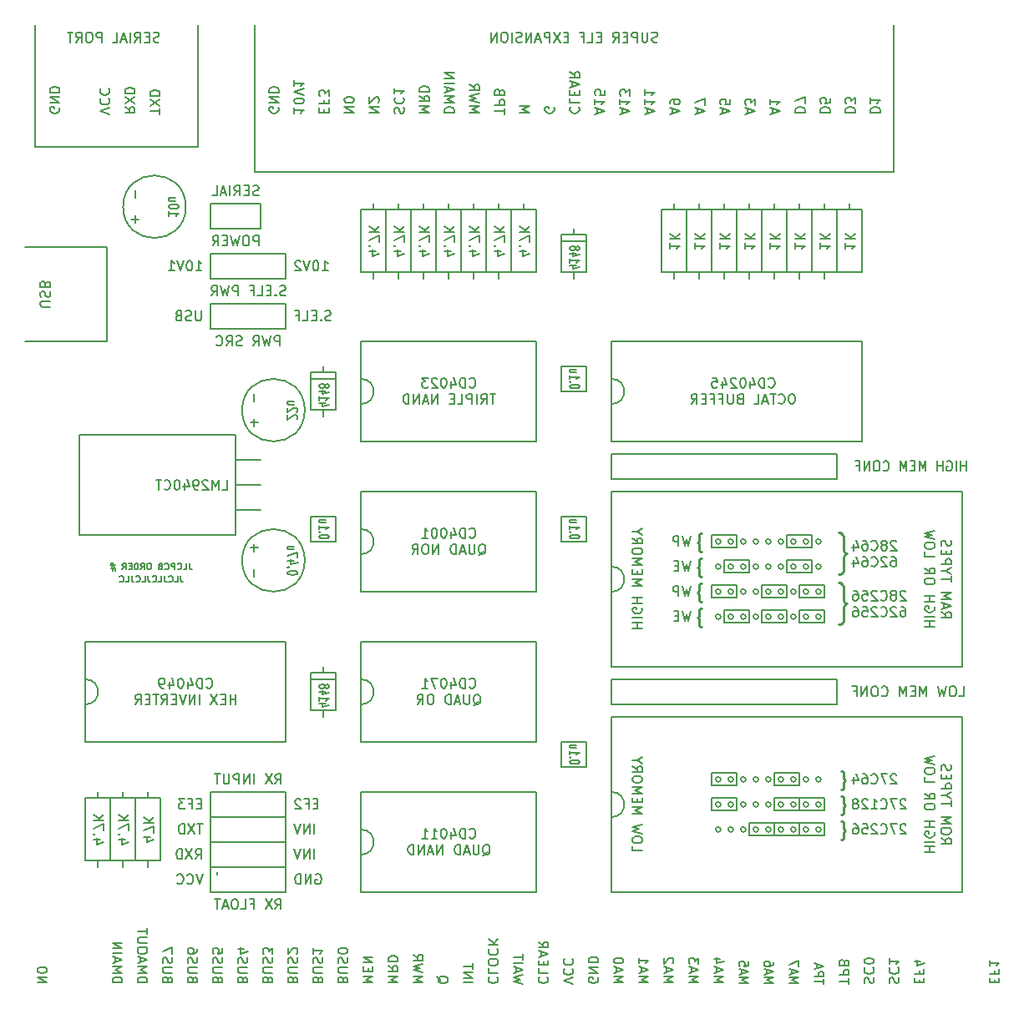
<source format=gbo>
G04 #@! TF.GenerationSoftware,KiCad,Pcbnew,(5.1.12)-1*
G04 #@! TF.CreationDate,2021-12-10T02:29:56-05:00*
G04 #@! TF.ProjectId,1802-Mini-Super-Elf-Bus,31383032-2d4d-4696-9e69-2d5375706572,rev?*
G04 #@! TF.SameCoordinates,Original*
G04 #@! TF.FileFunction,Legend,Bot*
G04 #@! TF.FilePolarity,Positive*
%FSLAX46Y46*%
G04 Gerber Fmt 4.6, Leading zero omitted, Abs format (unit mm)*
G04 Created by KiCad (PCBNEW (5.1.12)-1) date 2021-12-10 02:29:56*
%MOMM*%
%LPD*%
G01*
G04 APERTURE LIST*
%ADD10C,0.150000*%
%ADD11C,0.200000*%
%ADD12C,0.250000*%
G04 APERTURE END LIST*
D10*
X175728333Y-56227023D02*
X175728333Y-55750833D01*
X175442619Y-56322261D02*
X176442619Y-55988928D01*
X175442619Y-55655595D01*
X175442619Y-54798452D02*
X175442619Y-55369880D01*
X175442619Y-55084166D02*
X176442619Y-55084166D01*
X176299761Y-55179404D01*
X176204523Y-55274642D01*
X176156904Y-55369880D01*
X153535000Y-55655595D02*
X153582619Y-55750833D01*
X153582619Y-55893690D01*
X153535000Y-56036547D01*
X153439761Y-56131785D01*
X153344523Y-56179404D01*
X153154047Y-56227023D01*
X153011190Y-56227023D01*
X152820714Y-56179404D01*
X152725476Y-56131785D01*
X152630238Y-56036547D01*
X152582619Y-55893690D01*
X152582619Y-55798452D01*
X152630238Y-55655595D01*
X152677857Y-55607976D01*
X153011190Y-55607976D01*
X153011190Y-55798452D01*
X123594523Y-64539761D02*
X123451666Y-64587380D01*
X123213571Y-64587380D01*
X123118333Y-64539761D01*
X123070714Y-64492142D01*
X123023095Y-64396904D01*
X123023095Y-64301666D01*
X123070714Y-64206428D01*
X123118333Y-64158809D01*
X123213571Y-64111190D01*
X123404047Y-64063571D01*
X123499285Y-64015952D01*
X123546904Y-63968333D01*
X123594523Y-63873095D01*
X123594523Y-63777857D01*
X123546904Y-63682619D01*
X123499285Y-63635000D01*
X123404047Y-63587380D01*
X123165952Y-63587380D01*
X123023095Y-63635000D01*
X122594523Y-64063571D02*
X122261190Y-64063571D01*
X122118333Y-64587380D02*
X122594523Y-64587380D01*
X122594523Y-63587380D01*
X122118333Y-63587380D01*
X121118333Y-64587380D02*
X121451666Y-64111190D01*
X121689761Y-64587380D02*
X121689761Y-63587380D01*
X121308809Y-63587380D01*
X121213571Y-63635000D01*
X121165952Y-63682619D01*
X121118333Y-63777857D01*
X121118333Y-63920714D01*
X121165952Y-64015952D01*
X121213571Y-64063571D01*
X121308809Y-64111190D01*
X121689761Y-64111190D01*
X120689761Y-64587380D02*
X120689761Y-63587380D01*
X120261190Y-64301666D02*
X119785000Y-64301666D01*
X120356428Y-64587380D02*
X120023095Y-63587380D01*
X119689761Y-64587380D01*
X118880238Y-64587380D02*
X119356428Y-64587380D01*
X119356428Y-63587380D01*
D11*
X121285000Y-96520000D02*
X123825000Y-96520000D01*
X121285000Y-93980000D02*
X123825000Y-93980000D01*
X121285000Y-91440000D02*
X123825000Y-91440000D01*
X121285000Y-88900000D02*
X121285000Y-99060000D01*
X121285000Y-99060000D02*
X105410000Y-99060000D01*
X121285000Y-88900000D02*
X105410000Y-88900000D01*
X105410000Y-88900000D02*
X105410000Y-99060000D01*
D10*
X127182619Y-55655595D02*
X127182619Y-56227023D01*
X127182619Y-55941309D02*
X128182619Y-55941309D01*
X128039761Y-56036547D01*
X127944523Y-56131785D01*
X127896904Y-56227023D01*
X128182619Y-55036547D02*
X128182619Y-54941309D01*
X128135000Y-54846071D01*
X128087380Y-54798452D01*
X127992142Y-54750833D01*
X127801666Y-54703214D01*
X127563571Y-54703214D01*
X127373095Y-54750833D01*
X127277857Y-54798452D01*
X127230238Y-54846071D01*
X127182619Y-54941309D01*
X127182619Y-55036547D01*
X127230238Y-55131785D01*
X127277857Y-55179404D01*
X127373095Y-55227023D01*
X127563571Y-55274642D01*
X127801666Y-55274642D01*
X127992142Y-55227023D01*
X128087380Y-55179404D01*
X128135000Y-55131785D01*
X128182619Y-55036547D01*
X128182619Y-54417500D02*
X127182619Y-54084166D01*
X128182619Y-53750833D01*
X127182619Y-52893690D02*
X127182619Y-53465119D01*
X127182619Y-53179404D02*
X128182619Y-53179404D01*
X128039761Y-53274642D01*
X127944523Y-53369880D01*
X127896904Y-53465119D01*
X130246428Y-56179404D02*
X130246428Y-55846071D01*
X129722619Y-55703214D02*
X129722619Y-56179404D01*
X130722619Y-56179404D01*
X130722619Y-55703214D01*
X130246428Y-54941309D02*
X130246428Y-55274642D01*
X129722619Y-55274642D02*
X130722619Y-55274642D01*
X130722619Y-54798452D01*
X130722619Y-54512738D02*
X130722619Y-53893690D01*
X130341666Y-54227023D01*
X130341666Y-54084166D01*
X130294047Y-53988928D01*
X130246428Y-53941309D01*
X130151190Y-53893690D01*
X129913095Y-53893690D01*
X129817857Y-53941309D01*
X129770238Y-53988928D01*
X129722619Y-54084166D01*
X129722619Y-54369880D01*
X129770238Y-54465119D01*
X129817857Y-54512738D01*
X134802619Y-56179404D02*
X135802619Y-56179404D01*
X134802619Y-55607976D01*
X135802619Y-55607976D01*
X135707380Y-55179404D02*
X135755000Y-55131785D01*
X135802619Y-55036547D01*
X135802619Y-54798452D01*
X135755000Y-54703214D01*
X135707380Y-54655595D01*
X135612142Y-54607976D01*
X135516904Y-54607976D01*
X135374047Y-54655595D01*
X134802619Y-55227023D01*
X134802619Y-54607976D01*
X132262619Y-56179404D02*
X133262619Y-56179404D01*
X132262619Y-55607976D01*
X133262619Y-55607976D01*
X133262619Y-54941309D02*
X133262619Y-54846071D01*
X133215000Y-54750833D01*
X133167380Y-54703214D01*
X133072142Y-54655595D01*
X132881666Y-54607976D01*
X132643571Y-54607976D01*
X132453095Y-54655595D01*
X132357857Y-54703214D01*
X132310238Y-54750833D01*
X132262619Y-54846071D01*
X132262619Y-54941309D01*
X132310238Y-55036547D01*
X132357857Y-55084166D01*
X132453095Y-55131785D01*
X132643571Y-55179404D01*
X132881666Y-55179404D01*
X133072142Y-55131785D01*
X133167380Y-55084166D01*
X133215000Y-55036547D01*
X133262619Y-54941309D01*
X125595000Y-55655595D02*
X125642619Y-55750833D01*
X125642619Y-55893690D01*
X125595000Y-56036547D01*
X125499761Y-56131785D01*
X125404523Y-56179404D01*
X125214047Y-56227023D01*
X125071190Y-56227023D01*
X124880714Y-56179404D01*
X124785476Y-56131785D01*
X124690238Y-56036547D01*
X124642619Y-55893690D01*
X124642619Y-55798452D01*
X124690238Y-55655595D01*
X124737857Y-55607976D01*
X125071190Y-55607976D01*
X125071190Y-55798452D01*
X124642619Y-55179404D02*
X125642619Y-55179404D01*
X124642619Y-54607976D01*
X125642619Y-54607976D01*
X124642619Y-54131785D02*
X125642619Y-54131785D01*
X125642619Y-53893690D01*
X125595000Y-53750833D01*
X125499761Y-53655595D01*
X125404523Y-53607976D01*
X125214047Y-53560357D01*
X125071190Y-53560357D01*
X124880714Y-53607976D01*
X124785476Y-53655595D01*
X124690238Y-53750833D01*
X124642619Y-53893690D01*
X124642619Y-54131785D01*
X139882619Y-56179404D02*
X140882619Y-56179404D01*
X140168333Y-55846071D01*
X140882619Y-55512738D01*
X139882619Y-55512738D01*
X139882619Y-54465119D02*
X140358809Y-54798452D01*
X139882619Y-55036547D02*
X140882619Y-55036547D01*
X140882619Y-54655595D01*
X140835000Y-54560357D01*
X140787380Y-54512738D01*
X140692142Y-54465119D01*
X140549285Y-54465119D01*
X140454047Y-54512738D01*
X140406428Y-54560357D01*
X140358809Y-54655595D01*
X140358809Y-55036547D01*
X139882619Y-54036547D02*
X140882619Y-54036547D01*
X140882619Y-53798452D01*
X140835000Y-53655595D01*
X140739761Y-53560357D01*
X140644523Y-53512738D01*
X140454047Y-53465119D01*
X140311190Y-53465119D01*
X140120714Y-53512738D01*
X140025476Y-53560357D01*
X139930238Y-53655595D01*
X139882619Y-53798452D01*
X139882619Y-54036547D01*
X137390238Y-56227023D02*
X137342619Y-56084166D01*
X137342619Y-55846071D01*
X137390238Y-55750833D01*
X137437857Y-55703214D01*
X137533095Y-55655595D01*
X137628333Y-55655595D01*
X137723571Y-55703214D01*
X137771190Y-55750833D01*
X137818809Y-55846071D01*
X137866428Y-56036547D01*
X137914047Y-56131785D01*
X137961666Y-56179404D01*
X138056904Y-56227023D01*
X138152142Y-56227023D01*
X138247380Y-56179404D01*
X138295000Y-56131785D01*
X138342619Y-56036547D01*
X138342619Y-55798452D01*
X138295000Y-55655595D01*
X137437857Y-54655595D02*
X137390238Y-54703214D01*
X137342619Y-54846071D01*
X137342619Y-54941309D01*
X137390238Y-55084166D01*
X137485476Y-55179404D01*
X137580714Y-55227023D01*
X137771190Y-55274642D01*
X137914047Y-55274642D01*
X138104523Y-55227023D01*
X138199761Y-55179404D01*
X138295000Y-55084166D01*
X138342619Y-54941309D01*
X138342619Y-54846071D01*
X138295000Y-54703214D01*
X138247380Y-54655595D01*
X137342619Y-53703214D02*
X137342619Y-54274642D01*
X137342619Y-53988928D02*
X138342619Y-53988928D01*
X138199761Y-54084166D01*
X138104523Y-54179404D01*
X138056904Y-54274642D01*
X148502619Y-56322261D02*
X148502619Y-55750833D01*
X147502619Y-56036547D02*
X148502619Y-56036547D01*
X147502619Y-55417500D02*
X148502619Y-55417500D01*
X148502619Y-55036547D01*
X148455000Y-54941309D01*
X148407380Y-54893690D01*
X148312142Y-54846071D01*
X148169285Y-54846071D01*
X148074047Y-54893690D01*
X148026428Y-54941309D01*
X147978809Y-55036547D01*
X147978809Y-55417500D01*
X148026428Y-54084166D02*
X147978809Y-53941309D01*
X147931190Y-53893690D01*
X147835952Y-53846071D01*
X147693095Y-53846071D01*
X147597857Y-53893690D01*
X147550238Y-53941309D01*
X147502619Y-54036547D01*
X147502619Y-54417500D01*
X148502619Y-54417500D01*
X148502619Y-54084166D01*
X148455000Y-53988928D01*
X148407380Y-53941309D01*
X148312142Y-53893690D01*
X148216904Y-53893690D01*
X148121666Y-53941309D01*
X148074047Y-53988928D01*
X148026428Y-54084166D01*
X148026428Y-54417500D01*
X144962619Y-56179404D02*
X145962619Y-56179404D01*
X145248333Y-55846071D01*
X145962619Y-55512738D01*
X144962619Y-55512738D01*
X145962619Y-55131785D02*
X144962619Y-54893690D01*
X145676904Y-54703214D01*
X144962619Y-54512738D01*
X145962619Y-54274642D01*
X144962619Y-53322261D02*
X145438809Y-53655595D01*
X144962619Y-53893690D02*
X145962619Y-53893690D01*
X145962619Y-53512738D01*
X145915000Y-53417500D01*
X145867380Y-53369880D01*
X145772142Y-53322261D01*
X145629285Y-53322261D01*
X145534047Y-53369880D01*
X145486428Y-53417500D01*
X145438809Y-53512738D01*
X145438809Y-53893690D01*
X142422619Y-56179404D02*
X143422619Y-56179404D01*
X143422619Y-55941309D01*
X143375000Y-55798452D01*
X143279761Y-55703214D01*
X143184523Y-55655595D01*
X142994047Y-55607976D01*
X142851190Y-55607976D01*
X142660714Y-55655595D01*
X142565476Y-55703214D01*
X142470238Y-55798452D01*
X142422619Y-55941309D01*
X142422619Y-56179404D01*
X142422619Y-55179404D02*
X143422619Y-55179404D01*
X142708333Y-54846071D01*
X143422619Y-54512738D01*
X142422619Y-54512738D01*
X142708333Y-54084166D02*
X142708333Y-53607976D01*
X142422619Y-54179404D02*
X143422619Y-53846071D01*
X142422619Y-53512738D01*
X142422619Y-53179404D02*
X143422619Y-53179404D01*
X142422619Y-52703214D02*
X143422619Y-52703214D01*
X142422619Y-52131785D01*
X143422619Y-52131785D01*
X155217857Y-55607976D02*
X155170238Y-55655595D01*
X155122619Y-55798452D01*
X155122619Y-55893690D01*
X155170238Y-56036547D01*
X155265476Y-56131785D01*
X155360714Y-56179404D01*
X155551190Y-56227023D01*
X155694047Y-56227023D01*
X155884523Y-56179404D01*
X155979761Y-56131785D01*
X156075000Y-56036547D01*
X156122619Y-55893690D01*
X156122619Y-55798452D01*
X156075000Y-55655595D01*
X156027380Y-55607976D01*
X155122619Y-54703214D02*
X155122619Y-55179404D01*
X156122619Y-55179404D01*
X155646428Y-54369880D02*
X155646428Y-54036547D01*
X155122619Y-53893690D02*
X155122619Y-54369880D01*
X156122619Y-54369880D01*
X156122619Y-53893690D01*
X155408333Y-53512738D02*
X155408333Y-53036547D01*
X155122619Y-53607976D02*
X156122619Y-53274642D01*
X155122619Y-52941309D01*
X155122619Y-52036547D02*
X155598809Y-52369880D01*
X155122619Y-52607976D02*
X156122619Y-52607976D01*
X156122619Y-52227023D01*
X156075000Y-52131785D01*
X156027380Y-52084166D01*
X155932142Y-52036547D01*
X155789285Y-52036547D01*
X155694047Y-52084166D01*
X155646428Y-52131785D01*
X155598809Y-52227023D01*
X155598809Y-52607976D01*
X150042619Y-56179404D02*
X151042619Y-56179404D01*
X150328333Y-55846071D01*
X151042619Y-55512738D01*
X150042619Y-55512738D01*
X160488333Y-56227023D02*
X160488333Y-55750833D01*
X160202619Y-56322261D02*
X161202619Y-55988928D01*
X160202619Y-55655595D01*
X160202619Y-54798452D02*
X160202619Y-55369880D01*
X160202619Y-55084166D02*
X161202619Y-55084166D01*
X161059761Y-55179404D01*
X160964523Y-55274642D01*
X160916904Y-55369880D01*
X161202619Y-54465119D02*
X161202619Y-53846071D01*
X160821666Y-54179404D01*
X160821666Y-54036547D01*
X160774047Y-53941309D01*
X160726428Y-53893690D01*
X160631190Y-53846071D01*
X160393095Y-53846071D01*
X160297857Y-53893690D01*
X160250238Y-53941309D01*
X160202619Y-54036547D01*
X160202619Y-54322261D01*
X160250238Y-54417500D01*
X160297857Y-54465119D01*
X157948333Y-56227023D02*
X157948333Y-55750833D01*
X157662619Y-56322261D02*
X158662619Y-55988928D01*
X157662619Y-55655595D01*
X157662619Y-54798452D02*
X157662619Y-55369880D01*
X157662619Y-55084166D02*
X158662619Y-55084166D01*
X158519761Y-55179404D01*
X158424523Y-55274642D01*
X158376904Y-55369880D01*
X158662619Y-53893690D02*
X158662619Y-54369880D01*
X158186428Y-54417500D01*
X158234047Y-54369880D01*
X158281666Y-54274642D01*
X158281666Y-54036547D01*
X158234047Y-53941309D01*
X158186428Y-53893690D01*
X158091190Y-53846071D01*
X157853095Y-53846071D01*
X157757857Y-53893690D01*
X157710238Y-53941309D01*
X157662619Y-54036547D01*
X157662619Y-54274642D01*
X157710238Y-54369880D01*
X157757857Y-54417500D01*
X163028333Y-56227023D02*
X163028333Y-55750833D01*
X162742619Y-56322261D02*
X163742619Y-55988928D01*
X162742619Y-55655595D01*
X162742619Y-54798452D02*
X162742619Y-55369880D01*
X162742619Y-55084166D02*
X163742619Y-55084166D01*
X163599761Y-55179404D01*
X163504523Y-55274642D01*
X163456904Y-55369880D01*
X162742619Y-53846071D02*
X162742619Y-54417500D01*
X162742619Y-54131785D02*
X163742619Y-54131785D01*
X163599761Y-54227023D01*
X163504523Y-54322261D01*
X163456904Y-54417500D01*
X165568333Y-56227023D02*
X165568333Y-55750833D01*
X165282619Y-56322261D02*
X166282619Y-55988928D01*
X165282619Y-55655595D01*
X165282619Y-55274642D02*
X165282619Y-55084166D01*
X165330238Y-54988928D01*
X165377857Y-54941309D01*
X165520714Y-54846071D01*
X165711190Y-54798452D01*
X166092142Y-54798452D01*
X166187380Y-54846071D01*
X166235000Y-54893690D01*
X166282619Y-54988928D01*
X166282619Y-55179404D01*
X166235000Y-55274642D01*
X166187380Y-55322261D01*
X166092142Y-55369880D01*
X165854047Y-55369880D01*
X165758809Y-55322261D01*
X165711190Y-55274642D01*
X165663571Y-55179404D01*
X165663571Y-54988928D01*
X165711190Y-54893690D01*
X165758809Y-54846071D01*
X165854047Y-54798452D01*
X173188333Y-56227023D02*
X173188333Y-55750833D01*
X172902619Y-56322261D02*
X173902619Y-55988928D01*
X172902619Y-55655595D01*
X173902619Y-55417500D02*
X173902619Y-54798452D01*
X173521666Y-55131785D01*
X173521666Y-54988928D01*
X173474047Y-54893690D01*
X173426428Y-54846071D01*
X173331190Y-54798452D01*
X173093095Y-54798452D01*
X172997857Y-54846071D01*
X172950238Y-54893690D01*
X172902619Y-54988928D01*
X172902619Y-55274642D01*
X172950238Y-55369880D01*
X172997857Y-55417500D01*
X170648333Y-56227023D02*
X170648333Y-55750833D01*
X170362619Y-56322261D02*
X171362619Y-55988928D01*
X170362619Y-55655595D01*
X171362619Y-54846071D02*
X171362619Y-55322261D01*
X170886428Y-55369880D01*
X170934047Y-55322261D01*
X170981666Y-55227023D01*
X170981666Y-54988928D01*
X170934047Y-54893690D01*
X170886428Y-54846071D01*
X170791190Y-54798452D01*
X170553095Y-54798452D01*
X170457857Y-54846071D01*
X170410238Y-54893690D01*
X170362619Y-54988928D01*
X170362619Y-55227023D01*
X170410238Y-55322261D01*
X170457857Y-55369880D01*
X168108333Y-56227023D02*
X168108333Y-55750833D01*
X167822619Y-56322261D02*
X168822619Y-55988928D01*
X167822619Y-55655595D01*
X168822619Y-55417500D02*
X168822619Y-54750833D01*
X167822619Y-55179404D01*
X177982619Y-56179404D02*
X178982619Y-56179404D01*
X178982619Y-55941309D01*
X178935000Y-55798452D01*
X178839761Y-55703214D01*
X178744523Y-55655595D01*
X178554047Y-55607976D01*
X178411190Y-55607976D01*
X178220714Y-55655595D01*
X178125476Y-55703214D01*
X178030238Y-55798452D01*
X177982619Y-55941309D01*
X177982619Y-56179404D01*
X178982619Y-55274642D02*
X178982619Y-54607976D01*
X177982619Y-55036547D01*
X180522619Y-56179404D02*
X181522619Y-56179404D01*
X181522619Y-55941309D01*
X181475000Y-55798452D01*
X181379761Y-55703214D01*
X181284523Y-55655595D01*
X181094047Y-55607976D01*
X180951190Y-55607976D01*
X180760714Y-55655595D01*
X180665476Y-55703214D01*
X180570238Y-55798452D01*
X180522619Y-55941309D01*
X180522619Y-56179404D01*
X181522619Y-54703214D02*
X181522619Y-55179404D01*
X181046428Y-55227023D01*
X181094047Y-55179404D01*
X181141666Y-55084166D01*
X181141666Y-54846071D01*
X181094047Y-54750833D01*
X181046428Y-54703214D01*
X180951190Y-54655595D01*
X180713095Y-54655595D01*
X180617857Y-54703214D01*
X180570238Y-54750833D01*
X180522619Y-54846071D01*
X180522619Y-55084166D01*
X180570238Y-55179404D01*
X180617857Y-55227023D01*
X183062619Y-56179404D02*
X184062619Y-56179404D01*
X184062619Y-55941309D01*
X184015000Y-55798452D01*
X183919761Y-55703214D01*
X183824523Y-55655595D01*
X183634047Y-55607976D01*
X183491190Y-55607976D01*
X183300714Y-55655595D01*
X183205476Y-55703214D01*
X183110238Y-55798452D01*
X183062619Y-55941309D01*
X183062619Y-56179404D01*
X184062619Y-55274642D02*
X184062619Y-54655595D01*
X183681666Y-54988928D01*
X183681666Y-54846071D01*
X183634047Y-54750833D01*
X183586428Y-54703214D01*
X183491190Y-54655595D01*
X183253095Y-54655595D01*
X183157857Y-54703214D01*
X183110238Y-54750833D01*
X183062619Y-54846071D01*
X183062619Y-55131785D01*
X183110238Y-55227023D01*
X183157857Y-55274642D01*
X185602619Y-56179404D02*
X186602619Y-56179404D01*
X186602619Y-55941309D01*
X186555000Y-55798452D01*
X186459761Y-55703214D01*
X186364523Y-55655595D01*
X186174047Y-55607976D01*
X186031190Y-55607976D01*
X185840714Y-55655595D01*
X185745476Y-55703214D01*
X185650238Y-55798452D01*
X185602619Y-55941309D01*
X185602619Y-56179404D01*
X185602619Y-54655595D02*
X185602619Y-55227023D01*
X185602619Y-54941309D02*
X186602619Y-54941309D01*
X186459761Y-55036547D01*
X186364523Y-55131785D01*
X186316904Y-55227023D01*
X164027380Y-48982261D02*
X163884523Y-49029880D01*
X163646428Y-49029880D01*
X163551190Y-48982261D01*
X163503571Y-48934642D01*
X163455952Y-48839404D01*
X163455952Y-48744166D01*
X163503571Y-48648928D01*
X163551190Y-48601309D01*
X163646428Y-48553690D01*
X163836904Y-48506071D01*
X163932142Y-48458452D01*
X163979761Y-48410833D01*
X164027380Y-48315595D01*
X164027380Y-48220357D01*
X163979761Y-48125119D01*
X163932142Y-48077500D01*
X163836904Y-48029880D01*
X163598809Y-48029880D01*
X163455952Y-48077500D01*
X163027380Y-48029880D02*
X163027380Y-48839404D01*
X162979761Y-48934642D01*
X162932142Y-48982261D01*
X162836904Y-49029880D01*
X162646428Y-49029880D01*
X162551190Y-48982261D01*
X162503571Y-48934642D01*
X162455952Y-48839404D01*
X162455952Y-48029880D01*
X161979761Y-49029880D02*
X161979761Y-48029880D01*
X161598809Y-48029880D01*
X161503571Y-48077500D01*
X161455952Y-48125119D01*
X161408333Y-48220357D01*
X161408333Y-48363214D01*
X161455952Y-48458452D01*
X161503571Y-48506071D01*
X161598809Y-48553690D01*
X161979761Y-48553690D01*
X160979761Y-48506071D02*
X160646428Y-48506071D01*
X160503571Y-49029880D02*
X160979761Y-49029880D01*
X160979761Y-48029880D01*
X160503571Y-48029880D01*
X159503571Y-49029880D02*
X159836904Y-48553690D01*
X160075000Y-49029880D02*
X160075000Y-48029880D01*
X159694047Y-48029880D01*
X159598809Y-48077500D01*
X159551190Y-48125119D01*
X159503571Y-48220357D01*
X159503571Y-48363214D01*
X159551190Y-48458452D01*
X159598809Y-48506071D01*
X159694047Y-48553690D01*
X160075000Y-48553690D01*
X158313095Y-48506071D02*
X157979761Y-48506071D01*
X157836904Y-49029880D02*
X158313095Y-49029880D01*
X158313095Y-48029880D01*
X157836904Y-48029880D01*
X156932142Y-49029880D02*
X157408333Y-49029880D01*
X157408333Y-48029880D01*
X156265476Y-48506071D02*
X156598809Y-48506071D01*
X156598809Y-49029880D02*
X156598809Y-48029880D01*
X156122619Y-48029880D01*
X154979761Y-48506071D02*
X154646428Y-48506071D01*
X154503571Y-49029880D02*
X154979761Y-49029880D01*
X154979761Y-48029880D01*
X154503571Y-48029880D01*
X154170238Y-48029880D02*
X153503571Y-49029880D01*
X153503571Y-48029880D02*
X154170238Y-49029880D01*
X153122619Y-49029880D02*
X153122619Y-48029880D01*
X152741666Y-48029880D01*
X152646428Y-48077500D01*
X152598809Y-48125119D01*
X152551190Y-48220357D01*
X152551190Y-48363214D01*
X152598809Y-48458452D01*
X152646428Y-48506071D01*
X152741666Y-48553690D01*
X153122619Y-48553690D01*
X152170238Y-48744166D02*
X151694047Y-48744166D01*
X152265476Y-49029880D02*
X151932142Y-48029880D01*
X151598809Y-49029880D01*
X151265476Y-49029880D02*
X151265476Y-48029880D01*
X150694047Y-49029880D01*
X150694047Y-48029880D01*
X150265476Y-48982261D02*
X150122619Y-49029880D01*
X149884523Y-49029880D01*
X149789285Y-48982261D01*
X149741666Y-48934642D01*
X149694047Y-48839404D01*
X149694047Y-48744166D01*
X149741666Y-48648928D01*
X149789285Y-48601309D01*
X149884523Y-48553690D01*
X150075000Y-48506071D01*
X150170238Y-48458452D01*
X150217857Y-48410833D01*
X150265476Y-48315595D01*
X150265476Y-48220357D01*
X150217857Y-48125119D01*
X150170238Y-48077500D01*
X150075000Y-48029880D01*
X149836904Y-48029880D01*
X149694047Y-48077500D01*
X149265476Y-49029880D02*
X149265476Y-48029880D01*
X148598809Y-48029880D02*
X148408333Y-48029880D01*
X148313095Y-48077500D01*
X148217857Y-48172738D01*
X148170238Y-48363214D01*
X148170238Y-48696547D01*
X148217857Y-48887023D01*
X148313095Y-48982261D01*
X148408333Y-49029880D01*
X148598809Y-49029880D01*
X148694047Y-48982261D01*
X148789285Y-48887023D01*
X148836904Y-48696547D01*
X148836904Y-48363214D01*
X148789285Y-48172738D01*
X148694047Y-48077500D01*
X148598809Y-48029880D01*
X147741666Y-49029880D02*
X147741666Y-48029880D01*
X147170238Y-49029880D01*
X147170238Y-48029880D01*
D11*
X159385000Y-90805000D02*
X159385000Y-93345000D01*
X159385000Y-113665000D02*
X159385000Y-116205000D01*
D10*
X119887619Y-94432380D02*
X120363809Y-94432380D01*
X120363809Y-93432380D01*
X119554285Y-94432380D02*
X119554285Y-93432380D01*
X119220952Y-94146666D01*
X118887619Y-93432380D01*
X118887619Y-94432380D01*
X118459047Y-93527619D02*
X118411428Y-93480000D01*
X118316190Y-93432380D01*
X118078095Y-93432380D01*
X117982857Y-93480000D01*
X117935238Y-93527619D01*
X117887619Y-93622857D01*
X117887619Y-93718095D01*
X117935238Y-93860952D01*
X118506666Y-94432380D01*
X117887619Y-94432380D01*
X117411428Y-94432380D02*
X117220952Y-94432380D01*
X117125714Y-94384761D01*
X117078095Y-94337142D01*
X116982857Y-94194285D01*
X116935238Y-94003809D01*
X116935238Y-93622857D01*
X116982857Y-93527619D01*
X117030476Y-93480000D01*
X117125714Y-93432380D01*
X117316190Y-93432380D01*
X117411428Y-93480000D01*
X117459047Y-93527619D01*
X117506666Y-93622857D01*
X117506666Y-93860952D01*
X117459047Y-93956190D01*
X117411428Y-94003809D01*
X117316190Y-94051428D01*
X117125714Y-94051428D01*
X117030476Y-94003809D01*
X116982857Y-93956190D01*
X116935238Y-93860952D01*
X116078095Y-93765714D02*
X116078095Y-94432380D01*
X116316190Y-93384761D02*
X116554285Y-94099047D01*
X115935238Y-94099047D01*
X115363809Y-93432380D02*
X115268571Y-93432380D01*
X115173333Y-93480000D01*
X115125714Y-93527619D01*
X115078095Y-93622857D01*
X115030476Y-93813333D01*
X115030476Y-94051428D01*
X115078095Y-94241904D01*
X115125714Y-94337142D01*
X115173333Y-94384761D01*
X115268571Y-94432380D01*
X115363809Y-94432380D01*
X115459047Y-94384761D01*
X115506666Y-94337142D01*
X115554285Y-94241904D01*
X115601904Y-94051428D01*
X115601904Y-93813333D01*
X115554285Y-93622857D01*
X115506666Y-93527619D01*
X115459047Y-93480000D01*
X115363809Y-93432380D01*
X114030476Y-94337142D02*
X114078095Y-94384761D01*
X114220952Y-94432380D01*
X114316190Y-94432380D01*
X114459047Y-94384761D01*
X114554285Y-94289523D01*
X114601904Y-94194285D01*
X114649523Y-94003809D01*
X114649523Y-93860952D01*
X114601904Y-93670476D01*
X114554285Y-93575238D01*
X114459047Y-93480000D01*
X114316190Y-93432380D01*
X114220952Y-93432380D01*
X114078095Y-93480000D01*
X114030476Y-93527619D01*
X113744761Y-93432380D02*
X113173333Y-93432380D01*
X113459047Y-94432380D02*
X113459047Y-93432380D01*
X117774404Y-76287380D02*
X117774404Y-77096904D01*
X117726785Y-77192142D01*
X117679166Y-77239761D01*
X117583928Y-77287380D01*
X117393452Y-77287380D01*
X117298214Y-77239761D01*
X117250595Y-77192142D01*
X117202976Y-77096904D01*
X117202976Y-76287380D01*
X116774404Y-77239761D02*
X116631547Y-77287380D01*
X116393452Y-77287380D01*
X116298214Y-77239761D01*
X116250595Y-77192142D01*
X116202976Y-77096904D01*
X116202976Y-77001666D01*
X116250595Y-76906428D01*
X116298214Y-76858809D01*
X116393452Y-76811190D01*
X116583928Y-76763571D01*
X116679166Y-76715952D01*
X116726785Y-76668333D01*
X116774404Y-76573095D01*
X116774404Y-76477857D01*
X116726785Y-76382619D01*
X116679166Y-76335000D01*
X116583928Y-76287380D01*
X116345833Y-76287380D01*
X116202976Y-76335000D01*
X115441071Y-76763571D02*
X115298214Y-76811190D01*
X115250595Y-76858809D01*
X115202976Y-76954047D01*
X115202976Y-77096904D01*
X115250595Y-77192142D01*
X115298214Y-77239761D01*
X115393452Y-77287380D01*
X115774404Y-77287380D01*
X115774404Y-76287380D01*
X115441071Y-76287380D01*
X115345833Y-76335000D01*
X115298214Y-76382619D01*
X115250595Y-76477857D01*
X115250595Y-76573095D01*
X115298214Y-76668333D01*
X115345833Y-76715952D01*
X115441071Y-76763571D01*
X115774404Y-76763571D01*
X117250595Y-72207380D02*
X117822023Y-72207380D01*
X117536309Y-72207380D02*
X117536309Y-71207380D01*
X117631547Y-71350238D01*
X117726785Y-71445476D01*
X117822023Y-71493095D01*
X116631547Y-71207380D02*
X116536309Y-71207380D01*
X116441071Y-71255000D01*
X116393452Y-71302619D01*
X116345833Y-71397857D01*
X116298214Y-71588333D01*
X116298214Y-71826428D01*
X116345833Y-72016904D01*
X116393452Y-72112142D01*
X116441071Y-72159761D01*
X116536309Y-72207380D01*
X116631547Y-72207380D01*
X116726785Y-72159761D01*
X116774404Y-72112142D01*
X116822023Y-72016904D01*
X116869642Y-71826428D01*
X116869642Y-71588333D01*
X116822023Y-71397857D01*
X116774404Y-71302619D01*
X116726785Y-71255000D01*
X116631547Y-71207380D01*
X116012500Y-71207380D02*
X115679166Y-72207380D01*
X115345833Y-71207380D01*
X114488690Y-72207380D02*
X115060119Y-72207380D01*
X114774404Y-72207380D02*
X114774404Y-71207380D01*
X114869642Y-71350238D01*
X114964880Y-71445476D01*
X115060119Y-71493095D01*
X130907023Y-77239761D02*
X130764166Y-77287380D01*
X130526071Y-77287380D01*
X130430833Y-77239761D01*
X130383214Y-77192142D01*
X130335595Y-77096904D01*
X130335595Y-77001666D01*
X130383214Y-76906428D01*
X130430833Y-76858809D01*
X130526071Y-76811190D01*
X130716547Y-76763571D01*
X130811785Y-76715952D01*
X130859404Y-76668333D01*
X130907023Y-76573095D01*
X130907023Y-76477857D01*
X130859404Y-76382619D01*
X130811785Y-76335000D01*
X130716547Y-76287380D01*
X130478452Y-76287380D01*
X130335595Y-76335000D01*
X129907023Y-77192142D02*
X129859404Y-77239761D01*
X129907023Y-77287380D01*
X129954642Y-77239761D01*
X129907023Y-77192142D01*
X129907023Y-77287380D01*
X129430833Y-76763571D02*
X129097500Y-76763571D01*
X128954642Y-77287380D02*
X129430833Y-77287380D01*
X129430833Y-76287380D01*
X128954642Y-76287380D01*
X128049880Y-77287380D02*
X128526071Y-77287380D01*
X128526071Y-76287380D01*
X127383214Y-76763571D02*
X127716547Y-76763571D01*
X127716547Y-77287380D02*
X127716547Y-76287380D01*
X127240357Y-76287380D01*
X130049880Y-72207380D02*
X130621309Y-72207380D01*
X130335595Y-72207380D02*
X130335595Y-71207380D01*
X130430833Y-71350238D01*
X130526071Y-71445476D01*
X130621309Y-71493095D01*
X129430833Y-71207380D02*
X129335595Y-71207380D01*
X129240357Y-71255000D01*
X129192738Y-71302619D01*
X129145119Y-71397857D01*
X129097500Y-71588333D01*
X129097500Y-71826428D01*
X129145119Y-72016904D01*
X129192738Y-72112142D01*
X129240357Y-72159761D01*
X129335595Y-72207380D01*
X129430833Y-72207380D01*
X129526071Y-72159761D01*
X129573690Y-72112142D01*
X129621309Y-72016904D01*
X129668928Y-71826428D01*
X129668928Y-71588333D01*
X129621309Y-71397857D01*
X129573690Y-71302619D01*
X129526071Y-71255000D01*
X129430833Y-71207380D01*
X128811785Y-71207380D02*
X128478452Y-72207380D01*
X128145119Y-71207380D01*
X127859404Y-71302619D02*
X127811785Y-71255000D01*
X127716547Y-71207380D01*
X127478452Y-71207380D01*
X127383214Y-71255000D01*
X127335595Y-71302619D01*
X127287976Y-71397857D01*
X127287976Y-71493095D01*
X127335595Y-71635952D01*
X127907023Y-72207380D01*
X127287976Y-72207380D01*
X123594523Y-69667380D02*
X123594523Y-68667380D01*
X123213571Y-68667380D01*
X123118333Y-68715000D01*
X123070714Y-68762619D01*
X123023095Y-68857857D01*
X123023095Y-69000714D01*
X123070714Y-69095952D01*
X123118333Y-69143571D01*
X123213571Y-69191190D01*
X123594523Y-69191190D01*
X122404047Y-68667380D02*
X122213571Y-68667380D01*
X122118333Y-68715000D01*
X122023095Y-68810238D01*
X121975476Y-69000714D01*
X121975476Y-69334047D01*
X122023095Y-69524523D01*
X122118333Y-69619761D01*
X122213571Y-69667380D01*
X122404047Y-69667380D01*
X122499285Y-69619761D01*
X122594523Y-69524523D01*
X122642142Y-69334047D01*
X122642142Y-69000714D01*
X122594523Y-68810238D01*
X122499285Y-68715000D01*
X122404047Y-68667380D01*
X121642142Y-68667380D02*
X121404047Y-69667380D01*
X121213571Y-68953095D01*
X121023095Y-69667380D01*
X120785000Y-68667380D01*
X120404047Y-69143571D02*
X120070714Y-69143571D01*
X119927857Y-69667380D02*
X120404047Y-69667380D01*
X120404047Y-68667380D01*
X119927857Y-68667380D01*
X118927857Y-69667380D02*
X119261190Y-69191190D01*
X119499285Y-69667380D02*
X119499285Y-68667380D01*
X119118333Y-68667380D01*
X119023095Y-68715000D01*
X118975476Y-68762619D01*
X118927857Y-68857857D01*
X118927857Y-69000714D01*
X118975476Y-69095952D01*
X119023095Y-69143571D01*
X119118333Y-69191190D01*
X119499285Y-69191190D01*
X117917261Y-128357380D02*
X117345833Y-128357380D01*
X117631547Y-129357380D02*
X117631547Y-128357380D01*
X117107738Y-128357380D02*
X116441071Y-129357380D01*
X116441071Y-128357380D02*
X117107738Y-129357380D01*
X116060119Y-129357380D02*
X116060119Y-128357380D01*
X115822023Y-128357380D01*
X115679166Y-128405000D01*
X115583928Y-128500238D01*
X115536309Y-128595476D01*
X115488690Y-128785952D01*
X115488690Y-128928809D01*
X115536309Y-129119285D01*
X115583928Y-129214523D01*
X115679166Y-129309761D01*
X115822023Y-129357380D01*
X116060119Y-129357380D01*
X117202976Y-131897380D02*
X117536309Y-131421190D01*
X117774404Y-131897380D02*
X117774404Y-130897380D01*
X117393452Y-130897380D01*
X117298214Y-130945000D01*
X117250595Y-130992619D01*
X117202976Y-131087857D01*
X117202976Y-131230714D01*
X117250595Y-131325952D01*
X117298214Y-131373571D01*
X117393452Y-131421190D01*
X117774404Y-131421190D01*
X116869642Y-130897380D02*
X116202976Y-131897380D01*
X116202976Y-130897380D02*
X116869642Y-131897380D01*
X115822023Y-131897380D02*
X115822023Y-130897380D01*
X115583928Y-130897380D01*
X115441071Y-130945000D01*
X115345833Y-131040238D01*
X115298214Y-131135476D01*
X115250595Y-131325952D01*
X115250595Y-131468809D01*
X115298214Y-131659285D01*
X115345833Y-131754523D01*
X115441071Y-131849761D01*
X115583928Y-131897380D01*
X115822023Y-131897380D01*
X117917261Y-133437380D02*
X117583928Y-134437380D01*
X117250595Y-133437380D01*
X116345833Y-134342142D02*
X116393452Y-134389761D01*
X116536309Y-134437380D01*
X116631547Y-134437380D01*
X116774404Y-134389761D01*
X116869642Y-134294523D01*
X116917261Y-134199285D01*
X116964880Y-134008809D01*
X116964880Y-133865952D01*
X116917261Y-133675476D01*
X116869642Y-133580238D01*
X116774404Y-133485000D01*
X116631547Y-133437380D01*
X116536309Y-133437380D01*
X116393452Y-133485000D01*
X116345833Y-133532619D01*
X115345833Y-134342142D02*
X115393452Y-134389761D01*
X115536309Y-134437380D01*
X115631547Y-134437380D01*
X115774404Y-134389761D01*
X115869642Y-134294523D01*
X115917261Y-134199285D01*
X115964880Y-134008809D01*
X115964880Y-133865952D01*
X115917261Y-133675476D01*
X115869642Y-133580238D01*
X115774404Y-133485000D01*
X115631547Y-133437380D01*
X115536309Y-133437380D01*
X115393452Y-133485000D01*
X115345833Y-133532619D01*
X117774404Y-126293571D02*
X117441071Y-126293571D01*
X117298214Y-126817380D02*
X117774404Y-126817380D01*
X117774404Y-125817380D01*
X117298214Y-125817380D01*
X116536309Y-126293571D02*
X116869642Y-126293571D01*
X116869642Y-126817380D02*
X116869642Y-125817380D01*
X116393452Y-125817380D01*
X116107738Y-125817380D02*
X115488690Y-125817380D01*
X115822023Y-126198333D01*
X115679166Y-126198333D01*
X115583928Y-126245952D01*
X115536309Y-126293571D01*
X115488690Y-126388809D01*
X115488690Y-126626904D01*
X115536309Y-126722142D01*
X115583928Y-126769761D01*
X115679166Y-126817380D01*
X115964880Y-126817380D01*
X116060119Y-126769761D01*
X116107738Y-126722142D01*
X129573690Y-126293571D02*
X129240357Y-126293571D01*
X129097500Y-126817380D02*
X129573690Y-126817380D01*
X129573690Y-125817380D01*
X129097500Y-125817380D01*
X128335595Y-126293571D02*
X128668928Y-126293571D01*
X128668928Y-126817380D02*
X128668928Y-125817380D01*
X128192738Y-125817380D01*
X127859404Y-125912619D02*
X127811785Y-125865000D01*
X127716547Y-125817380D01*
X127478452Y-125817380D01*
X127383214Y-125865000D01*
X127335595Y-125912619D01*
X127287976Y-126007857D01*
X127287976Y-126103095D01*
X127335595Y-126245952D01*
X127907023Y-126817380D01*
X127287976Y-126817380D01*
X125269285Y-124277380D02*
X125602619Y-123801190D01*
X125840714Y-124277380D02*
X125840714Y-123277380D01*
X125459761Y-123277380D01*
X125364523Y-123325000D01*
X125316904Y-123372619D01*
X125269285Y-123467857D01*
X125269285Y-123610714D01*
X125316904Y-123705952D01*
X125364523Y-123753571D01*
X125459761Y-123801190D01*
X125840714Y-123801190D01*
X124935952Y-123277380D02*
X124269285Y-124277380D01*
X124269285Y-123277380D02*
X124935952Y-124277380D01*
X123126428Y-124277380D02*
X123126428Y-123277380D01*
X122650238Y-124277380D02*
X122650238Y-123277380D01*
X122078809Y-124277380D01*
X122078809Y-123277380D01*
X121602619Y-124277380D02*
X121602619Y-123277380D01*
X121221666Y-123277380D01*
X121126428Y-123325000D01*
X121078809Y-123372619D01*
X121031190Y-123467857D01*
X121031190Y-123610714D01*
X121078809Y-123705952D01*
X121126428Y-123753571D01*
X121221666Y-123801190D01*
X121602619Y-123801190D01*
X120602619Y-123277380D02*
X120602619Y-124086904D01*
X120555000Y-124182142D01*
X120507380Y-124229761D01*
X120412142Y-124277380D01*
X120221666Y-124277380D01*
X120126428Y-124229761D01*
X120078809Y-124182142D01*
X120031190Y-124086904D01*
X120031190Y-123277380D01*
X119697857Y-123277380D02*
X119126428Y-123277380D01*
X119412142Y-124277380D02*
X119412142Y-123277380D01*
X125269285Y-136977380D02*
X125602619Y-136501190D01*
X125840714Y-136977380D02*
X125840714Y-135977380D01*
X125459761Y-135977380D01*
X125364523Y-136025000D01*
X125316904Y-136072619D01*
X125269285Y-136167857D01*
X125269285Y-136310714D01*
X125316904Y-136405952D01*
X125364523Y-136453571D01*
X125459761Y-136501190D01*
X125840714Y-136501190D01*
X124935952Y-135977380D02*
X124269285Y-136977380D01*
X124269285Y-135977380D02*
X124935952Y-136977380D01*
X122793095Y-136453571D02*
X123126428Y-136453571D01*
X123126428Y-136977380D02*
X123126428Y-135977380D01*
X122650238Y-135977380D01*
X121793095Y-136977380D02*
X122269285Y-136977380D01*
X122269285Y-135977380D01*
X121269285Y-135977380D02*
X121078809Y-135977380D01*
X120983571Y-136025000D01*
X120888333Y-136120238D01*
X120840714Y-136310714D01*
X120840714Y-136644047D01*
X120888333Y-136834523D01*
X120983571Y-136929761D01*
X121078809Y-136977380D01*
X121269285Y-136977380D01*
X121364523Y-136929761D01*
X121459761Y-136834523D01*
X121507380Y-136644047D01*
X121507380Y-136310714D01*
X121459761Y-136120238D01*
X121364523Y-136025000D01*
X121269285Y-135977380D01*
X120459761Y-136691666D02*
X119983571Y-136691666D01*
X120555000Y-136977380D02*
X120221666Y-135977380D01*
X119888333Y-136977380D01*
X119697857Y-135977380D02*
X119126428Y-135977380D01*
X119412142Y-136977380D02*
X119412142Y-135977380D01*
D11*
X187960000Y-62230000D02*
X123190000Y-62230000D01*
X187960000Y-62230000D02*
X187960000Y-47307500D01*
X123190000Y-62230000D02*
X123190000Y-47307500D01*
X100965000Y-59690000D02*
X100965000Y-47307500D01*
X151765000Y-89535000D02*
X151765000Y-79375000D01*
X133985000Y-79375000D02*
X151765000Y-79375000D01*
X151765000Y-89535000D02*
X133985000Y-89535000D01*
X133985000Y-79375000D02*
X133985000Y-89535000D01*
X133985000Y-83185000D02*
G75*
G02*
X133985000Y-85725000I0J-1270000D01*
G01*
D10*
X144970238Y-83987142D02*
X145017857Y-84034761D01*
X145160714Y-84082380D01*
X145255952Y-84082380D01*
X145398809Y-84034761D01*
X145494047Y-83939523D01*
X145541666Y-83844285D01*
X145589285Y-83653809D01*
X145589285Y-83510952D01*
X145541666Y-83320476D01*
X145494047Y-83225238D01*
X145398809Y-83130000D01*
X145255952Y-83082380D01*
X145160714Y-83082380D01*
X145017857Y-83130000D01*
X144970238Y-83177619D01*
X144541666Y-84082380D02*
X144541666Y-83082380D01*
X144303571Y-83082380D01*
X144160714Y-83130000D01*
X144065476Y-83225238D01*
X144017857Y-83320476D01*
X143970238Y-83510952D01*
X143970238Y-83653809D01*
X144017857Y-83844285D01*
X144065476Y-83939523D01*
X144160714Y-84034761D01*
X144303571Y-84082380D01*
X144541666Y-84082380D01*
X143113095Y-83415714D02*
X143113095Y-84082380D01*
X143351190Y-83034761D02*
X143589285Y-83749047D01*
X142970238Y-83749047D01*
X142398809Y-83082380D02*
X142303571Y-83082380D01*
X142208333Y-83130000D01*
X142160714Y-83177619D01*
X142113095Y-83272857D01*
X142065476Y-83463333D01*
X142065476Y-83701428D01*
X142113095Y-83891904D01*
X142160714Y-83987142D01*
X142208333Y-84034761D01*
X142303571Y-84082380D01*
X142398809Y-84082380D01*
X142494047Y-84034761D01*
X142541666Y-83987142D01*
X142589285Y-83891904D01*
X142636904Y-83701428D01*
X142636904Y-83463333D01*
X142589285Y-83272857D01*
X142541666Y-83177619D01*
X142494047Y-83130000D01*
X142398809Y-83082380D01*
X141684523Y-83177619D02*
X141636904Y-83130000D01*
X141541666Y-83082380D01*
X141303571Y-83082380D01*
X141208333Y-83130000D01*
X141160714Y-83177619D01*
X141113095Y-83272857D01*
X141113095Y-83368095D01*
X141160714Y-83510952D01*
X141732142Y-84082380D01*
X141113095Y-84082380D01*
X140779761Y-83082380D02*
X140160714Y-83082380D01*
X140494047Y-83463333D01*
X140351190Y-83463333D01*
X140255952Y-83510952D01*
X140208333Y-83558571D01*
X140160714Y-83653809D01*
X140160714Y-83891904D01*
X140208333Y-83987142D01*
X140255952Y-84034761D01*
X140351190Y-84082380D01*
X140636904Y-84082380D01*
X140732142Y-84034761D01*
X140779761Y-83987142D01*
X147613095Y-84732380D02*
X147041666Y-84732380D01*
X147327380Y-85732380D02*
X147327380Y-84732380D01*
X146136904Y-85732380D02*
X146470238Y-85256190D01*
X146708333Y-85732380D02*
X146708333Y-84732380D01*
X146327380Y-84732380D01*
X146232142Y-84780000D01*
X146184523Y-84827619D01*
X146136904Y-84922857D01*
X146136904Y-85065714D01*
X146184523Y-85160952D01*
X146232142Y-85208571D01*
X146327380Y-85256190D01*
X146708333Y-85256190D01*
X145708333Y-85732380D02*
X145708333Y-84732380D01*
X145232142Y-85732380D02*
X145232142Y-84732380D01*
X144851190Y-84732380D01*
X144755952Y-84780000D01*
X144708333Y-84827619D01*
X144660714Y-84922857D01*
X144660714Y-85065714D01*
X144708333Y-85160952D01*
X144755952Y-85208571D01*
X144851190Y-85256190D01*
X145232142Y-85256190D01*
X143755952Y-85732380D02*
X144232142Y-85732380D01*
X144232142Y-84732380D01*
X143422619Y-85208571D02*
X143089285Y-85208571D01*
X142946428Y-85732380D02*
X143422619Y-85732380D01*
X143422619Y-84732380D01*
X142946428Y-84732380D01*
X141755952Y-85732380D02*
X141755952Y-84732380D01*
X141184523Y-85732380D01*
X141184523Y-84732380D01*
X140755952Y-85446666D02*
X140279761Y-85446666D01*
X140851190Y-85732380D02*
X140517857Y-84732380D01*
X140184523Y-85732380D01*
X139851190Y-85732380D02*
X139851190Y-84732380D01*
X139279761Y-85732380D01*
X139279761Y-84732380D01*
X138803571Y-85732380D02*
X138803571Y-84732380D01*
X138565476Y-84732380D01*
X138422619Y-84780000D01*
X138327380Y-84875238D01*
X138279761Y-84970476D01*
X138232142Y-85160952D01*
X138232142Y-85303809D01*
X138279761Y-85494285D01*
X138327380Y-85589523D01*
X138422619Y-85684761D01*
X138565476Y-85732380D01*
X138803571Y-85732380D01*
X194564880Y-115387380D02*
X195041071Y-115387380D01*
X195041071Y-114387380D01*
X194041071Y-114387380D02*
X193850595Y-114387380D01*
X193755357Y-114435000D01*
X193660119Y-114530238D01*
X193612500Y-114720714D01*
X193612500Y-115054047D01*
X193660119Y-115244523D01*
X193755357Y-115339761D01*
X193850595Y-115387380D01*
X194041071Y-115387380D01*
X194136309Y-115339761D01*
X194231547Y-115244523D01*
X194279166Y-115054047D01*
X194279166Y-114720714D01*
X194231547Y-114530238D01*
X194136309Y-114435000D01*
X194041071Y-114387380D01*
X193279166Y-114387380D02*
X193041071Y-115387380D01*
X192850595Y-114673095D01*
X192660119Y-115387380D01*
X192422023Y-114387380D01*
X191279166Y-115387380D02*
X191279166Y-114387380D01*
X190945833Y-115101666D01*
X190612500Y-114387380D01*
X190612500Y-115387380D01*
X190136309Y-114863571D02*
X189802976Y-114863571D01*
X189660119Y-115387380D02*
X190136309Y-115387380D01*
X190136309Y-114387380D01*
X189660119Y-114387380D01*
X189231547Y-115387380D02*
X189231547Y-114387380D01*
X188898214Y-115101666D01*
X188564880Y-114387380D01*
X188564880Y-115387380D01*
X186755357Y-115292142D02*
X186802976Y-115339761D01*
X186945833Y-115387380D01*
X187041071Y-115387380D01*
X187183928Y-115339761D01*
X187279166Y-115244523D01*
X187326785Y-115149285D01*
X187374404Y-114958809D01*
X187374404Y-114815952D01*
X187326785Y-114625476D01*
X187279166Y-114530238D01*
X187183928Y-114435000D01*
X187041071Y-114387380D01*
X186945833Y-114387380D01*
X186802976Y-114435000D01*
X186755357Y-114482619D01*
X186136309Y-114387380D02*
X185945833Y-114387380D01*
X185850595Y-114435000D01*
X185755357Y-114530238D01*
X185707738Y-114720714D01*
X185707738Y-115054047D01*
X185755357Y-115244523D01*
X185850595Y-115339761D01*
X185945833Y-115387380D01*
X186136309Y-115387380D01*
X186231547Y-115339761D01*
X186326785Y-115244523D01*
X186374404Y-115054047D01*
X186374404Y-114720714D01*
X186326785Y-114530238D01*
X186231547Y-114435000D01*
X186136309Y-114387380D01*
X185279166Y-115387380D02*
X185279166Y-114387380D01*
X184707738Y-115387380D01*
X184707738Y-114387380D01*
X183898214Y-114863571D02*
X184231547Y-114863571D01*
X184231547Y-115387380D02*
X184231547Y-114387380D01*
X183755357Y-114387380D01*
X144970238Y-99227142D02*
X145017857Y-99274761D01*
X145160714Y-99322380D01*
X145255952Y-99322380D01*
X145398809Y-99274761D01*
X145494047Y-99179523D01*
X145541666Y-99084285D01*
X145589285Y-98893809D01*
X145589285Y-98750952D01*
X145541666Y-98560476D01*
X145494047Y-98465238D01*
X145398809Y-98370000D01*
X145255952Y-98322380D01*
X145160714Y-98322380D01*
X145017857Y-98370000D01*
X144970238Y-98417619D01*
X144541666Y-99322380D02*
X144541666Y-98322380D01*
X144303571Y-98322380D01*
X144160714Y-98370000D01*
X144065476Y-98465238D01*
X144017857Y-98560476D01*
X143970238Y-98750952D01*
X143970238Y-98893809D01*
X144017857Y-99084285D01*
X144065476Y-99179523D01*
X144160714Y-99274761D01*
X144303571Y-99322380D01*
X144541666Y-99322380D01*
X143113095Y-98655714D02*
X143113095Y-99322380D01*
X143351190Y-98274761D02*
X143589285Y-98989047D01*
X142970238Y-98989047D01*
X142398809Y-98322380D02*
X142303571Y-98322380D01*
X142208333Y-98370000D01*
X142160714Y-98417619D01*
X142113095Y-98512857D01*
X142065476Y-98703333D01*
X142065476Y-98941428D01*
X142113095Y-99131904D01*
X142160714Y-99227142D01*
X142208333Y-99274761D01*
X142303571Y-99322380D01*
X142398809Y-99322380D01*
X142494047Y-99274761D01*
X142541666Y-99227142D01*
X142589285Y-99131904D01*
X142636904Y-98941428D01*
X142636904Y-98703333D01*
X142589285Y-98512857D01*
X142541666Y-98417619D01*
X142494047Y-98370000D01*
X142398809Y-98322380D01*
X141446428Y-98322380D02*
X141351190Y-98322380D01*
X141255952Y-98370000D01*
X141208333Y-98417619D01*
X141160714Y-98512857D01*
X141113095Y-98703333D01*
X141113095Y-98941428D01*
X141160714Y-99131904D01*
X141208333Y-99227142D01*
X141255952Y-99274761D01*
X141351190Y-99322380D01*
X141446428Y-99322380D01*
X141541666Y-99274761D01*
X141589285Y-99227142D01*
X141636904Y-99131904D01*
X141684523Y-98941428D01*
X141684523Y-98703333D01*
X141636904Y-98512857D01*
X141589285Y-98417619D01*
X141541666Y-98370000D01*
X141446428Y-98322380D01*
X140160714Y-99322380D02*
X140732142Y-99322380D01*
X140446428Y-99322380D02*
X140446428Y-98322380D01*
X140541666Y-98465238D01*
X140636904Y-98560476D01*
X140732142Y-98608095D01*
X145875000Y-101067619D02*
X145970238Y-101020000D01*
X146065476Y-100924761D01*
X146208333Y-100781904D01*
X146303571Y-100734285D01*
X146398809Y-100734285D01*
X146351190Y-100972380D02*
X146446428Y-100924761D01*
X146541666Y-100829523D01*
X146589285Y-100639047D01*
X146589285Y-100305714D01*
X146541666Y-100115238D01*
X146446428Y-100020000D01*
X146351190Y-99972380D01*
X146160714Y-99972380D01*
X146065476Y-100020000D01*
X145970238Y-100115238D01*
X145922619Y-100305714D01*
X145922619Y-100639047D01*
X145970238Y-100829523D01*
X146065476Y-100924761D01*
X146160714Y-100972380D01*
X146351190Y-100972380D01*
X145494047Y-99972380D02*
X145494047Y-100781904D01*
X145446428Y-100877142D01*
X145398809Y-100924761D01*
X145303571Y-100972380D01*
X145113095Y-100972380D01*
X145017857Y-100924761D01*
X144970238Y-100877142D01*
X144922619Y-100781904D01*
X144922619Y-99972380D01*
X144494047Y-100686666D02*
X144017857Y-100686666D01*
X144589285Y-100972380D02*
X144255952Y-99972380D01*
X143922619Y-100972380D01*
X143589285Y-100972380D02*
X143589285Y-99972380D01*
X143351190Y-99972380D01*
X143208333Y-100020000D01*
X143113095Y-100115238D01*
X143065476Y-100210476D01*
X143017857Y-100400952D01*
X143017857Y-100543809D01*
X143065476Y-100734285D01*
X143113095Y-100829523D01*
X143208333Y-100924761D01*
X143351190Y-100972380D01*
X143589285Y-100972380D01*
X141827380Y-100972380D02*
X141827380Y-99972380D01*
X141255952Y-100972380D01*
X141255952Y-99972380D01*
X140589285Y-99972380D02*
X140398809Y-99972380D01*
X140303571Y-100020000D01*
X140208333Y-100115238D01*
X140160714Y-100305714D01*
X140160714Y-100639047D01*
X140208333Y-100829523D01*
X140303571Y-100924761D01*
X140398809Y-100972380D01*
X140589285Y-100972380D01*
X140684523Y-100924761D01*
X140779761Y-100829523D01*
X140827380Y-100639047D01*
X140827380Y-100305714D01*
X140779761Y-100115238D01*
X140684523Y-100020000D01*
X140589285Y-99972380D01*
X139160714Y-100972380D02*
X139494047Y-100496190D01*
X139732142Y-100972380D02*
X139732142Y-99972380D01*
X139351190Y-99972380D01*
X139255952Y-100020000D01*
X139208333Y-100067619D01*
X139160714Y-100162857D01*
X139160714Y-100305714D01*
X139208333Y-100400952D01*
X139255952Y-100448571D01*
X139351190Y-100496190D01*
X139732142Y-100496190D01*
D11*
X133985000Y-98425000D02*
G75*
G02*
X133985000Y-100965000I0J-1270000D01*
G01*
X133985000Y-94615000D02*
X133985000Y-104775000D01*
X151765000Y-104775000D02*
X133985000Y-104775000D01*
X133985000Y-94615000D02*
X151765000Y-94615000D01*
X151765000Y-104775000D02*
X151765000Y-94615000D01*
X133985000Y-125095000D02*
X151765000Y-125095000D01*
X133985000Y-135255000D02*
X151765000Y-135255000D01*
X133985000Y-135255000D02*
X133985000Y-125095000D01*
X151765000Y-135255000D02*
X151765000Y-125095000D01*
X133985000Y-128905000D02*
G75*
G02*
X133985000Y-131445000I0J-1270000D01*
G01*
D10*
X144970238Y-129707142D02*
X145017857Y-129754761D01*
X145160714Y-129802380D01*
X145255952Y-129802380D01*
X145398809Y-129754761D01*
X145494047Y-129659523D01*
X145541666Y-129564285D01*
X145589285Y-129373809D01*
X145589285Y-129230952D01*
X145541666Y-129040476D01*
X145494047Y-128945238D01*
X145398809Y-128850000D01*
X145255952Y-128802380D01*
X145160714Y-128802380D01*
X145017857Y-128850000D01*
X144970238Y-128897619D01*
X144541666Y-129802380D02*
X144541666Y-128802380D01*
X144303571Y-128802380D01*
X144160714Y-128850000D01*
X144065476Y-128945238D01*
X144017857Y-129040476D01*
X143970238Y-129230952D01*
X143970238Y-129373809D01*
X144017857Y-129564285D01*
X144065476Y-129659523D01*
X144160714Y-129754761D01*
X144303571Y-129802380D01*
X144541666Y-129802380D01*
X143113095Y-129135714D02*
X143113095Y-129802380D01*
X143351190Y-128754761D02*
X143589285Y-129469047D01*
X142970238Y-129469047D01*
X142398809Y-128802380D02*
X142303571Y-128802380D01*
X142208333Y-128850000D01*
X142160714Y-128897619D01*
X142113095Y-128992857D01*
X142065476Y-129183333D01*
X142065476Y-129421428D01*
X142113095Y-129611904D01*
X142160714Y-129707142D01*
X142208333Y-129754761D01*
X142303571Y-129802380D01*
X142398809Y-129802380D01*
X142494047Y-129754761D01*
X142541666Y-129707142D01*
X142589285Y-129611904D01*
X142636904Y-129421428D01*
X142636904Y-129183333D01*
X142589285Y-128992857D01*
X142541666Y-128897619D01*
X142494047Y-128850000D01*
X142398809Y-128802380D01*
X141113095Y-129802380D02*
X141684523Y-129802380D01*
X141398809Y-129802380D02*
X141398809Y-128802380D01*
X141494047Y-128945238D01*
X141589285Y-129040476D01*
X141684523Y-129088095D01*
X140160714Y-129802380D02*
X140732142Y-129802380D01*
X140446428Y-129802380D02*
X140446428Y-128802380D01*
X140541666Y-128945238D01*
X140636904Y-129040476D01*
X140732142Y-129088095D01*
X146303571Y-131547619D02*
X146398809Y-131500000D01*
X146494047Y-131404761D01*
X146636904Y-131261904D01*
X146732142Y-131214285D01*
X146827380Y-131214285D01*
X146779761Y-131452380D02*
X146875000Y-131404761D01*
X146970238Y-131309523D01*
X147017857Y-131119047D01*
X147017857Y-130785714D01*
X146970238Y-130595238D01*
X146875000Y-130500000D01*
X146779761Y-130452380D01*
X146589285Y-130452380D01*
X146494047Y-130500000D01*
X146398809Y-130595238D01*
X146351190Y-130785714D01*
X146351190Y-131119047D01*
X146398809Y-131309523D01*
X146494047Y-131404761D01*
X146589285Y-131452380D01*
X146779761Y-131452380D01*
X145922619Y-130452380D02*
X145922619Y-131261904D01*
X145875000Y-131357142D01*
X145827380Y-131404761D01*
X145732142Y-131452380D01*
X145541666Y-131452380D01*
X145446428Y-131404761D01*
X145398809Y-131357142D01*
X145351190Y-131261904D01*
X145351190Y-130452380D01*
X144922619Y-131166666D02*
X144446428Y-131166666D01*
X145017857Y-131452380D02*
X144684523Y-130452380D01*
X144351190Y-131452380D01*
X144017857Y-131452380D02*
X144017857Y-130452380D01*
X143779761Y-130452380D01*
X143636904Y-130500000D01*
X143541666Y-130595238D01*
X143494047Y-130690476D01*
X143446428Y-130880952D01*
X143446428Y-131023809D01*
X143494047Y-131214285D01*
X143541666Y-131309523D01*
X143636904Y-131404761D01*
X143779761Y-131452380D01*
X144017857Y-131452380D01*
X142255952Y-131452380D02*
X142255952Y-130452380D01*
X141684523Y-131452380D01*
X141684523Y-130452380D01*
X141255952Y-131166666D02*
X140779761Y-131166666D01*
X141351190Y-131452380D02*
X141017857Y-130452380D01*
X140684523Y-131452380D01*
X140351190Y-131452380D02*
X140351190Y-130452380D01*
X139779761Y-131452380D01*
X139779761Y-130452380D01*
X139303571Y-131452380D02*
X139303571Y-130452380D01*
X139065476Y-130452380D01*
X138922619Y-130500000D01*
X138827380Y-130595238D01*
X138779761Y-130690476D01*
X138732142Y-130880952D01*
X138732142Y-131023809D01*
X138779761Y-131214285D01*
X138827380Y-131309523D01*
X138922619Y-131404761D01*
X139065476Y-131452380D01*
X139303571Y-131452380D01*
D11*
X177165000Y-72390000D02*
X177165000Y-66040000D01*
X175895000Y-65405000D02*
X175895000Y-66040000D01*
X173355000Y-72390000D02*
X173355000Y-73025000D01*
X183515000Y-65405000D02*
X183515000Y-66040000D01*
X184785000Y-72390000D02*
X164465000Y-72390000D01*
X180975000Y-72390000D02*
X180975000Y-73025000D01*
X184785000Y-72390000D02*
X184785000Y-66040000D01*
X174625000Y-72390000D02*
X174625000Y-66040000D01*
X182245000Y-72390000D02*
X182245000Y-66040000D01*
X178435000Y-72390000D02*
X178435000Y-73025000D01*
X184785000Y-66040000D02*
X164465000Y-66040000D01*
X172085000Y-72390000D02*
X172085000Y-66040000D01*
X179705000Y-72390000D02*
X179705000Y-66040000D01*
X167005000Y-72390000D02*
X167005000Y-66040000D01*
X168275000Y-72390000D02*
X168275000Y-73025000D01*
X169545000Y-72390000D02*
X169545000Y-66040000D01*
X165735000Y-65405000D02*
X165735000Y-66040000D01*
X170815000Y-65405000D02*
X170815000Y-66040000D01*
X178435000Y-65405000D02*
X178435000Y-66040000D01*
X173355000Y-65405000D02*
X173355000Y-66040000D01*
X180975000Y-65405000D02*
X180975000Y-66040000D01*
X175895000Y-72390000D02*
X175895000Y-73025000D01*
X165735000Y-72390000D02*
X165735000Y-73025000D01*
X168275000Y-65405000D02*
X168275000Y-66040000D01*
X170815000Y-72390000D02*
X170815000Y-73025000D01*
X164465000Y-72390000D02*
X164465000Y-66040000D01*
D10*
X165282619Y-69429285D02*
X165282619Y-70000714D01*
X165282619Y-69715000D02*
X166282619Y-69715000D01*
X166139761Y-69810238D01*
X166044523Y-69905476D01*
X165996904Y-70000714D01*
X165282619Y-69000714D02*
X166282619Y-69000714D01*
X165282619Y-68429285D02*
X165854047Y-68857857D01*
X166282619Y-68429285D02*
X165711190Y-69000714D01*
X175442619Y-69429285D02*
X175442619Y-70000714D01*
X175442619Y-69715000D02*
X176442619Y-69715000D01*
X176299761Y-69810238D01*
X176204523Y-69905476D01*
X176156904Y-70000714D01*
X175442619Y-69000714D02*
X176442619Y-69000714D01*
X175442619Y-68429285D02*
X176014047Y-68857857D01*
X176442619Y-68429285D02*
X175871190Y-69000714D01*
X172902619Y-69429285D02*
X172902619Y-70000714D01*
X172902619Y-69715000D02*
X173902619Y-69715000D01*
X173759761Y-69810238D01*
X173664523Y-69905476D01*
X173616904Y-70000714D01*
X172902619Y-69000714D02*
X173902619Y-69000714D01*
X172902619Y-68429285D02*
X173474047Y-68857857D01*
X173902619Y-68429285D02*
X173331190Y-69000714D01*
X170362619Y-69429285D02*
X170362619Y-70000714D01*
X170362619Y-69715000D02*
X171362619Y-69715000D01*
X171219761Y-69810238D01*
X171124523Y-69905476D01*
X171076904Y-70000714D01*
X170362619Y-69000714D02*
X171362619Y-69000714D01*
X170362619Y-68429285D02*
X170934047Y-68857857D01*
X171362619Y-68429285D02*
X170791190Y-69000714D01*
X167822619Y-69429285D02*
X167822619Y-70000714D01*
X167822619Y-69715000D02*
X168822619Y-69715000D01*
X168679761Y-69810238D01*
X168584523Y-69905476D01*
X168536904Y-70000714D01*
X167822619Y-69000714D02*
X168822619Y-69000714D01*
X167822619Y-68429285D02*
X168394047Y-68857857D01*
X168822619Y-68429285D02*
X168251190Y-69000714D01*
X180522619Y-69429285D02*
X180522619Y-70000714D01*
X180522619Y-69715000D02*
X181522619Y-69715000D01*
X181379761Y-69810238D01*
X181284523Y-69905476D01*
X181236904Y-70000714D01*
X180522619Y-69000714D02*
X181522619Y-69000714D01*
X180522619Y-68429285D02*
X181094047Y-68857857D01*
X181522619Y-68429285D02*
X180951190Y-69000714D01*
X177982619Y-69429285D02*
X177982619Y-70000714D01*
X177982619Y-69715000D02*
X178982619Y-69715000D01*
X178839761Y-69810238D01*
X178744523Y-69905476D01*
X178696904Y-70000714D01*
X177982619Y-69000714D02*
X178982619Y-69000714D01*
X177982619Y-68429285D02*
X178554047Y-68857857D01*
X178982619Y-68429285D02*
X178411190Y-69000714D01*
X183062619Y-69429285D02*
X183062619Y-70000714D01*
X183062619Y-69715000D02*
X184062619Y-69715000D01*
X183919761Y-69810238D01*
X183824523Y-69905476D01*
X183776904Y-70000714D01*
X183062619Y-69000714D02*
X184062619Y-69000714D01*
X183062619Y-68429285D02*
X183634047Y-68857857D01*
X184062619Y-68429285D02*
X183491190Y-69000714D01*
D11*
X130175000Y-116840000D02*
X130175000Y-117475000D01*
X128905000Y-113030000D02*
X131445000Y-113030000D01*
X128905000Y-113665000D02*
X131445000Y-113665000D01*
X128905000Y-116840000D02*
X131445000Y-116840000D01*
X130175000Y-113030000D02*
X130175000Y-112395000D01*
X131445000Y-113030000D02*
X131445000Y-116840000D01*
X128905000Y-113030000D02*
X128905000Y-116840000D01*
D10*
X130389285Y-116155542D02*
X129722619Y-116155542D01*
X130770238Y-116312780D02*
X130055952Y-116470019D01*
X130055952Y-116061200D01*
X129722619Y-115463695D02*
X129722619Y-115841066D01*
X129722619Y-115652380D02*
X130722619Y-115652380D01*
X130579761Y-115715276D01*
X130484523Y-115778171D01*
X130436904Y-115841066D01*
X130389285Y-114897638D02*
X129722619Y-114897638D01*
X130770238Y-115054876D02*
X130055952Y-115212114D01*
X130055952Y-114803295D01*
X130294047Y-114457371D02*
X130341666Y-114520266D01*
X130389285Y-114551714D01*
X130484523Y-114583161D01*
X130532142Y-114583161D01*
X130627380Y-114551714D01*
X130675000Y-114520266D01*
X130722619Y-114457371D01*
X130722619Y-114331580D01*
X130675000Y-114268685D01*
X130627380Y-114237238D01*
X130532142Y-114205790D01*
X130484523Y-114205790D01*
X130389285Y-114237238D01*
X130341666Y-114268685D01*
X130294047Y-114331580D01*
X130294047Y-114457371D01*
X130246428Y-114520266D01*
X130198809Y-114551714D01*
X130103571Y-114583161D01*
X129913095Y-114583161D01*
X129817857Y-114551714D01*
X129770238Y-114520266D01*
X129722619Y-114457371D01*
X129722619Y-114331580D01*
X129770238Y-114268685D01*
X129817857Y-114237238D01*
X129913095Y-114205790D01*
X130103571Y-114205790D01*
X130198809Y-114237238D01*
X130246428Y-114268685D01*
X130294047Y-114331580D01*
D11*
X130175000Y-86360000D02*
X130175000Y-86995000D01*
X128905000Y-83185000D02*
X131445000Y-83185000D01*
X128905000Y-86360000D02*
X131445000Y-86360000D01*
X128905000Y-82550000D02*
X128905000Y-86360000D01*
X130175000Y-82550000D02*
X130175000Y-81915000D01*
X131445000Y-82550000D02*
X131445000Y-86360000D01*
X128905000Y-82550000D02*
X131445000Y-82550000D01*
D10*
X130389285Y-85675542D02*
X129722619Y-85675542D01*
X130770238Y-85832780D02*
X130055952Y-85990019D01*
X130055952Y-85581200D01*
X129722619Y-84983695D02*
X129722619Y-85361066D01*
X129722619Y-85172380D02*
X130722619Y-85172380D01*
X130579761Y-85235276D01*
X130484523Y-85298171D01*
X130436904Y-85361066D01*
X130389285Y-84417638D02*
X129722619Y-84417638D01*
X130770238Y-84574876D02*
X130055952Y-84732114D01*
X130055952Y-84323295D01*
X130294047Y-83977371D02*
X130341666Y-84040266D01*
X130389285Y-84071714D01*
X130484523Y-84103161D01*
X130532142Y-84103161D01*
X130627380Y-84071714D01*
X130675000Y-84040266D01*
X130722619Y-83977371D01*
X130722619Y-83851580D01*
X130675000Y-83788685D01*
X130627380Y-83757238D01*
X130532142Y-83725790D01*
X130484523Y-83725790D01*
X130389285Y-83757238D01*
X130341666Y-83788685D01*
X130294047Y-83851580D01*
X130294047Y-83977371D01*
X130246428Y-84040266D01*
X130198809Y-84071714D01*
X130103571Y-84103161D01*
X129913095Y-84103161D01*
X129817857Y-84071714D01*
X129770238Y-84040266D01*
X129722619Y-83977371D01*
X129722619Y-83851580D01*
X129770238Y-83788685D01*
X129817857Y-83757238D01*
X129913095Y-83725790D01*
X130103571Y-83725790D01*
X130198809Y-83757238D01*
X130246428Y-83788685D01*
X130294047Y-83851580D01*
D11*
X154305000Y-68580000D02*
X154305000Y-72390000D01*
X155575000Y-72390000D02*
X155575000Y-73025000D01*
X154305000Y-72390000D02*
X156845000Y-72390000D01*
X155575000Y-68580000D02*
X155575000Y-67945000D01*
X156845000Y-68580000D02*
X156845000Y-72390000D01*
X154305000Y-68580000D02*
X156845000Y-68580000D01*
D10*
X155789285Y-71705542D02*
X155122619Y-71705542D01*
X156170238Y-71862780D02*
X155455952Y-72020019D01*
X155455952Y-71611200D01*
X155122619Y-71013695D02*
X155122619Y-71391066D01*
X155122619Y-71202380D02*
X156122619Y-71202380D01*
X155979761Y-71265276D01*
X155884523Y-71328171D01*
X155836904Y-71391066D01*
X155789285Y-70447638D02*
X155122619Y-70447638D01*
X156170238Y-70604876D02*
X155455952Y-70762114D01*
X155455952Y-70353295D01*
X155694047Y-70007371D02*
X155741666Y-70070266D01*
X155789285Y-70101714D01*
X155884523Y-70133161D01*
X155932142Y-70133161D01*
X156027380Y-70101714D01*
X156075000Y-70070266D01*
X156122619Y-70007371D01*
X156122619Y-69881580D01*
X156075000Y-69818685D01*
X156027380Y-69787238D01*
X155932142Y-69755790D01*
X155884523Y-69755790D01*
X155789285Y-69787238D01*
X155741666Y-69818685D01*
X155694047Y-69881580D01*
X155694047Y-70007371D01*
X155646428Y-70070266D01*
X155598809Y-70101714D01*
X155503571Y-70133161D01*
X155313095Y-70133161D01*
X155217857Y-70101714D01*
X155170238Y-70070266D01*
X155122619Y-70007371D01*
X155122619Y-69881580D01*
X155170238Y-69818685D01*
X155217857Y-69787238D01*
X155313095Y-69755790D01*
X155503571Y-69755790D01*
X155598809Y-69787238D01*
X155646428Y-69818685D01*
X155694047Y-69881580D01*
D11*
X154305000Y-69215000D02*
X156845000Y-69215000D01*
X126365000Y-135255000D02*
X118745000Y-135255000D01*
X126365000Y-132715000D02*
X118745000Y-132715000D01*
X126365000Y-130175000D02*
X118745000Y-130175000D01*
X118745000Y-125095000D02*
X118745000Y-135255000D01*
X126365000Y-125095000D02*
X126365000Y-135255000D01*
X126365000Y-125095000D02*
X118745000Y-125095000D01*
X126365000Y-127635000D02*
X118745000Y-127635000D01*
X118745000Y-75565000D02*
X118745000Y-78105000D01*
X126365000Y-75565000D02*
X118745000Y-75565000D01*
X126365000Y-75565000D02*
X126365000Y-78105000D01*
X126365000Y-78105000D02*
X118745000Y-78105000D01*
X126365000Y-70485000D02*
X126365000Y-73025000D01*
X126365000Y-70485000D02*
X118745000Y-70485000D01*
X126365000Y-73025000D02*
X118745000Y-73025000D01*
X118745000Y-70485000D02*
X118745000Y-73025000D01*
X156845000Y-81915000D02*
X156845000Y-84455000D01*
X156845000Y-84455000D02*
X154305000Y-84455000D01*
X154305000Y-81915000D02*
X154305000Y-84455000D01*
X156845000Y-81915000D02*
X154305000Y-81915000D01*
D10*
X156122619Y-83986914D02*
X156122619Y-83924019D01*
X156075000Y-83861123D01*
X156027380Y-83829676D01*
X155932142Y-83798228D01*
X155741666Y-83766780D01*
X155503571Y-83766780D01*
X155313095Y-83798228D01*
X155217857Y-83829676D01*
X155170238Y-83861123D01*
X155122619Y-83924019D01*
X155122619Y-83986914D01*
X155170238Y-84049809D01*
X155217857Y-84081257D01*
X155313095Y-84112704D01*
X155503571Y-84144152D01*
X155741666Y-84144152D01*
X155932142Y-84112704D01*
X156027380Y-84081257D01*
X156075000Y-84049809D01*
X156122619Y-83986914D01*
X155217857Y-83483752D02*
X155170238Y-83452304D01*
X155122619Y-83483752D01*
X155170238Y-83515200D01*
X155217857Y-83483752D01*
X155122619Y-83483752D01*
X155122619Y-82823352D02*
X155122619Y-83200723D01*
X155122619Y-83012038D02*
X156122619Y-83012038D01*
X155979761Y-83074933D01*
X155884523Y-83137828D01*
X155836904Y-83200723D01*
X155789285Y-82257295D02*
X155122619Y-82257295D01*
X155789285Y-82540323D02*
X155265476Y-82540323D01*
X155170238Y-82508876D01*
X155122619Y-82445980D01*
X155122619Y-82351638D01*
X155170238Y-82288742D01*
X155217857Y-82257295D01*
D11*
X156845000Y-97155000D02*
X156845000Y-99695000D01*
X156845000Y-99695000D02*
X154305000Y-99695000D01*
X154305000Y-97155000D02*
X154305000Y-99695000D01*
X156845000Y-97155000D02*
X154305000Y-97155000D01*
D10*
X156122619Y-99226914D02*
X156122619Y-99164019D01*
X156075000Y-99101123D01*
X156027380Y-99069676D01*
X155932142Y-99038228D01*
X155741666Y-99006780D01*
X155503571Y-99006780D01*
X155313095Y-99038228D01*
X155217857Y-99069676D01*
X155170238Y-99101123D01*
X155122619Y-99164019D01*
X155122619Y-99226914D01*
X155170238Y-99289809D01*
X155217857Y-99321257D01*
X155313095Y-99352704D01*
X155503571Y-99384152D01*
X155741666Y-99384152D01*
X155932142Y-99352704D01*
X156027380Y-99321257D01*
X156075000Y-99289809D01*
X156122619Y-99226914D01*
X155217857Y-98723752D02*
X155170238Y-98692304D01*
X155122619Y-98723752D01*
X155170238Y-98755200D01*
X155217857Y-98723752D01*
X155122619Y-98723752D01*
X155122619Y-98063352D02*
X155122619Y-98440723D01*
X155122619Y-98252038D02*
X156122619Y-98252038D01*
X155979761Y-98314933D01*
X155884523Y-98377828D01*
X155836904Y-98440723D01*
X155789285Y-97497295D02*
X155122619Y-97497295D01*
X155789285Y-97780323D02*
X155265476Y-97780323D01*
X155170238Y-97748876D01*
X155122619Y-97685980D01*
X155122619Y-97591638D01*
X155170238Y-97528742D01*
X155217857Y-97497295D01*
D11*
X156845000Y-120015000D02*
X156845000Y-122555000D01*
X156845000Y-122555000D02*
X154305000Y-122555000D01*
X154305000Y-120015000D02*
X154305000Y-122555000D01*
X156845000Y-120015000D02*
X154305000Y-120015000D01*
D10*
X156122619Y-122086914D02*
X156122619Y-122024019D01*
X156075000Y-121961123D01*
X156027380Y-121929676D01*
X155932142Y-121898228D01*
X155741666Y-121866780D01*
X155503571Y-121866780D01*
X155313095Y-121898228D01*
X155217857Y-121929676D01*
X155170238Y-121961123D01*
X155122619Y-122024019D01*
X155122619Y-122086914D01*
X155170238Y-122149809D01*
X155217857Y-122181257D01*
X155313095Y-122212704D01*
X155503571Y-122244152D01*
X155741666Y-122244152D01*
X155932142Y-122212704D01*
X156027380Y-122181257D01*
X156075000Y-122149809D01*
X156122619Y-122086914D01*
X155217857Y-121583752D02*
X155170238Y-121552304D01*
X155122619Y-121583752D01*
X155170238Y-121615200D01*
X155217857Y-121583752D01*
X155122619Y-121583752D01*
X155122619Y-120923352D02*
X155122619Y-121300723D01*
X155122619Y-121112038D02*
X156122619Y-121112038D01*
X155979761Y-121174933D01*
X155884523Y-121237828D01*
X155836904Y-121300723D01*
X155789285Y-120357295D02*
X155122619Y-120357295D01*
X155789285Y-120640323D02*
X155265476Y-120640323D01*
X155170238Y-120608876D01*
X155122619Y-120545980D01*
X155122619Y-120451638D01*
X155170238Y-120388742D01*
X155217857Y-120357295D01*
D11*
X131445000Y-97155000D02*
X131445000Y-99695000D01*
X131445000Y-99695000D02*
X128905000Y-99695000D01*
X128905000Y-97155000D02*
X128905000Y-99695000D01*
X131445000Y-97155000D02*
X128905000Y-97155000D01*
D10*
X130722619Y-99226914D02*
X130722619Y-99164019D01*
X130675000Y-99101123D01*
X130627380Y-99069676D01*
X130532142Y-99038228D01*
X130341666Y-99006780D01*
X130103571Y-99006780D01*
X129913095Y-99038228D01*
X129817857Y-99069676D01*
X129770238Y-99101123D01*
X129722619Y-99164019D01*
X129722619Y-99226914D01*
X129770238Y-99289809D01*
X129817857Y-99321257D01*
X129913095Y-99352704D01*
X130103571Y-99384152D01*
X130341666Y-99384152D01*
X130532142Y-99352704D01*
X130627380Y-99321257D01*
X130675000Y-99289809D01*
X130722619Y-99226914D01*
X129817857Y-98723752D02*
X129770238Y-98692304D01*
X129722619Y-98723752D01*
X129770238Y-98755200D01*
X129817857Y-98723752D01*
X129722619Y-98723752D01*
X129722619Y-98063352D02*
X129722619Y-98440723D01*
X129722619Y-98252038D02*
X130722619Y-98252038D01*
X130579761Y-98314933D01*
X130484523Y-98377828D01*
X130436904Y-98440723D01*
X130389285Y-97497295D02*
X129722619Y-97497295D01*
X130389285Y-97780323D02*
X129865476Y-97780323D01*
X129770238Y-97748876D01*
X129722619Y-97685980D01*
X129722619Y-97591638D01*
X129770238Y-97528742D01*
X129817857Y-97497295D01*
X127556380Y-102888142D02*
X127556380Y-102815571D01*
X127508000Y-102743000D01*
X127459619Y-102706714D01*
X127362857Y-102670428D01*
X127169333Y-102634142D01*
X126927428Y-102634142D01*
X126733904Y-102670428D01*
X126637142Y-102706714D01*
X126588761Y-102743000D01*
X126540380Y-102815571D01*
X126540380Y-102888142D01*
X126588761Y-102960714D01*
X126637142Y-102997000D01*
X126733904Y-103033285D01*
X126927428Y-103069571D01*
X127169333Y-103069571D01*
X127362857Y-103033285D01*
X127459619Y-102997000D01*
X127508000Y-102960714D01*
X127556380Y-102888142D01*
X126637142Y-102307571D02*
X126588761Y-102271285D01*
X126540380Y-102307571D01*
X126588761Y-102343857D01*
X126637142Y-102307571D01*
X126540380Y-102307571D01*
X127217714Y-101618142D02*
X126540380Y-101618142D01*
X127604761Y-101799571D02*
X126879047Y-101981000D01*
X126879047Y-101509285D01*
X127556380Y-101291571D02*
X127556380Y-100783571D01*
X126540380Y-101110142D01*
X127217714Y-100166714D02*
X126540380Y-100166714D01*
X127217714Y-100493285D02*
X126685523Y-100493285D01*
X126588761Y-100457000D01*
X126540380Y-100384428D01*
X126540380Y-100275571D01*
X126588761Y-100203000D01*
X126637142Y-100166714D01*
X123118571Y-100710952D02*
X123118571Y-99949047D01*
X122737619Y-100330000D02*
X123499523Y-100330000D01*
X123118571Y-103250952D02*
X123118571Y-102489047D01*
D11*
X128270000Y-101600000D02*
G75*
G03*
X128270000Y-101600000I-3175000J0D01*
G01*
X128270000Y-86360000D02*
G75*
G03*
X128270000Y-86360000I-3175000J0D01*
G01*
D10*
X127459619Y-87285285D02*
X127508000Y-87249000D01*
X127556380Y-87176428D01*
X127556380Y-86995000D01*
X127508000Y-86922428D01*
X127459619Y-86886142D01*
X127362857Y-86849857D01*
X127266095Y-86849857D01*
X127120952Y-86886142D01*
X126540380Y-87321571D01*
X126540380Y-86849857D01*
X127459619Y-86559571D02*
X127508000Y-86523285D01*
X127556380Y-86450714D01*
X127556380Y-86269285D01*
X127508000Y-86196714D01*
X127459619Y-86160428D01*
X127362857Y-86124142D01*
X127266095Y-86124142D01*
X127120952Y-86160428D01*
X126540380Y-86595857D01*
X126540380Y-86124142D01*
X127217714Y-85471000D02*
X126540380Y-85471000D01*
X127217714Y-85797571D02*
X126685523Y-85797571D01*
X126588761Y-85761285D01*
X126540380Y-85688714D01*
X126540380Y-85579857D01*
X126588761Y-85507285D01*
X126637142Y-85471000D01*
X123118571Y-88010952D02*
X123118571Y-87249047D01*
X122737619Y-87630000D02*
X123499523Y-87630000D01*
X123118571Y-85470952D02*
X123118571Y-84709047D01*
X113497738Y-48982261D02*
X113354880Y-49029880D01*
X113116785Y-49029880D01*
X113021547Y-48982261D01*
X112973928Y-48934642D01*
X112926309Y-48839404D01*
X112926309Y-48744166D01*
X112973928Y-48648928D01*
X113021547Y-48601309D01*
X113116785Y-48553690D01*
X113307261Y-48506071D01*
X113402500Y-48458452D01*
X113450119Y-48410833D01*
X113497738Y-48315595D01*
X113497738Y-48220357D01*
X113450119Y-48125119D01*
X113402500Y-48077500D01*
X113307261Y-48029880D01*
X113069166Y-48029880D01*
X112926309Y-48077500D01*
X112497738Y-48506071D02*
X112164404Y-48506071D01*
X112021547Y-49029880D02*
X112497738Y-49029880D01*
X112497738Y-48029880D01*
X112021547Y-48029880D01*
X111021547Y-49029880D02*
X111354880Y-48553690D01*
X111592976Y-49029880D02*
X111592976Y-48029880D01*
X111212023Y-48029880D01*
X111116785Y-48077500D01*
X111069166Y-48125119D01*
X111021547Y-48220357D01*
X111021547Y-48363214D01*
X111069166Y-48458452D01*
X111116785Y-48506071D01*
X111212023Y-48553690D01*
X111592976Y-48553690D01*
X110592976Y-49029880D02*
X110592976Y-48029880D01*
X110164404Y-48744166D02*
X109688214Y-48744166D01*
X110259642Y-49029880D02*
X109926309Y-48029880D01*
X109592976Y-49029880D01*
X108783452Y-49029880D02*
X109259642Y-49029880D01*
X109259642Y-48029880D01*
X107688214Y-49029880D02*
X107688214Y-48029880D01*
X107307261Y-48029880D01*
X107212023Y-48077500D01*
X107164404Y-48125119D01*
X107116785Y-48220357D01*
X107116785Y-48363214D01*
X107164404Y-48458452D01*
X107212023Y-48506071D01*
X107307261Y-48553690D01*
X107688214Y-48553690D01*
X106497738Y-48029880D02*
X106307261Y-48029880D01*
X106212023Y-48077500D01*
X106116785Y-48172738D01*
X106069166Y-48363214D01*
X106069166Y-48696547D01*
X106116785Y-48887023D01*
X106212023Y-48982261D01*
X106307261Y-49029880D01*
X106497738Y-49029880D01*
X106592976Y-48982261D01*
X106688214Y-48887023D01*
X106735833Y-48696547D01*
X106735833Y-48363214D01*
X106688214Y-48172738D01*
X106592976Y-48077500D01*
X106497738Y-48029880D01*
X105069166Y-49029880D02*
X105402500Y-48553690D01*
X105640595Y-49029880D02*
X105640595Y-48029880D01*
X105259642Y-48029880D01*
X105164404Y-48077500D01*
X105116785Y-48125119D01*
X105069166Y-48220357D01*
X105069166Y-48363214D01*
X105116785Y-48458452D01*
X105164404Y-48506071D01*
X105259642Y-48553690D01*
X105640595Y-48553690D01*
X104783452Y-48029880D02*
X104212023Y-48029880D01*
X104497738Y-49029880D02*
X104497738Y-48029880D01*
X103370000Y-55655595D02*
X103417619Y-55750833D01*
X103417619Y-55893690D01*
X103370000Y-56036547D01*
X103274761Y-56131785D01*
X103179523Y-56179404D01*
X102989047Y-56227023D01*
X102846190Y-56227023D01*
X102655714Y-56179404D01*
X102560476Y-56131785D01*
X102465238Y-56036547D01*
X102417619Y-55893690D01*
X102417619Y-55798452D01*
X102465238Y-55655595D01*
X102512857Y-55607976D01*
X102846190Y-55607976D01*
X102846190Y-55798452D01*
X102417619Y-55179404D02*
X103417619Y-55179404D01*
X102417619Y-54607976D01*
X103417619Y-54607976D01*
X102417619Y-54131785D02*
X103417619Y-54131785D01*
X103417619Y-53893690D01*
X103370000Y-53750833D01*
X103274761Y-53655595D01*
X103179523Y-53607976D01*
X102989047Y-53560357D01*
X102846190Y-53560357D01*
X102655714Y-53607976D01*
X102560476Y-53655595D01*
X102465238Y-53750833D01*
X102417619Y-53893690D01*
X102417619Y-54131785D01*
X108497619Y-56322261D02*
X107497619Y-55988928D01*
X108497619Y-55655595D01*
X107592857Y-54750833D02*
X107545238Y-54798452D01*
X107497619Y-54941309D01*
X107497619Y-55036547D01*
X107545238Y-55179404D01*
X107640476Y-55274642D01*
X107735714Y-55322261D01*
X107926190Y-55369880D01*
X108069047Y-55369880D01*
X108259523Y-55322261D01*
X108354761Y-55274642D01*
X108450000Y-55179404D01*
X108497619Y-55036547D01*
X108497619Y-54941309D01*
X108450000Y-54798452D01*
X108402380Y-54750833D01*
X107592857Y-53750833D02*
X107545238Y-53798452D01*
X107497619Y-53941309D01*
X107497619Y-54036547D01*
X107545238Y-54179404D01*
X107640476Y-54274642D01*
X107735714Y-54322261D01*
X107926190Y-54369880D01*
X108069047Y-54369880D01*
X108259523Y-54322261D01*
X108354761Y-54274642D01*
X108450000Y-54179404D01*
X108497619Y-54036547D01*
X108497619Y-53941309D01*
X108450000Y-53798452D01*
X108402380Y-53750833D01*
X113577619Y-56322261D02*
X113577619Y-55750833D01*
X112577619Y-56036547D02*
X113577619Y-56036547D01*
X113577619Y-55512738D02*
X112577619Y-54846071D01*
X113577619Y-54846071D02*
X112577619Y-55512738D01*
X112577619Y-54465119D02*
X113577619Y-54465119D01*
X113577619Y-54227023D01*
X113530000Y-54084166D01*
X113434761Y-53988928D01*
X113339523Y-53941309D01*
X113149047Y-53893690D01*
X113006190Y-53893690D01*
X112815714Y-53941309D01*
X112720476Y-53988928D01*
X112625238Y-54084166D01*
X112577619Y-54227023D01*
X112577619Y-54465119D01*
X110037619Y-55607976D02*
X110513809Y-55941309D01*
X110037619Y-56179404D02*
X111037619Y-56179404D01*
X111037619Y-55798452D01*
X110990000Y-55703214D01*
X110942380Y-55655595D01*
X110847142Y-55607976D01*
X110704285Y-55607976D01*
X110609047Y-55655595D01*
X110561428Y-55703214D01*
X110513809Y-55798452D01*
X110513809Y-56179404D01*
X111037619Y-55274642D02*
X110037619Y-54607976D01*
X111037619Y-54607976D02*
X110037619Y-55274642D01*
X110037619Y-54227023D02*
X111037619Y-54227023D01*
X111037619Y-53988928D01*
X110990000Y-53846071D01*
X110894761Y-53750833D01*
X110799523Y-53703214D01*
X110609047Y-53655595D01*
X110466190Y-53655595D01*
X110275714Y-53703214D01*
X110180476Y-53750833D01*
X110085238Y-53846071D01*
X110037619Y-53988928D01*
X110037619Y-54227023D01*
D11*
X117475000Y-59690000D02*
X100965000Y-59690000D01*
X117475000Y-59690000D02*
X117475000Y-47307500D01*
D10*
X125745476Y-79827380D02*
X125745476Y-78827380D01*
X125364523Y-78827380D01*
X125269285Y-78875000D01*
X125221666Y-78922619D01*
X125174047Y-79017857D01*
X125174047Y-79160714D01*
X125221666Y-79255952D01*
X125269285Y-79303571D01*
X125364523Y-79351190D01*
X125745476Y-79351190D01*
X124840714Y-78827380D02*
X124602619Y-79827380D01*
X124412142Y-79113095D01*
X124221666Y-79827380D01*
X123983571Y-78827380D01*
X123031190Y-79827380D02*
X123364523Y-79351190D01*
X123602619Y-79827380D02*
X123602619Y-78827380D01*
X123221666Y-78827380D01*
X123126428Y-78875000D01*
X123078809Y-78922619D01*
X123031190Y-79017857D01*
X123031190Y-79160714D01*
X123078809Y-79255952D01*
X123126428Y-79303571D01*
X123221666Y-79351190D01*
X123602619Y-79351190D01*
X121888333Y-79779761D02*
X121745476Y-79827380D01*
X121507380Y-79827380D01*
X121412142Y-79779761D01*
X121364523Y-79732142D01*
X121316904Y-79636904D01*
X121316904Y-79541666D01*
X121364523Y-79446428D01*
X121412142Y-79398809D01*
X121507380Y-79351190D01*
X121697857Y-79303571D01*
X121793095Y-79255952D01*
X121840714Y-79208333D01*
X121888333Y-79113095D01*
X121888333Y-79017857D01*
X121840714Y-78922619D01*
X121793095Y-78875000D01*
X121697857Y-78827380D01*
X121459761Y-78827380D01*
X121316904Y-78875000D01*
X120316904Y-79827380D02*
X120650238Y-79351190D01*
X120888333Y-79827380D02*
X120888333Y-78827380D01*
X120507380Y-78827380D01*
X120412142Y-78875000D01*
X120364523Y-78922619D01*
X120316904Y-79017857D01*
X120316904Y-79160714D01*
X120364523Y-79255952D01*
X120412142Y-79303571D01*
X120507380Y-79351190D01*
X120888333Y-79351190D01*
X119316904Y-79732142D02*
X119364523Y-79779761D01*
X119507380Y-79827380D01*
X119602619Y-79827380D01*
X119745476Y-79779761D01*
X119840714Y-79684523D01*
X119888333Y-79589285D01*
X119935952Y-79398809D01*
X119935952Y-79255952D01*
X119888333Y-79065476D01*
X119840714Y-78970238D01*
X119745476Y-78875000D01*
X119602619Y-78827380D01*
X119507380Y-78827380D01*
X119364523Y-78875000D01*
X119316904Y-78922619D01*
X126316904Y-74699761D02*
X126174047Y-74747380D01*
X125935952Y-74747380D01*
X125840714Y-74699761D01*
X125793095Y-74652142D01*
X125745476Y-74556904D01*
X125745476Y-74461666D01*
X125793095Y-74366428D01*
X125840714Y-74318809D01*
X125935952Y-74271190D01*
X126126428Y-74223571D01*
X126221666Y-74175952D01*
X126269285Y-74128333D01*
X126316904Y-74033095D01*
X126316904Y-73937857D01*
X126269285Y-73842619D01*
X126221666Y-73795000D01*
X126126428Y-73747380D01*
X125888333Y-73747380D01*
X125745476Y-73795000D01*
X125316904Y-74652142D02*
X125269285Y-74699761D01*
X125316904Y-74747380D01*
X125364523Y-74699761D01*
X125316904Y-74652142D01*
X125316904Y-74747380D01*
X124840714Y-74223571D02*
X124507380Y-74223571D01*
X124364523Y-74747380D02*
X124840714Y-74747380D01*
X124840714Y-73747380D01*
X124364523Y-73747380D01*
X123459761Y-74747380D02*
X123935952Y-74747380D01*
X123935952Y-73747380D01*
X122793095Y-74223571D02*
X123126428Y-74223571D01*
X123126428Y-74747380D02*
X123126428Y-73747380D01*
X122650238Y-73747380D01*
X121507380Y-74747380D02*
X121507380Y-73747380D01*
X121126428Y-73747380D01*
X121031190Y-73795000D01*
X120983571Y-73842619D01*
X120935952Y-73937857D01*
X120935952Y-74080714D01*
X120983571Y-74175952D01*
X121031190Y-74223571D01*
X121126428Y-74271190D01*
X121507380Y-74271190D01*
X120602619Y-73747380D02*
X120364523Y-74747380D01*
X120174047Y-74033095D01*
X119983571Y-74747380D01*
X119745476Y-73747380D01*
X118793095Y-74747380D02*
X119126428Y-74271190D01*
X119364523Y-74747380D02*
X119364523Y-73747380D01*
X118983571Y-73747380D01*
X118888333Y-73795000D01*
X118840714Y-73842619D01*
X118793095Y-73937857D01*
X118793095Y-74080714D01*
X118840714Y-74175952D01*
X118888333Y-74223571D01*
X118983571Y-74271190D01*
X119364523Y-74271190D01*
X115692524Y-103151698D02*
X115692524Y-103612526D01*
X115723246Y-103704692D01*
X115784690Y-103766136D01*
X115876856Y-103796858D01*
X115938300Y-103796858D01*
X115078086Y-103796858D02*
X115385305Y-103796858D01*
X115385305Y-103151698D01*
X114494370Y-103735414D02*
X114525092Y-103766136D01*
X114617258Y-103796858D01*
X114678701Y-103796858D01*
X114770867Y-103766136D01*
X114832311Y-103704692D01*
X114863033Y-103643248D01*
X114893755Y-103520360D01*
X114893755Y-103428195D01*
X114863033Y-103305307D01*
X114832311Y-103243863D01*
X114770867Y-103182420D01*
X114678701Y-103151698D01*
X114617258Y-103151698D01*
X114525092Y-103182420D01*
X114494370Y-103213141D01*
X114033541Y-103151698D02*
X114033541Y-103612526D01*
X114064263Y-103704692D01*
X114125707Y-103766136D01*
X114217873Y-103796858D01*
X114279317Y-103796858D01*
X113419103Y-103796858D02*
X113726322Y-103796858D01*
X113726322Y-103151698D01*
X112835387Y-103735414D02*
X112866109Y-103766136D01*
X112958275Y-103796858D01*
X113019719Y-103796858D01*
X113111884Y-103766136D01*
X113173328Y-103704692D01*
X113204050Y-103643248D01*
X113234772Y-103520360D01*
X113234772Y-103428195D01*
X113204050Y-103305307D01*
X113173328Y-103243863D01*
X113111884Y-103182420D01*
X113019719Y-103151698D01*
X112958275Y-103151698D01*
X112866109Y-103182420D01*
X112835387Y-103213141D01*
X112374559Y-103151698D02*
X112374559Y-103612526D01*
X112405280Y-103704692D01*
X112466724Y-103766136D01*
X112558890Y-103796858D01*
X112620334Y-103796858D01*
X111760120Y-103796858D02*
X112067340Y-103796858D01*
X112067340Y-103151698D01*
X111176404Y-103735414D02*
X111207126Y-103766136D01*
X111299292Y-103796858D01*
X111360736Y-103796858D01*
X111452901Y-103766136D01*
X111514345Y-103704692D01*
X111545067Y-103643248D01*
X111575789Y-103520360D01*
X111575789Y-103428195D01*
X111545067Y-103305307D01*
X111514345Y-103243863D01*
X111452901Y-103182420D01*
X111360736Y-103151698D01*
X111299292Y-103151698D01*
X111207126Y-103182420D01*
X111176404Y-103213141D01*
X110715576Y-103151698D02*
X110715576Y-103612526D01*
X110746298Y-103704692D01*
X110807741Y-103766136D01*
X110899907Y-103796858D01*
X110961351Y-103796858D01*
X110101138Y-103796858D02*
X110408357Y-103796858D01*
X110408357Y-103151698D01*
X109517421Y-103735414D02*
X109548143Y-103766136D01*
X109640309Y-103796858D01*
X109701753Y-103796858D01*
X109793919Y-103766136D01*
X109855362Y-103704692D01*
X109886084Y-103643248D01*
X109916806Y-103520360D01*
X109916806Y-103428195D01*
X109886084Y-103305307D01*
X109855362Y-103243863D01*
X109793919Y-103182420D01*
X109701753Y-103151698D01*
X109640309Y-103151698D01*
X109548143Y-103182420D01*
X109517421Y-103213141D01*
X116583460Y-101881698D02*
X116583460Y-102342526D01*
X116614181Y-102434692D01*
X116675625Y-102496136D01*
X116767791Y-102526858D01*
X116829235Y-102526858D01*
X115969021Y-102526858D02*
X116276240Y-102526858D01*
X116276240Y-101881698D01*
X115385305Y-102465414D02*
X115416027Y-102496136D01*
X115508193Y-102526858D01*
X115569637Y-102526858D01*
X115661802Y-102496136D01*
X115723246Y-102434692D01*
X115753968Y-102373248D01*
X115784690Y-102250360D01*
X115784690Y-102158195D01*
X115753968Y-102035307D01*
X115723246Y-101973863D01*
X115661802Y-101912420D01*
X115569637Y-101881698D01*
X115508193Y-101881698D01*
X115416027Y-101912420D01*
X115385305Y-101943141D01*
X115108808Y-102526858D02*
X115108808Y-101881698D01*
X114863033Y-101881698D01*
X114801589Y-101912420D01*
X114770867Y-101943141D01*
X114740145Y-102004585D01*
X114740145Y-102096751D01*
X114770867Y-102158195D01*
X114801589Y-102188917D01*
X114863033Y-102219639D01*
X115108808Y-102219639D01*
X114094985Y-102465414D02*
X114125707Y-102496136D01*
X114217873Y-102526858D01*
X114279317Y-102526858D01*
X114371482Y-102496136D01*
X114432926Y-102434692D01*
X114463648Y-102373248D01*
X114494370Y-102250360D01*
X114494370Y-102158195D01*
X114463648Y-102035307D01*
X114432926Y-101973863D01*
X114371482Y-101912420D01*
X114279317Y-101881698D01*
X114217873Y-101881698D01*
X114125707Y-101912420D01*
X114094985Y-101943141D01*
X113603435Y-102188917D02*
X113511269Y-102219639D01*
X113480547Y-102250360D01*
X113449825Y-102311804D01*
X113449825Y-102403970D01*
X113480547Y-102465414D01*
X113511269Y-102496136D01*
X113572713Y-102526858D01*
X113818488Y-102526858D01*
X113818488Y-101881698D01*
X113603435Y-101881698D01*
X113541991Y-101912420D01*
X113511269Y-101943141D01*
X113480547Y-102004585D01*
X113480547Y-102066029D01*
X113511269Y-102127473D01*
X113541991Y-102158195D01*
X113603435Y-102188917D01*
X113818488Y-102188917D01*
X112558890Y-101881698D02*
X112436002Y-101881698D01*
X112374559Y-101912420D01*
X112313115Y-101973863D01*
X112282393Y-102096751D01*
X112282393Y-102311804D01*
X112313115Y-102434692D01*
X112374559Y-102496136D01*
X112436002Y-102526858D01*
X112558890Y-102526858D01*
X112620334Y-102496136D01*
X112681778Y-102434692D01*
X112712500Y-102311804D01*
X112712500Y-102096751D01*
X112681778Y-101973863D01*
X112620334Y-101912420D01*
X112558890Y-101881698D01*
X111637233Y-102526858D02*
X111852286Y-102219639D01*
X112005896Y-102526858D02*
X112005896Y-101881698D01*
X111760120Y-101881698D01*
X111698677Y-101912420D01*
X111667955Y-101943141D01*
X111637233Y-102004585D01*
X111637233Y-102096751D01*
X111667955Y-102158195D01*
X111698677Y-102188917D01*
X111760120Y-102219639D01*
X112005896Y-102219639D01*
X111360736Y-102526858D02*
X111360736Y-101881698D01*
X111207126Y-101881698D01*
X111114960Y-101912420D01*
X111053517Y-101973863D01*
X111022795Y-102035307D01*
X110992073Y-102158195D01*
X110992073Y-102250360D01*
X111022795Y-102373248D01*
X111053517Y-102434692D01*
X111114960Y-102496136D01*
X111207126Y-102526858D01*
X111360736Y-102526858D01*
X110715576Y-102188917D02*
X110500522Y-102188917D01*
X110408357Y-102526858D02*
X110715576Y-102526858D01*
X110715576Y-101881698D01*
X110408357Y-101881698D01*
X109763197Y-102526858D02*
X109978250Y-102219639D01*
X110131860Y-102526858D02*
X110131860Y-101881698D01*
X109886084Y-101881698D01*
X109824640Y-101912420D01*
X109793919Y-101943141D01*
X109763197Y-102004585D01*
X109763197Y-102096751D01*
X109793919Y-102158195D01*
X109824640Y-102188917D01*
X109886084Y-102219639D01*
X110131860Y-102219639D01*
X109025871Y-102096751D02*
X108565042Y-102096751D01*
X108841540Y-101820254D02*
X109025871Y-102649745D01*
X108626486Y-102373248D02*
X109087315Y-102373248D01*
X108810818Y-102649745D02*
X108626486Y-101820254D01*
X111053571Y-64833452D02*
X111053571Y-64071547D01*
X111053571Y-67373452D02*
X111053571Y-66611547D01*
X110672619Y-66992500D02*
X111434523Y-66992500D01*
X101147619Y-144444404D02*
X102147619Y-144444404D01*
X101147619Y-143872976D01*
X102147619Y-143872976D01*
X102147619Y-143206309D02*
X102147619Y-143111071D01*
X102100000Y-143015833D01*
X102052380Y-142968214D01*
X101957142Y-142920595D01*
X101766666Y-142872976D01*
X101528571Y-142872976D01*
X101338095Y-142920595D01*
X101242857Y-142968214D01*
X101195238Y-143015833D01*
X101147619Y-143111071D01*
X101147619Y-143206309D01*
X101195238Y-143301547D01*
X101242857Y-143349166D01*
X101338095Y-143396785D01*
X101528571Y-143444404D01*
X101766666Y-143444404D01*
X101957142Y-143396785D01*
X102052380Y-143349166D01*
X102100000Y-143301547D01*
X102147619Y-143206309D01*
X108767619Y-144444404D02*
X109767619Y-144444404D01*
X109767619Y-144206309D01*
X109720000Y-144063452D01*
X109624761Y-143968214D01*
X109529523Y-143920595D01*
X109339047Y-143872976D01*
X109196190Y-143872976D01*
X109005714Y-143920595D01*
X108910476Y-143968214D01*
X108815238Y-144063452D01*
X108767619Y-144206309D01*
X108767619Y-144444404D01*
X108767619Y-143444404D02*
X109767619Y-143444404D01*
X109053333Y-143111071D01*
X109767619Y-142777738D01*
X108767619Y-142777738D01*
X109053333Y-142349166D02*
X109053333Y-141872976D01*
X108767619Y-142444404D02*
X109767619Y-142111071D01*
X108767619Y-141777738D01*
X108767619Y-141444404D02*
X109767619Y-141444404D01*
X108767619Y-140968214D02*
X109767619Y-140968214D01*
X108767619Y-140396785D01*
X109767619Y-140396785D01*
X111307619Y-144444404D02*
X112307619Y-144444404D01*
X112307619Y-144206309D01*
X112260000Y-144063452D01*
X112164761Y-143968214D01*
X112069523Y-143920595D01*
X111879047Y-143872976D01*
X111736190Y-143872976D01*
X111545714Y-143920595D01*
X111450476Y-143968214D01*
X111355238Y-144063452D01*
X111307619Y-144206309D01*
X111307619Y-144444404D01*
X111307619Y-143444404D02*
X112307619Y-143444404D01*
X111593333Y-143111071D01*
X112307619Y-142777738D01*
X111307619Y-142777738D01*
X111593333Y-142349166D02*
X111593333Y-141872976D01*
X111307619Y-142444404D02*
X112307619Y-142111071D01*
X111307619Y-141777738D01*
X112307619Y-141253928D02*
X112307619Y-141063452D01*
X112260000Y-140968214D01*
X112164761Y-140872976D01*
X111974285Y-140825357D01*
X111640952Y-140825357D01*
X111450476Y-140872976D01*
X111355238Y-140968214D01*
X111307619Y-141063452D01*
X111307619Y-141253928D01*
X111355238Y-141349166D01*
X111450476Y-141444404D01*
X111640952Y-141492023D01*
X111974285Y-141492023D01*
X112164761Y-141444404D01*
X112260000Y-141349166D01*
X112307619Y-141253928D01*
X112307619Y-140396785D02*
X111498095Y-140396785D01*
X111402857Y-140349166D01*
X111355238Y-140301547D01*
X111307619Y-140206309D01*
X111307619Y-140015833D01*
X111355238Y-139920595D01*
X111402857Y-139872976D01*
X111498095Y-139825357D01*
X112307619Y-139825357D01*
X112307619Y-139492023D02*
X112307619Y-138920595D01*
X111307619Y-139206309D02*
X112307619Y-139206309D01*
X114371428Y-144111071D02*
X114323809Y-143968214D01*
X114276190Y-143920595D01*
X114180952Y-143872976D01*
X114038095Y-143872976D01*
X113942857Y-143920595D01*
X113895238Y-143968214D01*
X113847619Y-144063452D01*
X113847619Y-144444404D01*
X114847619Y-144444404D01*
X114847619Y-144111071D01*
X114800000Y-144015833D01*
X114752380Y-143968214D01*
X114657142Y-143920595D01*
X114561904Y-143920595D01*
X114466666Y-143968214D01*
X114419047Y-144015833D01*
X114371428Y-144111071D01*
X114371428Y-144444404D01*
X114847619Y-143444404D02*
X114038095Y-143444404D01*
X113942857Y-143396785D01*
X113895238Y-143349166D01*
X113847619Y-143253928D01*
X113847619Y-143063452D01*
X113895238Y-142968214D01*
X113942857Y-142920595D01*
X114038095Y-142872976D01*
X114847619Y-142872976D01*
X113895238Y-142444404D02*
X113847619Y-142301547D01*
X113847619Y-142063452D01*
X113895238Y-141968214D01*
X113942857Y-141920595D01*
X114038095Y-141872976D01*
X114133333Y-141872976D01*
X114228571Y-141920595D01*
X114276190Y-141968214D01*
X114323809Y-142063452D01*
X114371428Y-142253928D01*
X114419047Y-142349166D01*
X114466666Y-142396785D01*
X114561904Y-142444404D01*
X114657142Y-142444404D01*
X114752380Y-142396785D01*
X114800000Y-142349166D01*
X114847619Y-142253928D01*
X114847619Y-142015833D01*
X114800000Y-141872976D01*
X114847619Y-141539642D02*
X114847619Y-140872976D01*
X113847619Y-141301547D01*
X116911428Y-144111071D02*
X116863809Y-143968214D01*
X116816190Y-143920595D01*
X116720952Y-143872976D01*
X116578095Y-143872976D01*
X116482857Y-143920595D01*
X116435238Y-143968214D01*
X116387619Y-144063452D01*
X116387619Y-144444404D01*
X117387619Y-144444404D01*
X117387619Y-144111071D01*
X117340000Y-144015833D01*
X117292380Y-143968214D01*
X117197142Y-143920595D01*
X117101904Y-143920595D01*
X117006666Y-143968214D01*
X116959047Y-144015833D01*
X116911428Y-144111071D01*
X116911428Y-144444404D01*
X117387619Y-143444404D02*
X116578095Y-143444404D01*
X116482857Y-143396785D01*
X116435238Y-143349166D01*
X116387619Y-143253928D01*
X116387619Y-143063452D01*
X116435238Y-142968214D01*
X116482857Y-142920595D01*
X116578095Y-142872976D01*
X117387619Y-142872976D01*
X116435238Y-142444404D02*
X116387619Y-142301547D01*
X116387619Y-142063452D01*
X116435238Y-141968214D01*
X116482857Y-141920595D01*
X116578095Y-141872976D01*
X116673333Y-141872976D01*
X116768571Y-141920595D01*
X116816190Y-141968214D01*
X116863809Y-142063452D01*
X116911428Y-142253928D01*
X116959047Y-142349166D01*
X117006666Y-142396785D01*
X117101904Y-142444404D01*
X117197142Y-142444404D01*
X117292380Y-142396785D01*
X117340000Y-142349166D01*
X117387619Y-142253928D01*
X117387619Y-142015833D01*
X117340000Y-141872976D01*
X117387619Y-141015833D02*
X117387619Y-141206309D01*
X117340000Y-141301547D01*
X117292380Y-141349166D01*
X117149523Y-141444404D01*
X116959047Y-141492023D01*
X116578095Y-141492023D01*
X116482857Y-141444404D01*
X116435238Y-141396785D01*
X116387619Y-141301547D01*
X116387619Y-141111071D01*
X116435238Y-141015833D01*
X116482857Y-140968214D01*
X116578095Y-140920595D01*
X116816190Y-140920595D01*
X116911428Y-140968214D01*
X116959047Y-141015833D01*
X117006666Y-141111071D01*
X117006666Y-141301547D01*
X116959047Y-141396785D01*
X116911428Y-141444404D01*
X116816190Y-141492023D01*
X119451428Y-144111071D02*
X119403809Y-143968214D01*
X119356190Y-143920595D01*
X119260952Y-143872976D01*
X119118095Y-143872976D01*
X119022857Y-143920595D01*
X118975238Y-143968214D01*
X118927619Y-144063452D01*
X118927619Y-144444404D01*
X119927619Y-144444404D01*
X119927619Y-144111071D01*
X119880000Y-144015833D01*
X119832380Y-143968214D01*
X119737142Y-143920595D01*
X119641904Y-143920595D01*
X119546666Y-143968214D01*
X119499047Y-144015833D01*
X119451428Y-144111071D01*
X119451428Y-144444404D01*
X119927619Y-143444404D02*
X119118095Y-143444404D01*
X119022857Y-143396785D01*
X118975238Y-143349166D01*
X118927619Y-143253928D01*
X118927619Y-143063452D01*
X118975238Y-142968214D01*
X119022857Y-142920595D01*
X119118095Y-142872976D01*
X119927619Y-142872976D01*
X118975238Y-142444404D02*
X118927619Y-142301547D01*
X118927619Y-142063452D01*
X118975238Y-141968214D01*
X119022857Y-141920595D01*
X119118095Y-141872976D01*
X119213333Y-141872976D01*
X119308571Y-141920595D01*
X119356190Y-141968214D01*
X119403809Y-142063452D01*
X119451428Y-142253928D01*
X119499047Y-142349166D01*
X119546666Y-142396785D01*
X119641904Y-142444404D01*
X119737142Y-142444404D01*
X119832380Y-142396785D01*
X119880000Y-142349166D01*
X119927619Y-142253928D01*
X119927619Y-142015833D01*
X119880000Y-141872976D01*
X119927619Y-140968214D02*
X119927619Y-141444404D01*
X119451428Y-141492023D01*
X119499047Y-141444404D01*
X119546666Y-141349166D01*
X119546666Y-141111071D01*
X119499047Y-141015833D01*
X119451428Y-140968214D01*
X119356190Y-140920595D01*
X119118095Y-140920595D01*
X119022857Y-140968214D01*
X118975238Y-141015833D01*
X118927619Y-141111071D01*
X118927619Y-141349166D01*
X118975238Y-141444404D01*
X119022857Y-141492023D01*
X121991428Y-144111071D02*
X121943809Y-143968214D01*
X121896190Y-143920595D01*
X121800952Y-143872976D01*
X121658095Y-143872976D01*
X121562857Y-143920595D01*
X121515238Y-143968214D01*
X121467619Y-144063452D01*
X121467619Y-144444404D01*
X122467619Y-144444404D01*
X122467619Y-144111071D01*
X122420000Y-144015833D01*
X122372380Y-143968214D01*
X122277142Y-143920595D01*
X122181904Y-143920595D01*
X122086666Y-143968214D01*
X122039047Y-144015833D01*
X121991428Y-144111071D01*
X121991428Y-144444404D01*
X122467619Y-143444404D02*
X121658095Y-143444404D01*
X121562857Y-143396785D01*
X121515238Y-143349166D01*
X121467619Y-143253928D01*
X121467619Y-143063452D01*
X121515238Y-142968214D01*
X121562857Y-142920595D01*
X121658095Y-142872976D01*
X122467619Y-142872976D01*
X121515238Y-142444404D02*
X121467619Y-142301547D01*
X121467619Y-142063452D01*
X121515238Y-141968214D01*
X121562857Y-141920595D01*
X121658095Y-141872976D01*
X121753333Y-141872976D01*
X121848571Y-141920595D01*
X121896190Y-141968214D01*
X121943809Y-142063452D01*
X121991428Y-142253928D01*
X122039047Y-142349166D01*
X122086666Y-142396785D01*
X122181904Y-142444404D01*
X122277142Y-142444404D01*
X122372380Y-142396785D01*
X122420000Y-142349166D01*
X122467619Y-142253928D01*
X122467619Y-142015833D01*
X122420000Y-141872976D01*
X122134285Y-141015833D02*
X121467619Y-141015833D01*
X122515238Y-141253928D02*
X121800952Y-141492023D01*
X121800952Y-140872976D01*
X124531428Y-144111071D02*
X124483809Y-143968214D01*
X124436190Y-143920595D01*
X124340952Y-143872976D01*
X124198095Y-143872976D01*
X124102857Y-143920595D01*
X124055238Y-143968214D01*
X124007619Y-144063452D01*
X124007619Y-144444404D01*
X125007619Y-144444404D01*
X125007619Y-144111071D01*
X124960000Y-144015833D01*
X124912380Y-143968214D01*
X124817142Y-143920595D01*
X124721904Y-143920595D01*
X124626666Y-143968214D01*
X124579047Y-144015833D01*
X124531428Y-144111071D01*
X124531428Y-144444404D01*
X125007619Y-143444404D02*
X124198095Y-143444404D01*
X124102857Y-143396785D01*
X124055238Y-143349166D01*
X124007619Y-143253928D01*
X124007619Y-143063452D01*
X124055238Y-142968214D01*
X124102857Y-142920595D01*
X124198095Y-142872976D01*
X125007619Y-142872976D01*
X124055238Y-142444404D02*
X124007619Y-142301547D01*
X124007619Y-142063452D01*
X124055238Y-141968214D01*
X124102857Y-141920595D01*
X124198095Y-141872976D01*
X124293333Y-141872976D01*
X124388571Y-141920595D01*
X124436190Y-141968214D01*
X124483809Y-142063452D01*
X124531428Y-142253928D01*
X124579047Y-142349166D01*
X124626666Y-142396785D01*
X124721904Y-142444404D01*
X124817142Y-142444404D01*
X124912380Y-142396785D01*
X124960000Y-142349166D01*
X125007619Y-142253928D01*
X125007619Y-142015833D01*
X124960000Y-141872976D01*
X125007619Y-141539642D02*
X125007619Y-140920595D01*
X124626666Y-141253928D01*
X124626666Y-141111071D01*
X124579047Y-141015833D01*
X124531428Y-140968214D01*
X124436190Y-140920595D01*
X124198095Y-140920595D01*
X124102857Y-140968214D01*
X124055238Y-141015833D01*
X124007619Y-141111071D01*
X124007619Y-141396785D01*
X124055238Y-141492023D01*
X124102857Y-141539642D01*
X127071428Y-144111071D02*
X127023809Y-143968214D01*
X126976190Y-143920595D01*
X126880952Y-143872976D01*
X126738095Y-143872976D01*
X126642857Y-143920595D01*
X126595238Y-143968214D01*
X126547619Y-144063452D01*
X126547619Y-144444404D01*
X127547619Y-144444404D01*
X127547619Y-144111071D01*
X127500000Y-144015833D01*
X127452380Y-143968214D01*
X127357142Y-143920595D01*
X127261904Y-143920595D01*
X127166666Y-143968214D01*
X127119047Y-144015833D01*
X127071428Y-144111071D01*
X127071428Y-144444404D01*
X127547619Y-143444404D02*
X126738095Y-143444404D01*
X126642857Y-143396785D01*
X126595238Y-143349166D01*
X126547619Y-143253928D01*
X126547619Y-143063452D01*
X126595238Y-142968214D01*
X126642857Y-142920595D01*
X126738095Y-142872976D01*
X127547619Y-142872976D01*
X126595238Y-142444404D02*
X126547619Y-142301547D01*
X126547619Y-142063452D01*
X126595238Y-141968214D01*
X126642857Y-141920595D01*
X126738095Y-141872976D01*
X126833333Y-141872976D01*
X126928571Y-141920595D01*
X126976190Y-141968214D01*
X127023809Y-142063452D01*
X127071428Y-142253928D01*
X127119047Y-142349166D01*
X127166666Y-142396785D01*
X127261904Y-142444404D01*
X127357142Y-142444404D01*
X127452380Y-142396785D01*
X127500000Y-142349166D01*
X127547619Y-142253928D01*
X127547619Y-142015833D01*
X127500000Y-141872976D01*
X127452380Y-141492023D02*
X127500000Y-141444404D01*
X127547619Y-141349166D01*
X127547619Y-141111071D01*
X127500000Y-141015833D01*
X127452380Y-140968214D01*
X127357142Y-140920595D01*
X127261904Y-140920595D01*
X127119047Y-140968214D01*
X126547619Y-141539642D01*
X126547619Y-140920595D01*
X129611428Y-144111071D02*
X129563809Y-143968214D01*
X129516190Y-143920595D01*
X129420952Y-143872976D01*
X129278095Y-143872976D01*
X129182857Y-143920595D01*
X129135238Y-143968214D01*
X129087619Y-144063452D01*
X129087619Y-144444404D01*
X130087619Y-144444404D01*
X130087619Y-144111071D01*
X130040000Y-144015833D01*
X129992380Y-143968214D01*
X129897142Y-143920595D01*
X129801904Y-143920595D01*
X129706666Y-143968214D01*
X129659047Y-144015833D01*
X129611428Y-144111071D01*
X129611428Y-144444404D01*
X130087619Y-143444404D02*
X129278095Y-143444404D01*
X129182857Y-143396785D01*
X129135238Y-143349166D01*
X129087619Y-143253928D01*
X129087619Y-143063452D01*
X129135238Y-142968214D01*
X129182857Y-142920595D01*
X129278095Y-142872976D01*
X130087619Y-142872976D01*
X129135238Y-142444404D02*
X129087619Y-142301547D01*
X129087619Y-142063452D01*
X129135238Y-141968214D01*
X129182857Y-141920595D01*
X129278095Y-141872976D01*
X129373333Y-141872976D01*
X129468571Y-141920595D01*
X129516190Y-141968214D01*
X129563809Y-142063452D01*
X129611428Y-142253928D01*
X129659047Y-142349166D01*
X129706666Y-142396785D01*
X129801904Y-142444404D01*
X129897142Y-142444404D01*
X129992380Y-142396785D01*
X130040000Y-142349166D01*
X130087619Y-142253928D01*
X130087619Y-142015833D01*
X130040000Y-141872976D01*
X129087619Y-140920595D02*
X129087619Y-141492023D01*
X129087619Y-141206309D02*
X130087619Y-141206309D01*
X129944761Y-141301547D01*
X129849523Y-141396785D01*
X129801904Y-141492023D01*
X132151428Y-144111071D02*
X132103809Y-143968214D01*
X132056190Y-143920595D01*
X131960952Y-143872976D01*
X131818095Y-143872976D01*
X131722857Y-143920595D01*
X131675238Y-143968214D01*
X131627619Y-144063452D01*
X131627619Y-144444404D01*
X132627619Y-144444404D01*
X132627619Y-144111071D01*
X132580000Y-144015833D01*
X132532380Y-143968214D01*
X132437142Y-143920595D01*
X132341904Y-143920595D01*
X132246666Y-143968214D01*
X132199047Y-144015833D01*
X132151428Y-144111071D01*
X132151428Y-144444404D01*
X132627619Y-143444404D02*
X131818095Y-143444404D01*
X131722857Y-143396785D01*
X131675238Y-143349166D01*
X131627619Y-143253928D01*
X131627619Y-143063452D01*
X131675238Y-142968214D01*
X131722857Y-142920595D01*
X131818095Y-142872976D01*
X132627619Y-142872976D01*
X131675238Y-142444404D02*
X131627619Y-142301547D01*
X131627619Y-142063452D01*
X131675238Y-141968214D01*
X131722857Y-141920595D01*
X131818095Y-141872976D01*
X131913333Y-141872976D01*
X132008571Y-141920595D01*
X132056190Y-141968214D01*
X132103809Y-142063452D01*
X132151428Y-142253928D01*
X132199047Y-142349166D01*
X132246666Y-142396785D01*
X132341904Y-142444404D01*
X132437142Y-142444404D01*
X132532380Y-142396785D01*
X132580000Y-142349166D01*
X132627619Y-142253928D01*
X132627619Y-142015833D01*
X132580000Y-141872976D01*
X132627619Y-141253928D02*
X132627619Y-141158690D01*
X132580000Y-141063452D01*
X132532380Y-141015833D01*
X132437142Y-140968214D01*
X132246666Y-140920595D01*
X132008571Y-140920595D01*
X131818095Y-140968214D01*
X131722857Y-141015833D01*
X131675238Y-141063452D01*
X131627619Y-141158690D01*
X131627619Y-141253928D01*
X131675238Y-141349166D01*
X131722857Y-141396785D01*
X131818095Y-141444404D01*
X132008571Y-141492023D01*
X132246666Y-141492023D01*
X132437142Y-141444404D01*
X132532380Y-141396785D01*
X132580000Y-141349166D01*
X132627619Y-141253928D01*
X134167619Y-144444404D02*
X135167619Y-144444404D01*
X134453333Y-144111071D01*
X135167619Y-143777738D01*
X134167619Y-143777738D01*
X134691428Y-143301547D02*
X134691428Y-142968214D01*
X134167619Y-142825357D02*
X134167619Y-143301547D01*
X135167619Y-143301547D01*
X135167619Y-142825357D01*
X134167619Y-142396785D02*
X135167619Y-142396785D01*
X134167619Y-141825357D01*
X135167619Y-141825357D01*
X136707619Y-144444404D02*
X137707619Y-144444404D01*
X136993333Y-144111071D01*
X137707619Y-143777738D01*
X136707619Y-143777738D01*
X136707619Y-142730119D02*
X137183809Y-143063452D01*
X136707619Y-143301547D02*
X137707619Y-143301547D01*
X137707619Y-142920595D01*
X137660000Y-142825357D01*
X137612380Y-142777738D01*
X137517142Y-142730119D01*
X137374285Y-142730119D01*
X137279047Y-142777738D01*
X137231428Y-142825357D01*
X137183809Y-142920595D01*
X137183809Y-143301547D01*
X136707619Y-142301547D02*
X137707619Y-142301547D01*
X137707619Y-142063452D01*
X137660000Y-141920595D01*
X137564761Y-141825357D01*
X137469523Y-141777738D01*
X137279047Y-141730119D01*
X137136190Y-141730119D01*
X136945714Y-141777738D01*
X136850476Y-141825357D01*
X136755238Y-141920595D01*
X136707619Y-142063452D01*
X136707619Y-142301547D01*
X139247619Y-144444404D02*
X140247619Y-144444404D01*
X139533333Y-144111071D01*
X140247619Y-143777738D01*
X139247619Y-143777738D01*
X140247619Y-143396785D02*
X139247619Y-143158690D01*
X139961904Y-142968214D01*
X139247619Y-142777738D01*
X140247619Y-142539642D01*
X139247619Y-141587261D02*
X139723809Y-141920595D01*
X139247619Y-142158690D02*
X140247619Y-142158690D01*
X140247619Y-141777738D01*
X140200000Y-141682500D01*
X140152380Y-141634880D01*
X140057142Y-141587261D01*
X139914285Y-141587261D01*
X139819047Y-141634880D01*
X139771428Y-141682500D01*
X139723809Y-141777738D01*
X139723809Y-142158690D01*
X141692380Y-143777738D02*
X141740000Y-143872976D01*
X141835238Y-143968214D01*
X141978095Y-144111071D01*
X142025714Y-144206309D01*
X142025714Y-144301547D01*
X141787619Y-144253928D02*
X141835238Y-144349166D01*
X141930476Y-144444404D01*
X142120952Y-144492023D01*
X142454285Y-144492023D01*
X142644761Y-144444404D01*
X142740000Y-144349166D01*
X142787619Y-144253928D01*
X142787619Y-144063452D01*
X142740000Y-143968214D01*
X142644761Y-143872976D01*
X142454285Y-143825357D01*
X142120952Y-143825357D01*
X141930476Y-143872976D01*
X141835238Y-143968214D01*
X141787619Y-144063452D01*
X141787619Y-144253928D01*
X144327619Y-144444404D02*
X145327619Y-144444404D01*
X144327619Y-143968214D02*
X145327619Y-143968214D01*
X144327619Y-143396785D01*
X145327619Y-143396785D01*
X145327619Y-143063452D02*
X145327619Y-142492023D01*
X144327619Y-142777738D02*
X145327619Y-142777738D01*
X146962857Y-143872976D02*
X146915238Y-143920595D01*
X146867619Y-144063452D01*
X146867619Y-144158690D01*
X146915238Y-144301547D01*
X147010476Y-144396785D01*
X147105714Y-144444404D01*
X147296190Y-144492023D01*
X147439047Y-144492023D01*
X147629523Y-144444404D01*
X147724761Y-144396785D01*
X147820000Y-144301547D01*
X147867619Y-144158690D01*
X147867619Y-144063452D01*
X147820000Y-143920595D01*
X147772380Y-143872976D01*
X146867619Y-142968214D02*
X146867619Y-143444404D01*
X147867619Y-143444404D01*
X147867619Y-142444404D02*
X147867619Y-142253928D01*
X147820000Y-142158690D01*
X147724761Y-142063452D01*
X147534285Y-142015833D01*
X147200952Y-142015833D01*
X147010476Y-142063452D01*
X146915238Y-142158690D01*
X146867619Y-142253928D01*
X146867619Y-142444404D01*
X146915238Y-142539642D01*
X147010476Y-142634880D01*
X147200952Y-142682500D01*
X147534285Y-142682500D01*
X147724761Y-142634880D01*
X147820000Y-142539642D01*
X147867619Y-142444404D01*
X146962857Y-141015833D02*
X146915238Y-141063452D01*
X146867619Y-141206309D01*
X146867619Y-141301547D01*
X146915238Y-141444404D01*
X147010476Y-141539642D01*
X147105714Y-141587261D01*
X147296190Y-141634880D01*
X147439047Y-141634880D01*
X147629523Y-141587261D01*
X147724761Y-141539642D01*
X147820000Y-141444404D01*
X147867619Y-141301547D01*
X147867619Y-141206309D01*
X147820000Y-141063452D01*
X147772380Y-141015833D01*
X146867619Y-140587261D02*
X147867619Y-140587261D01*
X146867619Y-140015833D02*
X147439047Y-140444404D01*
X147867619Y-140015833D02*
X147296190Y-140587261D01*
X150407619Y-144539642D02*
X149407619Y-144301547D01*
X150121904Y-144111071D01*
X149407619Y-143920595D01*
X150407619Y-143682500D01*
X149693333Y-143349166D02*
X149693333Y-142872976D01*
X149407619Y-143444404D02*
X150407619Y-143111071D01*
X149407619Y-142777738D01*
X149407619Y-142444404D02*
X150407619Y-142444404D01*
X150407619Y-142111071D02*
X150407619Y-141539642D01*
X149407619Y-141825357D02*
X150407619Y-141825357D01*
X152042857Y-143872976D02*
X151995238Y-143920595D01*
X151947619Y-144063452D01*
X151947619Y-144158690D01*
X151995238Y-144301547D01*
X152090476Y-144396785D01*
X152185714Y-144444404D01*
X152376190Y-144492023D01*
X152519047Y-144492023D01*
X152709523Y-144444404D01*
X152804761Y-144396785D01*
X152900000Y-144301547D01*
X152947619Y-144158690D01*
X152947619Y-144063452D01*
X152900000Y-143920595D01*
X152852380Y-143872976D01*
X151947619Y-142968214D02*
X151947619Y-143444404D01*
X152947619Y-143444404D01*
X152471428Y-142634880D02*
X152471428Y-142301547D01*
X151947619Y-142158690D02*
X151947619Y-142634880D01*
X152947619Y-142634880D01*
X152947619Y-142158690D01*
X152233333Y-141777738D02*
X152233333Y-141301547D01*
X151947619Y-141872976D02*
X152947619Y-141539642D01*
X151947619Y-141206309D01*
X151947619Y-140301547D02*
X152423809Y-140634880D01*
X151947619Y-140872976D02*
X152947619Y-140872976D01*
X152947619Y-140492023D01*
X152900000Y-140396785D01*
X152852380Y-140349166D01*
X152757142Y-140301547D01*
X152614285Y-140301547D01*
X152519047Y-140349166D01*
X152471428Y-140396785D01*
X152423809Y-140492023D01*
X152423809Y-140872976D01*
X155487619Y-144587261D02*
X154487619Y-144253928D01*
X155487619Y-143920595D01*
X154582857Y-143015833D02*
X154535238Y-143063452D01*
X154487619Y-143206309D01*
X154487619Y-143301547D01*
X154535238Y-143444404D01*
X154630476Y-143539642D01*
X154725714Y-143587261D01*
X154916190Y-143634880D01*
X155059047Y-143634880D01*
X155249523Y-143587261D01*
X155344761Y-143539642D01*
X155440000Y-143444404D01*
X155487619Y-143301547D01*
X155487619Y-143206309D01*
X155440000Y-143063452D01*
X155392380Y-143015833D01*
X154582857Y-142015833D02*
X154535238Y-142063452D01*
X154487619Y-142206309D01*
X154487619Y-142301547D01*
X154535238Y-142444404D01*
X154630476Y-142539642D01*
X154725714Y-142587261D01*
X154916190Y-142634880D01*
X155059047Y-142634880D01*
X155249523Y-142587261D01*
X155344761Y-142539642D01*
X155440000Y-142444404D01*
X155487619Y-142301547D01*
X155487619Y-142206309D01*
X155440000Y-142063452D01*
X155392380Y-142015833D01*
X198191428Y-144444404D02*
X198191428Y-144111071D01*
X197667619Y-143968214D02*
X197667619Y-144444404D01*
X198667619Y-144444404D01*
X198667619Y-143968214D01*
X198191428Y-143206309D02*
X198191428Y-143539642D01*
X197667619Y-143539642D02*
X198667619Y-143539642D01*
X198667619Y-143063452D01*
X197667619Y-142158690D02*
X197667619Y-142730119D01*
X197667619Y-142444404D02*
X198667619Y-142444404D01*
X198524761Y-142539642D01*
X198429523Y-142634880D01*
X198381904Y-142730119D01*
X190571428Y-144444404D02*
X190571428Y-144111071D01*
X190047619Y-143968214D02*
X190047619Y-144444404D01*
X191047619Y-144444404D01*
X191047619Y-143968214D01*
X190571428Y-143206309D02*
X190571428Y-143539642D01*
X190047619Y-143539642D02*
X191047619Y-143539642D01*
X191047619Y-143063452D01*
X190714285Y-142253928D02*
X190047619Y-142253928D01*
X191095238Y-142492023D02*
X190380952Y-142730119D01*
X190380952Y-142111071D01*
X187555238Y-144492023D02*
X187507619Y-144349166D01*
X187507619Y-144111071D01*
X187555238Y-144015833D01*
X187602857Y-143968214D01*
X187698095Y-143920595D01*
X187793333Y-143920595D01*
X187888571Y-143968214D01*
X187936190Y-144015833D01*
X187983809Y-144111071D01*
X188031428Y-144301547D01*
X188079047Y-144396785D01*
X188126666Y-144444404D01*
X188221904Y-144492023D01*
X188317142Y-144492023D01*
X188412380Y-144444404D01*
X188460000Y-144396785D01*
X188507619Y-144301547D01*
X188507619Y-144063452D01*
X188460000Y-143920595D01*
X187602857Y-142920595D02*
X187555238Y-142968214D01*
X187507619Y-143111071D01*
X187507619Y-143206309D01*
X187555238Y-143349166D01*
X187650476Y-143444404D01*
X187745714Y-143492023D01*
X187936190Y-143539642D01*
X188079047Y-143539642D01*
X188269523Y-143492023D01*
X188364761Y-143444404D01*
X188460000Y-143349166D01*
X188507619Y-143206309D01*
X188507619Y-143111071D01*
X188460000Y-142968214D01*
X188412380Y-142920595D01*
X187507619Y-141968214D02*
X187507619Y-142539642D01*
X187507619Y-142253928D02*
X188507619Y-142253928D01*
X188364761Y-142349166D01*
X188269523Y-142444404D01*
X188221904Y-142539642D01*
X185015238Y-144492023D02*
X184967619Y-144349166D01*
X184967619Y-144111071D01*
X185015238Y-144015833D01*
X185062857Y-143968214D01*
X185158095Y-143920595D01*
X185253333Y-143920595D01*
X185348571Y-143968214D01*
X185396190Y-144015833D01*
X185443809Y-144111071D01*
X185491428Y-144301547D01*
X185539047Y-144396785D01*
X185586666Y-144444404D01*
X185681904Y-144492023D01*
X185777142Y-144492023D01*
X185872380Y-144444404D01*
X185920000Y-144396785D01*
X185967619Y-144301547D01*
X185967619Y-144063452D01*
X185920000Y-143920595D01*
X185062857Y-142920595D02*
X185015238Y-142968214D01*
X184967619Y-143111071D01*
X184967619Y-143206309D01*
X185015238Y-143349166D01*
X185110476Y-143444404D01*
X185205714Y-143492023D01*
X185396190Y-143539642D01*
X185539047Y-143539642D01*
X185729523Y-143492023D01*
X185824761Y-143444404D01*
X185920000Y-143349166D01*
X185967619Y-143206309D01*
X185967619Y-143111071D01*
X185920000Y-142968214D01*
X185872380Y-142920595D01*
X185967619Y-142301547D02*
X185967619Y-142206309D01*
X185920000Y-142111071D01*
X185872380Y-142063452D01*
X185777142Y-142015833D01*
X185586666Y-141968214D01*
X185348571Y-141968214D01*
X185158095Y-142015833D01*
X185062857Y-142063452D01*
X185015238Y-142111071D01*
X184967619Y-142206309D01*
X184967619Y-142301547D01*
X185015238Y-142396785D01*
X185062857Y-142444404D01*
X185158095Y-142492023D01*
X185348571Y-142539642D01*
X185586666Y-142539642D01*
X185777142Y-142492023D01*
X185872380Y-142444404D01*
X185920000Y-142396785D01*
X185967619Y-142301547D01*
X183427619Y-144587261D02*
X183427619Y-144015833D01*
X182427619Y-144301547D02*
X183427619Y-144301547D01*
X182427619Y-143682500D02*
X183427619Y-143682500D01*
X183427619Y-143301547D01*
X183380000Y-143206309D01*
X183332380Y-143158690D01*
X183237142Y-143111071D01*
X183094285Y-143111071D01*
X182999047Y-143158690D01*
X182951428Y-143206309D01*
X182903809Y-143301547D01*
X182903809Y-143682500D01*
X182951428Y-142349166D02*
X182903809Y-142206309D01*
X182856190Y-142158690D01*
X182760952Y-142111071D01*
X182618095Y-142111071D01*
X182522857Y-142158690D01*
X182475238Y-142206309D01*
X182427619Y-142301547D01*
X182427619Y-142682500D01*
X183427619Y-142682500D01*
X183427619Y-142349166D01*
X183380000Y-142253928D01*
X183332380Y-142206309D01*
X183237142Y-142158690D01*
X183141904Y-142158690D01*
X183046666Y-142206309D01*
X182999047Y-142253928D01*
X182951428Y-142349166D01*
X182951428Y-142682500D01*
X180887619Y-144599357D02*
X180887619Y-144100500D01*
X179887619Y-144349928D02*
X180887619Y-144349928D01*
X179887619Y-143809500D02*
X180887619Y-143809500D01*
X180887619Y-143476928D01*
X180840000Y-143393785D01*
X180792380Y-143352214D01*
X180697142Y-143310642D01*
X180554285Y-143310642D01*
X180459047Y-143352214D01*
X180411428Y-143393785D01*
X180363809Y-143476928D01*
X180363809Y-143809500D01*
X180173333Y-142978071D02*
X180173333Y-142562357D01*
X179887619Y-143061214D02*
X180887619Y-142770214D01*
X179887619Y-142479214D01*
X177347619Y-144474642D02*
X178347619Y-144474642D01*
X177633333Y-144183642D01*
X178347619Y-143892642D01*
X177347619Y-143892642D01*
X177633333Y-143518500D02*
X177633333Y-143102785D01*
X177347619Y-143601642D02*
X178347619Y-143310642D01*
X177347619Y-143019642D01*
X178347619Y-142811785D02*
X178347619Y-142229785D01*
X177347619Y-142603928D01*
X174807619Y-144474642D02*
X175807619Y-144474642D01*
X175093333Y-144183642D01*
X175807619Y-143892642D01*
X174807619Y-143892642D01*
X175093333Y-143518500D02*
X175093333Y-143102785D01*
X174807619Y-143601642D02*
X175807619Y-143310642D01*
X174807619Y-143019642D01*
X175807619Y-142354500D02*
X175807619Y-142520785D01*
X175760000Y-142603928D01*
X175712380Y-142645500D01*
X175569523Y-142728642D01*
X175379047Y-142770214D01*
X174998095Y-142770214D01*
X174902857Y-142728642D01*
X174855238Y-142687071D01*
X174807619Y-142603928D01*
X174807619Y-142437642D01*
X174855238Y-142354500D01*
X174902857Y-142312928D01*
X174998095Y-142271357D01*
X175236190Y-142271357D01*
X175331428Y-142312928D01*
X175379047Y-142354500D01*
X175426666Y-142437642D01*
X175426666Y-142603928D01*
X175379047Y-142687071D01*
X175331428Y-142728642D01*
X175236190Y-142770214D01*
X172267619Y-144474642D02*
X173267619Y-144474642D01*
X172553333Y-144183642D01*
X173267619Y-143892642D01*
X172267619Y-143892642D01*
X172553333Y-143518500D02*
X172553333Y-143102785D01*
X172267619Y-143601642D02*
X173267619Y-143310642D01*
X172267619Y-143019642D01*
X173267619Y-142312928D02*
X173267619Y-142728642D01*
X172791428Y-142770214D01*
X172839047Y-142728642D01*
X172886666Y-142645500D01*
X172886666Y-142437642D01*
X172839047Y-142354500D01*
X172791428Y-142312928D01*
X172696190Y-142271357D01*
X172458095Y-142271357D01*
X172362857Y-142312928D01*
X172315238Y-142354500D01*
X172267619Y-142437642D01*
X172267619Y-142645500D01*
X172315238Y-142728642D01*
X172362857Y-142770214D01*
X169727619Y-144444404D02*
X170727619Y-144444404D01*
X170013333Y-144111071D01*
X170727619Y-143777738D01*
X169727619Y-143777738D01*
X170013333Y-143349166D02*
X170013333Y-142872976D01*
X169727619Y-143444404D02*
X170727619Y-143111071D01*
X169727619Y-142777738D01*
X170394285Y-142015833D02*
X169727619Y-142015833D01*
X170775238Y-142253928D02*
X170060952Y-142492023D01*
X170060952Y-141872976D01*
X167187619Y-144444404D02*
X168187619Y-144444404D01*
X167473333Y-144111071D01*
X168187619Y-143777738D01*
X167187619Y-143777738D01*
X167473333Y-143349166D02*
X167473333Y-142872976D01*
X167187619Y-143444404D02*
X168187619Y-143111071D01*
X167187619Y-142777738D01*
X168187619Y-142539642D02*
X168187619Y-141920595D01*
X167806666Y-142253928D01*
X167806666Y-142111071D01*
X167759047Y-142015833D01*
X167711428Y-141968214D01*
X167616190Y-141920595D01*
X167378095Y-141920595D01*
X167282857Y-141968214D01*
X167235238Y-142015833D01*
X167187619Y-142111071D01*
X167187619Y-142396785D01*
X167235238Y-142492023D01*
X167282857Y-142539642D01*
X164647619Y-144444404D02*
X165647619Y-144444404D01*
X164933333Y-144111071D01*
X165647619Y-143777738D01*
X164647619Y-143777738D01*
X164933333Y-143349166D02*
X164933333Y-142872976D01*
X164647619Y-143444404D02*
X165647619Y-143111071D01*
X164647619Y-142777738D01*
X165552380Y-142492023D02*
X165600000Y-142444404D01*
X165647619Y-142349166D01*
X165647619Y-142111071D01*
X165600000Y-142015833D01*
X165552380Y-141968214D01*
X165457142Y-141920595D01*
X165361904Y-141920595D01*
X165219047Y-141968214D01*
X164647619Y-142539642D01*
X164647619Y-141920595D01*
X162107619Y-144444404D02*
X163107619Y-144444404D01*
X162393333Y-144111071D01*
X163107619Y-143777738D01*
X162107619Y-143777738D01*
X162393333Y-143349166D02*
X162393333Y-142872976D01*
X162107619Y-143444404D02*
X163107619Y-143111071D01*
X162107619Y-142777738D01*
X162107619Y-141920595D02*
X162107619Y-142492023D01*
X162107619Y-142206309D02*
X163107619Y-142206309D01*
X162964761Y-142301547D01*
X162869523Y-142396785D01*
X162821904Y-142492023D01*
X159567619Y-144444404D02*
X160567619Y-144444404D01*
X159853333Y-144111071D01*
X160567619Y-143777738D01*
X159567619Y-143777738D01*
X159853333Y-143349166D02*
X159853333Y-142872976D01*
X159567619Y-143444404D02*
X160567619Y-143111071D01*
X159567619Y-142777738D01*
X160567619Y-142253928D02*
X160567619Y-142158690D01*
X160520000Y-142063452D01*
X160472380Y-142015833D01*
X160377142Y-141968214D01*
X160186666Y-141920595D01*
X159948571Y-141920595D01*
X159758095Y-141968214D01*
X159662857Y-142015833D01*
X159615238Y-142063452D01*
X159567619Y-142158690D01*
X159567619Y-142253928D01*
X159615238Y-142349166D01*
X159662857Y-142396785D01*
X159758095Y-142444404D01*
X159948571Y-142492023D01*
X160186666Y-142492023D01*
X160377142Y-142444404D01*
X160472380Y-142396785D01*
X160520000Y-142349166D01*
X160567619Y-142253928D01*
X157980000Y-143920595D02*
X158027619Y-144015833D01*
X158027619Y-144158690D01*
X157980000Y-144301547D01*
X157884761Y-144396785D01*
X157789523Y-144444404D01*
X157599047Y-144492023D01*
X157456190Y-144492023D01*
X157265714Y-144444404D01*
X157170476Y-144396785D01*
X157075238Y-144301547D01*
X157027619Y-144158690D01*
X157027619Y-144063452D01*
X157075238Y-143920595D01*
X157122857Y-143872976D01*
X157456190Y-143872976D01*
X157456190Y-144063452D01*
X157027619Y-143444404D02*
X158027619Y-143444404D01*
X157027619Y-142872976D01*
X158027619Y-142872976D01*
X157027619Y-142396785D02*
X158027619Y-142396785D01*
X158027619Y-142158690D01*
X157980000Y-142015833D01*
X157884761Y-141920595D01*
X157789523Y-141872976D01*
X157599047Y-141825357D01*
X157456190Y-141825357D01*
X157265714Y-141872976D01*
X157170476Y-141920595D01*
X157075238Y-142015833D01*
X157027619Y-142158690D01*
X157027619Y-142396785D01*
D11*
X137795000Y-65405000D02*
X137795000Y-66040000D01*
X135255000Y-65405000D02*
X135255000Y-66040000D01*
X137795000Y-72390000D02*
X137795000Y-73025000D01*
X136525000Y-72390000D02*
X136525000Y-66040000D01*
X135255000Y-72390000D02*
X135255000Y-73025000D01*
X133985000Y-72390000D02*
X133985000Y-66040000D01*
X142875000Y-72390000D02*
X142875000Y-73025000D01*
X147955000Y-65405000D02*
X147955000Y-66040000D01*
X140335000Y-65405000D02*
X140335000Y-66040000D01*
X145415000Y-65405000D02*
X145415000Y-66040000D01*
X140335000Y-72390000D02*
X140335000Y-73025000D01*
X150495000Y-65405000D02*
X150495000Y-66040000D01*
X142875000Y-65405000D02*
X142875000Y-66040000D01*
X145415000Y-72390000D02*
X145415000Y-73025000D01*
X147955000Y-72390000D02*
X147955000Y-73025000D01*
X141605000Y-72390000D02*
X141605000Y-66040000D01*
X144145000Y-72390000D02*
X144145000Y-66040000D01*
X151765000Y-72390000D02*
X151765000Y-66040000D01*
X151765000Y-66040000D02*
X133985000Y-66040000D01*
X146685000Y-72390000D02*
X146685000Y-66040000D01*
X149225000Y-72390000D02*
X149225000Y-66040000D01*
X151765000Y-72390000D02*
X133985000Y-72390000D01*
X139065000Y-72390000D02*
X139065000Y-66040000D01*
X107315000Y-125730000D02*
X107315000Y-125095000D01*
X109855000Y-125730000D02*
X109855000Y-125095000D01*
X112395000Y-125730000D02*
X112395000Y-125095000D01*
X107315000Y-132715000D02*
X107315000Y-132080000D01*
X109855000Y-132715000D02*
X109855000Y-132080000D01*
X112395000Y-132715000D02*
X112395000Y-132080000D01*
D10*
X129383214Y-133485000D02*
X129478452Y-133437380D01*
X129621309Y-133437380D01*
X129764166Y-133485000D01*
X129859404Y-133580238D01*
X129907023Y-133675476D01*
X129954642Y-133865952D01*
X129954642Y-134008809D01*
X129907023Y-134199285D01*
X129859404Y-134294523D01*
X129764166Y-134389761D01*
X129621309Y-134437380D01*
X129526071Y-134437380D01*
X129383214Y-134389761D01*
X129335595Y-134342142D01*
X129335595Y-134008809D01*
X129526071Y-134008809D01*
X128907023Y-134437380D02*
X128907023Y-133437380D01*
X128335595Y-134437380D01*
X128335595Y-133437380D01*
X127859404Y-134437380D02*
X127859404Y-133437380D01*
X127621309Y-133437380D01*
X127478452Y-133485000D01*
X127383214Y-133580238D01*
X127335595Y-133675476D01*
X127287976Y-133865952D01*
X127287976Y-134008809D01*
X127335595Y-134199285D01*
X127383214Y-134294523D01*
X127478452Y-134389761D01*
X127621309Y-134437380D01*
X127859404Y-134437380D01*
X129240357Y-131897380D02*
X129240357Y-130897380D01*
X128764166Y-131897380D02*
X128764166Y-130897380D01*
X128192738Y-131897380D01*
X128192738Y-130897380D01*
X127859404Y-130897380D02*
X127526071Y-131897380D01*
X127192738Y-130897380D01*
X129240357Y-129357380D02*
X129240357Y-128357380D01*
X128764166Y-129357380D02*
X128764166Y-128357380D01*
X128192738Y-129357380D01*
X128192738Y-128357380D01*
X127859404Y-128357380D02*
X127526071Y-129357380D01*
X127192738Y-128357380D01*
X135469285Y-70238809D02*
X134802619Y-70238809D01*
X135850238Y-70476904D02*
X135135952Y-70715000D01*
X135135952Y-70095952D01*
X134897857Y-69715000D02*
X134850238Y-69667380D01*
X134802619Y-69715000D01*
X134850238Y-69762619D01*
X134897857Y-69715000D01*
X134802619Y-69715000D01*
X135802619Y-69334047D02*
X135802619Y-68667380D01*
X134802619Y-69095952D01*
X134802619Y-68286428D02*
X135802619Y-68286428D01*
X134802619Y-67715000D02*
X135374047Y-68143571D01*
X135802619Y-67715000D02*
X135231190Y-68286428D01*
X138009285Y-70238809D02*
X137342619Y-70238809D01*
X138390238Y-70476904D02*
X137675952Y-70715000D01*
X137675952Y-70095952D01*
X137437857Y-69715000D02*
X137390238Y-69667380D01*
X137342619Y-69715000D01*
X137390238Y-69762619D01*
X137437857Y-69715000D01*
X137342619Y-69715000D01*
X138342619Y-69334047D02*
X138342619Y-68667380D01*
X137342619Y-69095952D01*
X137342619Y-68286428D02*
X138342619Y-68286428D01*
X137342619Y-67715000D02*
X137914047Y-68143571D01*
X138342619Y-67715000D02*
X137771190Y-68286428D01*
X140549285Y-70238809D02*
X139882619Y-70238809D01*
X140930238Y-70476904D02*
X140215952Y-70715000D01*
X140215952Y-70095952D01*
X139977857Y-69715000D02*
X139930238Y-69667380D01*
X139882619Y-69715000D01*
X139930238Y-69762619D01*
X139977857Y-69715000D01*
X139882619Y-69715000D01*
X140882619Y-69334047D02*
X140882619Y-68667380D01*
X139882619Y-69095952D01*
X139882619Y-68286428D02*
X140882619Y-68286428D01*
X139882619Y-67715000D02*
X140454047Y-68143571D01*
X140882619Y-67715000D02*
X140311190Y-68286428D01*
X143089285Y-70238809D02*
X142422619Y-70238809D01*
X143470238Y-70476904D02*
X142755952Y-70715000D01*
X142755952Y-70095952D01*
X142517857Y-69715000D02*
X142470238Y-69667380D01*
X142422619Y-69715000D01*
X142470238Y-69762619D01*
X142517857Y-69715000D01*
X142422619Y-69715000D01*
X143422619Y-69334047D02*
X143422619Y-68667380D01*
X142422619Y-69095952D01*
X142422619Y-68286428D02*
X143422619Y-68286428D01*
X142422619Y-67715000D02*
X142994047Y-68143571D01*
X143422619Y-67715000D02*
X142851190Y-68286428D01*
X145629285Y-70238809D02*
X144962619Y-70238809D01*
X146010238Y-70476904D02*
X145295952Y-70715000D01*
X145295952Y-70095952D01*
X145057857Y-69715000D02*
X145010238Y-69667380D01*
X144962619Y-69715000D01*
X145010238Y-69762619D01*
X145057857Y-69715000D01*
X144962619Y-69715000D01*
X145962619Y-69334047D02*
X145962619Y-68667380D01*
X144962619Y-69095952D01*
X144962619Y-68286428D02*
X145962619Y-68286428D01*
X144962619Y-67715000D02*
X145534047Y-68143571D01*
X145962619Y-67715000D02*
X145391190Y-68286428D01*
X148169285Y-70238809D02*
X147502619Y-70238809D01*
X148550238Y-70476904D02*
X147835952Y-70715000D01*
X147835952Y-70095952D01*
X147597857Y-69715000D02*
X147550238Y-69667380D01*
X147502619Y-69715000D01*
X147550238Y-69762619D01*
X147597857Y-69715000D01*
X147502619Y-69715000D01*
X148502619Y-69334047D02*
X148502619Y-68667380D01*
X147502619Y-69095952D01*
X147502619Y-68286428D02*
X148502619Y-68286428D01*
X147502619Y-67715000D02*
X148074047Y-68143571D01*
X148502619Y-67715000D02*
X147931190Y-68286428D01*
X150709285Y-70238809D02*
X150042619Y-70238809D01*
X151090238Y-70476904D02*
X150375952Y-70715000D01*
X150375952Y-70095952D01*
X150137857Y-69715000D02*
X150090238Y-69667380D01*
X150042619Y-69715000D01*
X150090238Y-69762619D01*
X150137857Y-69715000D01*
X150042619Y-69715000D01*
X151042619Y-69334047D02*
X151042619Y-68667380D01*
X150042619Y-69095952D01*
X150042619Y-68286428D02*
X151042619Y-68286428D01*
X150042619Y-67715000D02*
X150614047Y-68143571D01*
X151042619Y-67715000D02*
X150471190Y-68286428D01*
X114475380Y-66212357D02*
X114475380Y-66647785D01*
X114475380Y-66430071D02*
X115491380Y-66430071D01*
X115346238Y-66502642D01*
X115249476Y-66575214D01*
X115201095Y-66647785D01*
X115491380Y-65740642D02*
X115491380Y-65668071D01*
X115443000Y-65595500D01*
X115394619Y-65559214D01*
X115297857Y-65522928D01*
X115104333Y-65486642D01*
X114862428Y-65486642D01*
X114668904Y-65522928D01*
X114572142Y-65559214D01*
X114523761Y-65595500D01*
X114475380Y-65668071D01*
X114475380Y-65740642D01*
X114523761Y-65813214D01*
X114572142Y-65849500D01*
X114668904Y-65885785D01*
X114862428Y-65922071D01*
X115104333Y-65922071D01*
X115297857Y-65885785D01*
X115394619Y-65849500D01*
X115443000Y-65813214D01*
X115491380Y-65740642D01*
X115152714Y-64833500D02*
X114475380Y-64833500D01*
X115152714Y-65160071D02*
X114620523Y-65160071D01*
X114523761Y-65123785D01*
X114475380Y-65051214D01*
X114475380Y-64942357D01*
X114523761Y-64869785D01*
X114572142Y-64833500D01*
D11*
X116205000Y-65722500D02*
G75*
G03*
X116205000Y-65722500I-3175000J0D01*
G01*
D10*
X102465119Y-75874404D02*
X101655595Y-75874404D01*
X101560357Y-75826785D01*
X101512738Y-75779166D01*
X101465119Y-75683928D01*
X101465119Y-75493452D01*
X101512738Y-75398214D01*
X101560357Y-75350595D01*
X101655595Y-75302976D01*
X102465119Y-75302976D01*
X101512738Y-74874404D02*
X101465119Y-74731547D01*
X101465119Y-74493452D01*
X101512738Y-74398214D01*
X101560357Y-74350595D01*
X101655595Y-74302976D01*
X101750833Y-74302976D01*
X101846071Y-74350595D01*
X101893690Y-74398214D01*
X101941309Y-74493452D01*
X101988928Y-74683928D01*
X102036547Y-74779166D01*
X102084166Y-74826785D01*
X102179404Y-74874404D01*
X102274642Y-74874404D01*
X102369880Y-74826785D01*
X102417500Y-74779166D01*
X102465119Y-74683928D01*
X102465119Y-74445833D01*
X102417500Y-74302976D01*
X101988928Y-73541071D02*
X101941309Y-73398214D01*
X101893690Y-73350595D01*
X101798452Y-73302976D01*
X101655595Y-73302976D01*
X101560357Y-73350595D01*
X101512738Y-73398214D01*
X101465119Y-73493452D01*
X101465119Y-73874404D01*
X102465119Y-73874404D01*
X102465119Y-73541071D01*
X102417500Y-73445833D01*
X102369880Y-73398214D01*
X102274642Y-73350595D01*
X102179404Y-73350595D01*
X102084166Y-73398214D01*
X102036547Y-73445833D01*
X101988928Y-73541071D01*
X101988928Y-73874404D01*
D11*
X108204000Y-69850000D02*
X108204000Y-79375000D01*
X108204000Y-79375000D02*
X99949000Y-79375000D01*
X159385000Y-83185000D02*
G75*
G02*
X159385000Y-85725000I0J-1270000D01*
G01*
X133985000Y-113665000D02*
G75*
G02*
X133985000Y-116205000I0J-1270000D01*
G01*
X159385000Y-125095000D02*
G75*
G02*
X159385000Y-127635000I0J-1270000D01*
G01*
X159385000Y-102235000D02*
G75*
G02*
X159385000Y-104775000I0J-1270000D01*
G01*
X106045000Y-113665000D02*
G75*
G02*
X106045000Y-116205000I0J-1270000D01*
G01*
X123825000Y-65405000D02*
X123825000Y-67945000D01*
X118745000Y-65405000D02*
X118745000Y-67945000D01*
X123825000Y-65405000D02*
X118745000Y-65405000D01*
X123825000Y-67945000D02*
X118745000Y-67945000D01*
D10*
X107529285Y-129928809D02*
X106862619Y-129928809D01*
X107910238Y-130166904D02*
X107195952Y-130405000D01*
X107195952Y-129785952D01*
X106957857Y-129405000D02*
X106910238Y-129357380D01*
X106862619Y-129405000D01*
X106910238Y-129452619D01*
X106957857Y-129405000D01*
X106862619Y-129405000D01*
X107862619Y-129024047D02*
X107862619Y-128357380D01*
X106862619Y-128785952D01*
X106862619Y-127976428D02*
X107862619Y-127976428D01*
X106862619Y-127405000D02*
X107434047Y-127833571D01*
X107862619Y-127405000D02*
X107291190Y-127976428D01*
X110069285Y-129928809D02*
X109402619Y-129928809D01*
X110450238Y-130166904D02*
X109735952Y-130405000D01*
X109735952Y-129785952D01*
X109497857Y-129405000D02*
X109450238Y-129357380D01*
X109402619Y-129405000D01*
X109450238Y-129452619D01*
X109497857Y-129405000D01*
X109402619Y-129405000D01*
X110402619Y-129024047D02*
X110402619Y-128357380D01*
X109402619Y-128785952D01*
X109402619Y-127976428D02*
X110402619Y-127976428D01*
X109402619Y-127405000D02*
X109974047Y-127833571D01*
X110402619Y-127405000D02*
X109831190Y-127976428D01*
X112609285Y-129690714D02*
X111942619Y-129690714D01*
X112990238Y-129928809D02*
X112275952Y-130166904D01*
X112275952Y-129547857D01*
X112942619Y-129262142D02*
X112942619Y-128595476D01*
X111942619Y-129024047D01*
X111942619Y-128214523D02*
X112942619Y-128214523D01*
X111942619Y-127643095D02*
X112514047Y-128071666D01*
X112942619Y-127643095D02*
X112371190Y-128214523D01*
D11*
X106045000Y-132080000D02*
X113665000Y-132080000D01*
X106045000Y-125730000D02*
X113665000Y-125730000D01*
X106045000Y-125730000D02*
X106045000Y-132080000D01*
X108585000Y-125730000D02*
X108585000Y-132080000D01*
X113665000Y-125730000D02*
X113665000Y-132080000D01*
X111125000Y-125730000D02*
X111125000Y-132080000D01*
D10*
X175291428Y-83987142D02*
X175339047Y-84034761D01*
X175481904Y-84082380D01*
X175577142Y-84082380D01*
X175720000Y-84034761D01*
X175815238Y-83939523D01*
X175862857Y-83844285D01*
X175910476Y-83653809D01*
X175910476Y-83510952D01*
X175862857Y-83320476D01*
X175815238Y-83225238D01*
X175720000Y-83130000D01*
X175577142Y-83082380D01*
X175481904Y-83082380D01*
X175339047Y-83130000D01*
X175291428Y-83177619D01*
X174862857Y-84082380D02*
X174862857Y-83082380D01*
X174624761Y-83082380D01*
X174481904Y-83130000D01*
X174386666Y-83225238D01*
X174339047Y-83320476D01*
X174291428Y-83510952D01*
X174291428Y-83653809D01*
X174339047Y-83844285D01*
X174386666Y-83939523D01*
X174481904Y-84034761D01*
X174624761Y-84082380D01*
X174862857Y-84082380D01*
X173434285Y-83415714D02*
X173434285Y-84082380D01*
X173672380Y-83034761D02*
X173910476Y-83749047D01*
X173291428Y-83749047D01*
X172720000Y-83082380D02*
X172624761Y-83082380D01*
X172529523Y-83130000D01*
X172481904Y-83177619D01*
X172434285Y-83272857D01*
X172386666Y-83463333D01*
X172386666Y-83701428D01*
X172434285Y-83891904D01*
X172481904Y-83987142D01*
X172529523Y-84034761D01*
X172624761Y-84082380D01*
X172720000Y-84082380D01*
X172815238Y-84034761D01*
X172862857Y-83987142D01*
X172910476Y-83891904D01*
X172958095Y-83701428D01*
X172958095Y-83463333D01*
X172910476Y-83272857D01*
X172862857Y-83177619D01*
X172815238Y-83130000D01*
X172720000Y-83082380D01*
X172005714Y-83177619D02*
X171958095Y-83130000D01*
X171862857Y-83082380D01*
X171624761Y-83082380D01*
X171529523Y-83130000D01*
X171481904Y-83177619D01*
X171434285Y-83272857D01*
X171434285Y-83368095D01*
X171481904Y-83510952D01*
X172053333Y-84082380D01*
X171434285Y-84082380D01*
X170577142Y-83415714D02*
X170577142Y-84082380D01*
X170815238Y-83034761D02*
X171053333Y-83749047D01*
X170434285Y-83749047D01*
X169577142Y-83082380D02*
X170053333Y-83082380D01*
X170100952Y-83558571D01*
X170053333Y-83510952D01*
X169958095Y-83463333D01*
X169720000Y-83463333D01*
X169624761Y-83510952D01*
X169577142Y-83558571D01*
X169529523Y-83653809D01*
X169529523Y-83891904D01*
X169577142Y-83987142D01*
X169624761Y-84034761D01*
X169720000Y-84082380D01*
X169958095Y-84082380D01*
X170053333Y-84034761D01*
X170100952Y-83987142D01*
X177743809Y-84732380D02*
X177553333Y-84732380D01*
X177458095Y-84780000D01*
X177362857Y-84875238D01*
X177315238Y-85065714D01*
X177315238Y-85399047D01*
X177362857Y-85589523D01*
X177458095Y-85684761D01*
X177553333Y-85732380D01*
X177743809Y-85732380D01*
X177839047Y-85684761D01*
X177934285Y-85589523D01*
X177981904Y-85399047D01*
X177981904Y-85065714D01*
X177934285Y-84875238D01*
X177839047Y-84780000D01*
X177743809Y-84732380D01*
X176315238Y-85637142D02*
X176362857Y-85684761D01*
X176505714Y-85732380D01*
X176600952Y-85732380D01*
X176743809Y-85684761D01*
X176839047Y-85589523D01*
X176886666Y-85494285D01*
X176934285Y-85303809D01*
X176934285Y-85160952D01*
X176886666Y-84970476D01*
X176839047Y-84875238D01*
X176743809Y-84780000D01*
X176600952Y-84732380D01*
X176505714Y-84732380D01*
X176362857Y-84780000D01*
X176315238Y-84827619D01*
X176029523Y-84732380D02*
X175458095Y-84732380D01*
X175743809Y-85732380D02*
X175743809Y-84732380D01*
X175172380Y-85446666D02*
X174696190Y-85446666D01*
X175267619Y-85732380D02*
X174934285Y-84732380D01*
X174600952Y-85732380D01*
X173791428Y-85732380D02*
X174267619Y-85732380D01*
X174267619Y-84732380D01*
X172362857Y-85208571D02*
X172220000Y-85256190D01*
X172172380Y-85303809D01*
X172124761Y-85399047D01*
X172124761Y-85541904D01*
X172172380Y-85637142D01*
X172220000Y-85684761D01*
X172315238Y-85732380D01*
X172696190Y-85732380D01*
X172696190Y-84732380D01*
X172362857Y-84732380D01*
X172267619Y-84780000D01*
X172220000Y-84827619D01*
X172172380Y-84922857D01*
X172172380Y-85018095D01*
X172220000Y-85113333D01*
X172267619Y-85160952D01*
X172362857Y-85208571D01*
X172696190Y-85208571D01*
X171696190Y-84732380D02*
X171696190Y-85541904D01*
X171648571Y-85637142D01*
X171600952Y-85684761D01*
X171505714Y-85732380D01*
X171315238Y-85732380D01*
X171220000Y-85684761D01*
X171172380Y-85637142D01*
X171124761Y-85541904D01*
X171124761Y-84732380D01*
X170315238Y-85208571D02*
X170648571Y-85208571D01*
X170648571Y-85732380D02*
X170648571Y-84732380D01*
X170172380Y-84732380D01*
X169458095Y-85208571D02*
X169791428Y-85208571D01*
X169791428Y-85732380D02*
X169791428Y-84732380D01*
X169315238Y-84732380D01*
X168934285Y-85208571D02*
X168600952Y-85208571D01*
X168458095Y-85732380D02*
X168934285Y-85732380D01*
X168934285Y-84732380D01*
X168458095Y-84732380D01*
X167458095Y-85732380D02*
X167791428Y-85256190D01*
X168029523Y-85732380D02*
X168029523Y-84732380D01*
X167648571Y-84732380D01*
X167553333Y-84780000D01*
X167505714Y-84827619D01*
X167458095Y-84922857D01*
X167458095Y-85065714D01*
X167505714Y-85160952D01*
X167553333Y-85208571D01*
X167648571Y-85256190D01*
X168029523Y-85256190D01*
X118300238Y-114467142D02*
X118347857Y-114514761D01*
X118490714Y-114562380D01*
X118585952Y-114562380D01*
X118728809Y-114514761D01*
X118824047Y-114419523D01*
X118871666Y-114324285D01*
X118919285Y-114133809D01*
X118919285Y-113990952D01*
X118871666Y-113800476D01*
X118824047Y-113705238D01*
X118728809Y-113610000D01*
X118585952Y-113562380D01*
X118490714Y-113562380D01*
X118347857Y-113610000D01*
X118300238Y-113657619D01*
X117871666Y-114562380D02*
X117871666Y-113562380D01*
X117633571Y-113562380D01*
X117490714Y-113610000D01*
X117395476Y-113705238D01*
X117347857Y-113800476D01*
X117300238Y-113990952D01*
X117300238Y-114133809D01*
X117347857Y-114324285D01*
X117395476Y-114419523D01*
X117490714Y-114514761D01*
X117633571Y-114562380D01*
X117871666Y-114562380D01*
X116443095Y-113895714D02*
X116443095Y-114562380D01*
X116681190Y-113514761D02*
X116919285Y-114229047D01*
X116300238Y-114229047D01*
X115728809Y-113562380D02*
X115633571Y-113562380D01*
X115538333Y-113610000D01*
X115490714Y-113657619D01*
X115443095Y-113752857D01*
X115395476Y-113943333D01*
X115395476Y-114181428D01*
X115443095Y-114371904D01*
X115490714Y-114467142D01*
X115538333Y-114514761D01*
X115633571Y-114562380D01*
X115728809Y-114562380D01*
X115824047Y-114514761D01*
X115871666Y-114467142D01*
X115919285Y-114371904D01*
X115966904Y-114181428D01*
X115966904Y-113943333D01*
X115919285Y-113752857D01*
X115871666Y-113657619D01*
X115824047Y-113610000D01*
X115728809Y-113562380D01*
X114538333Y-113895714D02*
X114538333Y-114562380D01*
X114776428Y-113514761D02*
X115014523Y-114229047D01*
X114395476Y-114229047D01*
X113966904Y-114562380D02*
X113776428Y-114562380D01*
X113681190Y-114514761D01*
X113633571Y-114467142D01*
X113538333Y-114324285D01*
X113490714Y-114133809D01*
X113490714Y-113752857D01*
X113538333Y-113657619D01*
X113585952Y-113610000D01*
X113681190Y-113562380D01*
X113871666Y-113562380D01*
X113966904Y-113610000D01*
X114014523Y-113657619D01*
X114062142Y-113752857D01*
X114062142Y-113990952D01*
X114014523Y-114086190D01*
X113966904Y-114133809D01*
X113871666Y-114181428D01*
X113681190Y-114181428D01*
X113585952Y-114133809D01*
X113538333Y-114086190D01*
X113490714Y-113990952D01*
X121276428Y-116212380D02*
X121276428Y-115212380D01*
X121276428Y-115688571D02*
X120705000Y-115688571D01*
X120705000Y-116212380D02*
X120705000Y-115212380D01*
X120228809Y-115688571D02*
X119895476Y-115688571D01*
X119752619Y-116212380D02*
X120228809Y-116212380D01*
X120228809Y-115212380D01*
X119752619Y-115212380D01*
X119419285Y-115212380D02*
X118752619Y-116212380D01*
X118752619Y-115212380D02*
X119419285Y-116212380D01*
X117609761Y-116212380D02*
X117609761Y-115212380D01*
X117133571Y-116212380D02*
X117133571Y-115212380D01*
X116562142Y-116212380D01*
X116562142Y-115212380D01*
X116228809Y-115212380D02*
X115895476Y-116212380D01*
X115562142Y-115212380D01*
X115228809Y-115688571D02*
X114895476Y-115688571D01*
X114752619Y-116212380D02*
X115228809Y-116212380D01*
X115228809Y-115212380D01*
X114752619Y-115212380D01*
X113752619Y-116212380D02*
X114085952Y-115736190D01*
X114324047Y-116212380D02*
X114324047Y-115212380D01*
X113943095Y-115212380D01*
X113847857Y-115260000D01*
X113800238Y-115307619D01*
X113752619Y-115402857D01*
X113752619Y-115545714D01*
X113800238Y-115640952D01*
X113847857Y-115688571D01*
X113943095Y-115736190D01*
X114324047Y-115736190D01*
X113466904Y-115212380D02*
X112895476Y-115212380D01*
X113181190Y-116212380D02*
X113181190Y-115212380D01*
X112562142Y-115688571D02*
X112228809Y-115688571D01*
X112085952Y-116212380D02*
X112562142Y-116212380D01*
X112562142Y-115212380D01*
X112085952Y-115212380D01*
X111085952Y-116212380D02*
X111419285Y-115736190D01*
X111657380Y-116212380D02*
X111657380Y-115212380D01*
X111276428Y-115212380D01*
X111181190Y-115260000D01*
X111133571Y-115307619D01*
X111085952Y-115402857D01*
X111085952Y-115545714D01*
X111133571Y-115640952D01*
X111181190Y-115688571D01*
X111276428Y-115736190D01*
X111657380Y-115736190D01*
X144970238Y-114467142D02*
X145017857Y-114514761D01*
X145160714Y-114562380D01*
X145255952Y-114562380D01*
X145398809Y-114514761D01*
X145494047Y-114419523D01*
X145541666Y-114324285D01*
X145589285Y-114133809D01*
X145589285Y-113990952D01*
X145541666Y-113800476D01*
X145494047Y-113705238D01*
X145398809Y-113610000D01*
X145255952Y-113562380D01*
X145160714Y-113562380D01*
X145017857Y-113610000D01*
X144970238Y-113657619D01*
X144541666Y-114562380D02*
X144541666Y-113562380D01*
X144303571Y-113562380D01*
X144160714Y-113610000D01*
X144065476Y-113705238D01*
X144017857Y-113800476D01*
X143970238Y-113990952D01*
X143970238Y-114133809D01*
X144017857Y-114324285D01*
X144065476Y-114419523D01*
X144160714Y-114514761D01*
X144303571Y-114562380D01*
X144541666Y-114562380D01*
X143113095Y-113895714D02*
X143113095Y-114562380D01*
X143351190Y-113514761D02*
X143589285Y-114229047D01*
X142970238Y-114229047D01*
X142398809Y-113562380D02*
X142303571Y-113562380D01*
X142208333Y-113610000D01*
X142160714Y-113657619D01*
X142113095Y-113752857D01*
X142065476Y-113943333D01*
X142065476Y-114181428D01*
X142113095Y-114371904D01*
X142160714Y-114467142D01*
X142208333Y-114514761D01*
X142303571Y-114562380D01*
X142398809Y-114562380D01*
X142494047Y-114514761D01*
X142541666Y-114467142D01*
X142589285Y-114371904D01*
X142636904Y-114181428D01*
X142636904Y-113943333D01*
X142589285Y-113752857D01*
X142541666Y-113657619D01*
X142494047Y-113610000D01*
X142398809Y-113562380D01*
X141732142Y-113562380D02*
X141065476Y-113562380D01*
X141494047Y-114562380D01*
X140160714Y-114562380D02*
X140732142Y-114562380D01*
X140446428Y-114562380D02*
X140446428Y-113562380D01*
X140541666Y-113705238D01*
X140636904Y-113800476D01*
X140732142Y-113848095D01*
X145351190Y-116307619D02*
X145446428Y-116260000D01*
X145541666Y-116164761D01*
X145684523Y-116021904D01*
X145779761Y-115974285D01*
X145875000Y-115974285D01*
X145827380Y-116212380D02*
X145922619Y-116164761D01*
X146017857Y-116069523D01*
X146065476Y-115879047D01*
X146065476Y-115545714D01*
X146017857Y-115355238D01*
X145922619Y-115260000D01*
X145827380Y-115212380D01*
X145636904Y-115212380D01*
X145541666Y-115260000D01*
X145446428Y-115355238D01*
X145398809Y-115545714D01*
X145398809Y-115879047D01*
X145446428Y-116069523D01*
X145541666Y-116164761D01*
X145636904Y-116212380D01*
X145827380Y-116212380D01*
X144970238Y-115212380D02*
X144970238Y-116021904D01*
X144922619Y-116117142D01*
X144875000Y-116164761D01*
X144779761Y-116212380D01*
X144589285Y-116212380D01*
X144494047Y-116164761D01*
X144446428Y-116117142D01*
X144398809Y-116021904D01*
X144398809Y-115212380D01*
X143970238Y-115926666D02*
X143494047Y-115926666D01*
X144065476Y-116212380D02*
X143732142Y-115212380D01*
X143398809Y-116212380D01*
X143065476Y-116212380D02*
X143065476Y-115212380D01*
X142827380Y-115212380D01*
X142684523Y-115260000D01*
X142589285Y-115355238D01*
X142541666Y-115450476D01*
X142494047Y-115640952D01*
X142494047Y-115783809D01*
X142541666Y-115974285D01*
X142589285Y-116069523D01*
X142684523Y-116164761D01*
X142827380Y-116212380D01*
X143065476Y-116212380D01*
X141113095Y-115212380D02*
X140922619Y-115212380D01*
X140827380Y-115260000D01*
X140732142Y-115355238D01*
X140684523Y-115545714D01*
X140684523Y-115879047D01*
X140732142Y-116069523D01*
X140827380Y-116164761D01*
X140922619Y-116212380D01*
X141113095Y-116212380D01*
X141208333Y-116164761D01*
X141303571Y-116069523D01*
X141351190Y-115879047D01*
X141351190Y-115545714D01*
X141303571Y-115355238D01*
X141208333Y-115260000D01*
X141113095Y-115212380D01*
X139684523Y-116212380D02*
X140017857Y-115736190D01*
X140255952Y-116212380D02*
X140255952Y-115212380D01*
X139875000Y-115212380D01*
X139779761Y-115260000D01*
X139732142Y-115307619D01*
X139684523Y-115402857D01*
X139684523Y-115545714D01*
X139732142Y-115640952D01*
X139779761Y-115688571D01*
X139875000Y-115736190D01*
X140255952Y-115736190D01*
X192777619Y-129769761D02*
X193253809Y-130103095D01*
X192777619Y-130341190D02*
X193777619Y-130341190D01*
X193777619Y-129960238D01*
X193730000Y-129865000D01*
X193682380Y-129817380D01*
X193587142Y-129769761D01*
X193444285Y-129769761D01*
X193349047Y-129817380D01*
X193301428Y-129865000D01*
X193253809Y-129960238D01*
X193253809Y-130341190D01*
X193777619Y-129150714D02*
X193777619Y-128960238D01*
X193730000Y-128865000D01*
X193634761Y-128769761D01*
X193444285Y-128722142D01*
X193110952Y-128722142D01*
X192920476Y-128769761D01*
X192825238Y-128865000D01*
X192777619Y-128960238D01*
X192777619Y-129150714D01*
X192825238Y-129245952D01*
X192920476Y-129341190D01*
X193110952Y-129388809D01*
X193444285Y-129388809D01*
X193634761Y-129341190D01*
X193730000Y-129245952D01*
X193777619Y-129150714D01*
X192777619Y-128293571D02*
X193777619Y-128293571D01*
X193063333Y-127960238D01*
X193777619Y-127626904D01*
X192777619Y-127626904D01*
X193777619Y-126531666D02*
X193777619Y-125960238D01*
X192777619Y-126245952D02*
X193777619Y-126245952D01*
X193253809Y-125436428D02*
X192777619Y-125436428D01*
X193777619Y-125769761D02*
X193253809Y-125436428D01*
X193777619Y-125103095D01*
X192777619Y-124769761D02*
X193777619Y-124769761D01*
X193777619Y-124388809D01*
X193730000Y-124293571D01*
X193682380Y-124245952D01*
X193587142Y-124198333D01*
X193444285Y-124198333D01*
X193349047Y-124245952D01*
X193301428Y-124293571D01*
X193253809Y-124388809D01*
X193253809Y-124769761D01*
X193301428Y-123769761D02*
X193301428Y-123436428D01*
X192777619Y-123293571D02*
X192777619Y-123769761D01*
X193777619Y-123769761D01*
X193777619Y-123293571D01*
X192825238Y-122912619D02*
X192777619Y-122769761D01*
X192777619Y-122531666D01*
X192825238Y-122436428D01*
X192872857Y-122388809D01*
X192968095Y-122341190D01*
X193063333Y-122341190D01*
X193158571Y-122388809D01*
X193206190Y-122436428D01*
X193253809Y-122531666D01*
X193301428Y-122722142D01*
X193349047Y-122817380D01*
X193396666Y-122865000D01*
X193491904Y-122912619D01*
X193587142Y-122912619D01*
X193682380Y-122865000D01*
X193730000Y-122817380D01*
X193777619Y-122722142D01*
X193777619Y-122484047D01*
X193730000Y-122341190D01*
X191127619Y-131198333D02*
X192127619Y-131198333D01*
X191651428Y-131198333D02*
X191651428Y-130626904D01*
X191127619Y-130626904D02*
X192127619Y-130626904D01*
X191127619Y-130150714D02*
X192127619Y-130150714D01*
X192080000Y-129150714D02*
X192127619Y-129245952D01*
X192127619Y-129388809D01*
X192080000Y-129531666D01*
X191984761Y-129626904D01*
X191889523Y-129674523D01*
X191699047Y-129722142D01*
X191556190Y-129722142D01*
X191365714Y-129674523D01*
X191270476Y-129626904D01*
X191175238Y-129531666D01*
X191127619Y-129388809D01*
X191127619Y-129293571D01*
X191175238Y-129150714D01*
X191222857Y-129103095D01*
X191556190Y-129103095D01*
X191556190Y-129293571D01*
X191127619Y-128674523D02*
X192127619Y-128674523D01*
X191651428Y-128674523D02*
X191651428Y-128103095D01*
X191127619Y-128103095D02*
X192127619Y-128103095D01*
X192127619Y-126674523D02*
X192127619Y-126484047D01*
X192080000Y-126388809D01*
X191984761Y-126293571D01*
X191794285Y-126245952D01*
X191460952Y-126245952D01*
X191270476Y-126293571D01*
X191175238Y-126388809D01*
X191127619Y-126484047D01*
X191127619Y-126674523D01*
X191175238Y-126769761D01*
X191270476Y-126865000D01*
X191460952Y-126912619D01*
X191794285Y-126912619D01*
X191984761Y-126865000D01*
X192080000Y-126769761D01*
X192127619Y-126674523D01*
X191127619Y-125245952D02*
X191603809Y-125579285D01*
X191127619Y-125817380D02*
X192127619Y-125817380D01*
X192127619Y-125436428D01*
X192080000Y-125341190D01*
X192032380Y-125293571D01*
X191937142Y-125245952D01*
X191794285Y-125245952D01*
X191699047Y-125293571D01*
X191651428Y-125341190D01*
X191603809Y-125436428D01*
X191603809Y-125817380D01*
X191127619Y-123579285D02*
X191127619Y-124055476D01*
X192127619Y-124055476D01*
X192127619Y-123055476D02*
X192127619Y-122865000D01*
X192080000Y-122769761D01*
X191984761Y-122674523D01*
X191794285Y-122626904D01*
X191460952Y-122626904D01*
X191270476Y-122674523D01*
X191175238Y-122769761D01*
X191127619Y-122865000D01*
X191127619Y-123055476D01*
X191175238Y-123150714D01*
X191270476Y-123245952D01*
X191460952Y-123293571D01*
X191794285Y-123293571D01*
X191984761Y-123245952D01*
X192080000Y-123150714D01*
X192127619Y-123055476D01*
X192127619Y-122293571D02*
X191127619Y-122055476D01*
X191841904Y-121865000D01*
X191127619Y-121674523D01*
X192127619Y-121436428D01*
X192777619Y-106814523D02*
X193253809Y-107147857D01*
X192777619Y-107385952D02*
X193777619Y-107385952D01*
X193777619Y-107005000D01*
X193730000Y-106909761D01*
X193682380Y-106862142D01*
X193587142Y-106814523D01*
X193444285Y-106814523D01*
X193349047Y-106862142D01*
X193301428Y-106909761D01*
X193253809Y-107005000D01*
X193253809Y-107385952D01*
X193063333Y-106433571D02*
X193063333Y-105957380D01*
X192777619Y-106528809D02*
X193777619Y-106195476D01*
X192777619Y-105862142D01*
X192777619Y-105528809D02*
X193777619Y-105528809D01*
X193063333Y-105195476D01*
X193777619Y-104862142D01*
X192777619Y-104862142D01*
X193777619Y-103766904D02*
X193777619Y-103195476D01*
X192777619Y-103481190D02*
X193777619Y-103481190D01*
X193253809Y-102671666D02*
X192777619Y-102671666D01*
X193777619Y-103005000D02*
X193253809Y-102671666D01*
X193777619Y-102338333D01*
X192777619Y-102005000D02*
X193777619Y-102005000D01*
X193777619Y-101624047D01*
X193730000Y-101528809D01*
X193682380Y-101481190D01*
X193587142Y-101433571D01*
X193444285Y-101433571D01*
X193349047Y-101481190D01*
X193301428Y-101528809D01*
X193253809Y-101624047D01*
X193253809Y-102005000D01*
X193301428Y-101005000D02*
X193301428Y-100671666D01*
X192777619Y-100528809D02*
X192777619Y-101005000D01*
X193777619Y-101005000D01*
X193777619Y-100528809D01*
X192825238Y-100147857D02*
X192777619Y-100005000D01*
X192777619Y-99766904D01*
X192825238Y-99671666D01*
X192872857Y-99624047D01*
X192968095Y-99576428D01*
X193063333Y-99576428D01*
X193158571Y-99624047D01*
X193206190Y-99671666D01*
X193253809Y-99766904D01*
X193301428Y-99957380D01*
X193349047Y-100052619D01*
X193396666Y-100100238D01*
X193491904Y-100147857D01*
X193587142Y-100147857D01*
X193682380Y-100100238D01*
X193730000Y-100052619D01*
X193777619Y-99957380D01*
X193777619Y-99719285D01*
X193730000Y-99576428D01*
X191127619Y-108338333D02*
X192127619Y-108338333D01*
X191651428Y-108338333D02*
X191651428Y-107766904D01*
X191127619Y-107766904D02*
X192127619Y-107766904D01*
X191127619Y-107290714D02*
X192127619Y-107290714D01*
X192080000Y-106290714D02*
X192127619Y-106385952D01*
X192127619Y-106528809D01*
X192080000Y-106671666D01*
X191984761Y-106766904D01*
X191889523Y-106814523D01*
X191699047Y-106862142D01*
X191556190Y-106862142D01*
X191365714Y-106814523D01*
X191270476Y-106766904D01*
X191175238Y-106671666D01*
X191127619Y-106528809D01*
X191127619Y-106433571D01*
X191175238Y-106290714D01*
X191222857Y-106243095D01*
X191556190Y-106243095D01*
X191556190Y-106433571D01*
X191127619Y-105814523D02*
X192127619Y-105814523D01*
X191651428Y-105814523D02*
X191651428Y-105243095D01*
X191127619Y-105243095D02*
X192127619Y-105243095D01*
X192127619Y-103814523D02*
X192127619Y-103624047D01*
X192080000Y-103528809D01*
X191984761Y-103433571D01*
X191794285Y-103385952D01*
X191460952Y-103385952D01*
X191270476Y-103433571D01*
X191175238Y-103528809D01*
X191127619Y-103624047D01*
X191127619Y-103814523D01*
X191175238Y-103909761D01*
X191270476Y-104005000D01*
X191460952Y-104052619D01*
X191794285Y-104052619D01*
X191984761Y-104005000D01*
X192080000Y-103909761D01*
X192127619Y-103814523D01*
X191127619Y-102385952D02*
X191603809Y-102719285D01*
X191127619Y-102957380D02*
X192127619Y-102957380D01*
X192127619Y-102576428D01*
X192080000Y-102481190D01*
X192032380Y-102433571D01*
X191937142Y-102385952D01*
X191794285Y-102385952D01*
X191699047Y-102433571D01*
X191651428Y-102481190D01*
X191603809Y-102576428D01*
X191603809Y-102957380D01*
X191127619Y-100719285D02*
X191127619Y-101195476D01*
X192127619Y-101195476D01*
X192127619Y-100195476D02*
X192127619Y-100005000D01*
X192080000Y-99909761D01*
X191984761Y-99814523D01*
X191794285Y-99766904D01*
X191460952Y-99766904D01*
X191270476Y-99814523D01*
X191175238Y-99909761D01*
X191127619Y-100005000D01*
X191127619Y-100195476D01*
X191175238Y-100290714D01*
X191270476Y-100385952D01*
X191460952Y-100433571D01*
X191794285Y-100433571D01*
X191984761Y-100385952D01*
X192080000Y-100290714D01*
X192127619Y-100195476D01*
X192127619Y-99433571D02*
X191127619Y-99195476D01*
X191841904Y-99005000D01*
X191127619Y-98814523D01*
X192127619Y-98576428D01*
X195320400Y-92527380D02*
X195320400Y-91527380D01*
X195320400Y-92003571D02*
X194778000Y-92003571D01*
X194778000Y-92527380D02*
X194778000Y-91527380D01*
X194326000Y-92527380D02*
X194326000Y-91527380D01*
X193376800Y-91575000D02*
X193467200Y-91527380D01*
X193602800Y-91527380D01*
X193738400Y-91575000D01*
X193828800Y-91670238D01*
X193874000Y-91765476D01*
X193919200Y-91955952D01*
X193919200Y-92098809D01*
X193874000Y-92289285D01*
X193828800Y-92384523D01*
X193738400Y-92479761D01*
X193602800Y-92527380D01*
X193512400Y-92527380D01*
X193376800Y-92479761D01*
X193331600Y-92432142D01*
X193331600Y-92098809D01*
X193512400Y-92098809D01*
X192924800Y-92527380D02*
X192924800Y-91527380D01*
X192924800Y-92003571D02*
X192382400Y-92003571D01*
X192382400Y-92527380D02*
X192382400Y-91527380D01*
X191207200Y-92527380D02*
X191207200Y-91527380D01*
X190890800Y-92241666D01*
X190574400Y-91527380D01*
X190574400Y-92527380D01*
X190122400Y-92003571D02*
X189806000Y-92003571D01*
X189670400Y-92527380D02*
X190122400Y-92527380D01*
X190122400Y-91527380D01*
X189670400Y-91527380D01*
X189263600Y-92527380D02*
X189263600Y-91527380D01*
X188947200Y-92241666D01*
X188630800Y-91527380D01*
X188630800Y-92527380D01*
X186913200Y-92432142D02*
X186958400Y-92479761D01*
X187094000Y-92527380D01*
X187184400Y-92527380D01*
X187320000Y-92479761D01*
X187410400Y-92384523D01*
X187455600Y-92289285D01*
X187500800Y-92098809D01*
X187500800Y-91955952D01*
X187455600Y-91765476D01*
X187410400Y-91670238D01*
X187320000Y-91575000D01*
X187184400Y-91527380D01*
X187094000Y-91527380D01*
X186958400Y-91575000D01*
X186913200Y-91622619D01*
X186325600Y-91527380D02*
X186144800Y-91527380D01*
X186054400Y-91575000D01*
X185964000Y-91670238D01*
X185918800Y-91860714D01*
X185918800Y-92194047D01*
X185964000Y-92384523D01*
X186054400Y-92479761D01*
X186144800Y-92527380D01*
X186325600Y-92527380D01*
X186416000Y-92479761D01*
X186506400Y-92384523D01*
X186551600Y-92194047D01*
X186551600Y-91860714D01*
X186506400Y-91670238D01*
X186416000Y-91575000D01*
X186325600Y-91527380D01*
X185512000Y-92527380D02*
X185512000Y-91527380D01*
X184969600Y-92527380D01*
X184969600Y-91527380D01*
X184201200Y-92003571D02*
X184517600Y-92003571D01*
X184517600Y-92527380D02*
X184517600Y-91527380D01*
X184065600Y-91527380D01*
D11*
X133985000Y-120015000D02*
X133985000Y-109855000D01*
X151765000Y-120015000D02*
X151765000Y-109855000D01*
X133985000Y-120015000D02*
X151765000Y-120015000D01*
D10*
X161472619Y-130579285D02*
X161472619Y-131055476D01*
X162472619Y-131055476D01*
X162472619Y-130055476D02*
X162472619Y-129865000D01*
X162425000Y-129769761D01*
X162329761Y-129674523D01*
X162139285Y-129626904D01*
X161805952Y-129626904D01*
X161615476Y-129674523D01*
X161520238Y-129769761D01*
X161472619Y-129865000D01*
X161472619Y-130055476D01*
X161520238Y-130150714D01*
X161615476Y-130245952D01*
X161805952Y-130293571D01*
X162139285Y-130293571D01*
X162329761Y-130245952D01*
X162425000Y-130150714D01*
X162472619Y-130055476D01*
X162472619Y-129293571D02*
X161472619Y-129055476D01*
X162186904Y-128865000D01*
X161472619Y-128674523D01*
X162472619Y-128436428D01*
X161472619Y-127293571D02*
X162472619Y-127293571D01*
X161758333Y-126960238D01*
X162472619Y-126626904D01*
X161472619Y-126626904D01*
X161996428Y-126150714D02*
X161996428Y-125817380D01*
X161472619Y-125674523D02*
X161472619Y-126150714D01*
X162472619Y-126150714D01*
X162472619Y-125674523D01*
X161472619Y-125245952D02*
X162472619Y-125245952D01*
X161758333Y-124912619D01*
X162472619Y-124579285D01*
X161472619Y-124579285D01*
X162472619Y-123912619D02*
X162472619Y-123722142D01*
X162425000Y-123626904D01*
X162329761Y-123531666D01*
X162139285Y-123484047D01*
X161805952Y-123484047D01*
X161615476Y-123531666D01*
X161520238Y-123626904D01*
X161472619Y-123722142D01*
X161472619Y-123912619D01*
X161520238Y-124007857D01*
X161615476Y-124103095D01*
X161805952Y-124150714D01*
X162139285Y-124150714D01*
X162329761Y-124103095D01*
X162425000Y-124007857D01*
X162472619Y-123912619D01*
X161472619Y-122484047D02*
X161948809Y-122817380D01*
X161472619Y-123055476D02*
X162472619Y-123055476D01*
X162472619Y-122674523D01*
X162425000Y-122579285D01*
X162377380Y-122531666D01*
X162282142Y-122484047D01*
X162139285Y-122484047D01*
X162044047Y-122531666D01*
X161996428Y-122579285D01*
X161948809Y-122674523D01*
X161948809Y-123055476D01*
X161948809Y-121865000D02*
X161472619Y-121865000D01*
X162472619Y-122198333D02*
X161948809Y-121865000D01*
X162472619Y-121531666D01*
D12*
X182638095Y-124883333D02*
X182698571Y-124883333D01*
X182819523Y-124822857D01*
X182880000Y-124701904D01*
X182880000Y-124097142D01*
X182940476Y-123976190D01*
X183061428Y-123915714D01*
X182940476Y-123855238D01*
X182880000Y-123734285D01*
X182880000Y-123129523D01*
X182819523Y-123008571D01*
X182698571Y-122948095D01*
X182638095Y-122948095D01*
X182638095Y-127423333D02*
X182698571Y-127423333D01*
X182819523Y-127362857D01*
X182880000Y-127241904D01*
X182880000Y-126637142D01*
X182940476Y-126516190D01*
X183061428Y-126455714D01*
X182940476Y-126395238D01*
X182880000Y-126274285D01*
X182880000Y-125669523D01*
X182819523Y-125548571D01*
X182698571Y-125488095D01*
X182638095Y-125488095D01*
X182638095Y-127423333D02*
X182698571Y-127423333D01*
X182819523Y-127362857D01*
X182880000Y-127241904D01*
X182880000Y-126637142D01*
X182940476Y-126516190D01*
X183061428Y-126455714D01*
X182940476Y-126395238D01*
X182880000Y-126274285D01*
X182880000Y-125669523D01*
X182819523Y-125548571D01*
X182698571Y-125488095D01*
X182638095Y-125488095D01*
X182638095Y-129963333D02*
X182698571Y-129963333D01*
X182819523Y-129902857D01*
X182880000Y-129781904D01*
X182880000Y-129177142D01*
X182940476Y-129056190D01*
X183061428Y-128995714D01*
X182940476Y-128935238D01*
X182880000Y-128814285D01*
X182880000Y-128209523D01*
X182819523Y-128088571D01*
X182698571Y-128028095D01*
X182638095Y-128028095D01*
X168516904Y-100753333D02*
X168456428Y-100753333D01*
X168335476Y-100692857D01*
X168275000Y-100571904D01*
X168275000Y-99967142D01*
X168214523Y-99846190D01*
X168093571Y-99785714D01*
X168214523Y-99725238D01*
X168275000Y-99604285D01*
X168275000Y-98999523D01*
X168335476Y-98878571D01*
X168456428Y-98818095D01*
X168516904Y-98818095D01*
D10*
X161472619Y-108481190D02*
X162472619Y-108481190D01*
X161996428Y-108481190D02*
X161996428Y-107909761D01*
X161472619Y-107909761D02*
X162472619Y-107909761D01*
X161472619Y-107433571D02*
X162472619Y-107433571D01*
X162425000Y-106433571D02*
X162472619Y-106528809D01*
X162472619Y-106671666D01*
X162425000Y-106814523D01*
X162329761Y-106909761D01*
X162234523Y-106957380D01*
X162044047Y-107005000D01*
X161901190Y-107005000D01*
X161710714Y-106957380D01*
X161615476Y-106909761D01*
X161520238Y-106814523D01*
X161472619Y-106671666D01*
X161472619Y-106576428D01*
X161520238Y-106433571D01*
X161567857Y-106385952D01*
X161901190Y-106385952D01*
X161901190Y-106576428D01*
X161472619Y-105957380D02*
X162472619Y-105957380D01*
X161996428Y-105957380D02*
X161996428Y-105385952D01*
X161472619Y-105385952D02*
X162472619Y-105385952D01*
X161472619Y-104147857D02*
X162472619Y-104147857D01*
X161758333Y-103814523D01*
X162472619Y-103481190D01*
X161472619Y-103481190D01*
X161996428Y-103005000D02*
X161996428Y-102671666D01*
X161472619Y-102528809D02*
X161472619Y-103005000D01*
X162472619Y-103005000D01*
X162472619Y-102528809D01*
X161472619Y-102100238D02*
X162472619Y-102100238D01*
X161758333Y-101766904D01*
X162472619Y-101433571D01*
X161472619Y-101433571D01*
X162472619Y-100766904D02*
X162472619Y-100576428D01*
X162425000Y-100481190D01*
X162329761Y-100385952D01*
X162139285Y-100338333D01*
X161805952Y-100338333D01*
X161615476Y-100385952D01*
X161520238Y-100481190D01*
X161472619Y-100576428D01*
X161472619Y-100766904D01*
X161520238Y-100862142D01*
X161615476Y-100957380D01*
X161805952Y-101005000D01*
X162139285Y-101005000D01*
X162329761Y-100957380D01*
X162425000Y-100862142D01*
X162472619Y-100766904D01*
X161472619Y-99338333D02*
X161948809Y-99671666D01*
X161472619Y-99909761D02*
X162472619Y-99909761D01*
X162472619Y-99528809D01*
X162425000Y-99433571D01*
X162377380Y-99385952D01*
X162282142Y-99338333D01*
X162139285Y-99338333D01*
X162044047Y-99385952D01*
X161996428Y-99433571D01*
X161948809Y-99528809D01*
X161948809Y-99909761D01*
X161948809Y-98719285D02*
X161472619Y-98719285D01*
X162472619Y-99052619D02*
X161948809Y-98719285D01*
X162472619Y-98385952D01*
D12*
X168516904Y-103293333D02*
X168456428Y-103293333D01*
X168335476Y-103232857D01*
X168275000Y-103111904D01*
X168275000Y-102507142D01*
X168214523Y-102386190D01*
X168093571Y-102325714D01*
X168214523Y-102265238D01*
X168275000Y-102144285D01*
X168275000Y-101539523D01*
X168335476Y-101418571D01*
X168456428Y-101358095D01*
X168516904Y-101358095D01*
X168516904Y-108373333D02*
X168456428Y-108373333D01*
X168335476Y-108312857D01*
X168275000Y-108191904D01*
X168275000Y-107587142D01*
X168214523Y-107466190D01*
X168093571Y-107405714D01*
X168214523Y-107345238D01*
X168275000Y-107224285D01*
X168275000Y-106619523D01*
X168335476Y-106498571D01*
X168456428Y-106438095D01*
X168516904Y-106438095D01*
X168467738Y-105833333D02*
X168407261Y-105833333D01*
X168286309Y-105772857D01*
X168225833Y-105651904D01*
X168225833Y-105047142D01*
X168165357Y-104926190D01*
X168044404Y-104865714D01*
X168165357Y-104805238D01*
X168225833Y-104684285D01*
X168225833Y-104079523D01*
X168286309Y-103958571D01*
X168407261Y-103898095D01*
X168467738Y-103898095D01*
X182396190Y-103039333D02*
X182517142Y-103039333D01*
X182759047Y-102906285D01*
X182880000Y-102640190D01*
X182880000Y-101309714D01*
X183000952Y-101043619D01*
X183242857Y-100910571D01*
X183000952Y-100777523D01*
X182880000Y-100511428D01*
X182880000Y-99180952D01*
X182759047Y-98914857D01*
X182517142Y-98781809D01*
X182396190Y-98781809D01*
X182396190Y-108119333D02*
X182517142Y-108119333D01*
X182759047Y-107986285D01*
X182880000Y-107720190D01*
X182880000Y-106389714D01*
X183000952Y-106123619D01*
X183242857Y-105990571D01*
X183000952Y-105857523D01*
X182880000Y-105591428D01*
X182880000Y-104260952D01*
X182759047Y-103994857D01*
X182517142Y-103861809D01*
X182396190Y-103861809D01*
D10*
X167399642Y-104227380D02*
X167161547Y-105227380D01*
X166971071Y-104513095D01*
X166780595Y-105227380D01*
X166542500Y-104227380D01*
X166161547Y-105227380D02*
X166161547Y-104227380D01*
X165780595Y-104227380D01*
X165685357Y-104275000D01*
X165637738Y-104322619D01*
X165590119Y-104417857D01*
X165590119Y-104560714D01*
X165637738Y-104655952D01*
X165685357Y-104703571D01*
X165780595Y-104751190D01*
X166161547Y-104751190D01*
X167399642Y-106767380D02*
X167161547Y-107767380D01*
X166971071Y-107053095D01*
X166780595Y-107767380D01*
X166542500Y-106767380D01*
X166161547Y-107243571D02*
X165828214Y-107243571D01*
X165685357Y-107767380D02*
X166161547Y-107767380D01*
X166161547Y-106767380D01*
X165685357Y-106767380D01*
D11*
X172085000Y-104140000D02*
X172085000Y-105410000D01*
X171704000Y-104775000D02*
G75*
G03*
X171704000Y-104775000I-254000J0D01*
G01*
X170434000Y-104775000D02*
G75*
G03*
X170434000Y-104775000I-254000J0D01*
G01*
X172974000Y-104775000D02*
G75*
G03*
X172974000Y-104775000I-254000J0D01*
G01*
X172085000Y-105410000D02*
X169545000Y-105410000D01*
X169545000Y-104140000D02*
X172085000Y-104140000D01*
X169545000Y-105410000D02*
X169545000Y-104140000D01*
X179324000Y-104775000D02*
G75*
G03*
X179324000Y-104775000I-254000J0D01*
G01*
X174625000Y-105410000D02*
X177165000Y-105410000D01*
X177165000Y-104140000D02*
X174625000Y-104140000D01*
X178435000Y-104140000D02*
X178435000Y-105410000D01*
X180594000Y-104775000D02*
G75*
G03*
X180594000Y-104775000I-254000J0D01*
G01*
X178435000Y-105410000D02*
X180975000Y-105410000D01*
X174625000Y-104140000D02*
X174625000Y-105410000D01*
X177165000Y-105410000D02*
X177165000Y-104140000D01*
X174244000Y-104775000D02*
G75*
G03*
X174244000Y-104775000I-254000J0D01*
G01*
X175514000Y-104775000D02*
G75*
G03*
X175514000Y-104775000I-254000J0D01*
G01*
X180975000Y-104140000D02*
X178435000Y-104140000D01*
X180975000Y-105410000D02*
X180975000Y-104140000D01*
X178054000Y-104775000D02*
G75*
G03*
X178054000Y-104775000I-254000J0D01*
G01*
X176784000Y-104775000D02*
G75*
G03*
X176784000Y-104775000I-254000J0D01*
G01*
D10*
X167399642Y-101687380D02*
X167161547Y-102687380D01*
X166971071Y-101973095D01*
X166780595Y-102687380D01*
X166542500Y-101687380D01*
X166161547Y-102163571D02*
X165828214Y-102163571D01*
X165685357Y-102687380D02*
X166161547Y-102687380D01*
X166161547Y-101687380D01*
X165685357Y-101687380D01*
X167399642Y-99147380D02*
X167161547Y-100147380D01*
X166971071Y-99433095D01*
X166780595Y-100147380D01*
X166542500Y-99147380D01*
X166161547Y-100147380D02*
X166161547Y-99147380D01*
X165780595Y-99147380D01*
X165685357Y-99195000D01*
X165637738Y-99242619D01*
X165590119Y-99337857D01*
X165590119Y-99480714D01*
X165637738Y-99575952D01*
X165685357Y-99623571D01*
X165780595Y-99671190D01*
X166161547Y-99671190D01*
D11*
X175514000Y-99695000D02*
G75*
G03*
X175514000Y-99695000I-254000J0D01*
G01*
D10*
X188231547Y-99687619D02*
X188183928Y-99640000D01*
X188088690Y-99592380D01*
X187850595Y-99592380D01*
X187755357Y-99640000D01*
X187707738Y-99687619D01*
X187660119Y-99782857D01*
X187660119Y-99878095D01*
X187707738Y-100020952D01*
X188279166Y-100592380D01*
X187660119Y-100592380D01*
X187088690Y-100020952D02*
X187183928Y-99973333D01*
X187231547Y-99925714D01*
X187279166Y-99830476D01*
X187279166Y-99782857D01*
X187231547Y-99687619D01*
X187183928Y-99640000D01*
X187088690Y-99592380D01*
X186898214Y-99592380D01*
X186802976Y-99640000D01*
X186755357Y-99687619D01*
X186707738Y-99782857D01*
X186707738Y-99830476D01*
X186755357Y-99925714D01*
X186802976Y-99973333D01*
X186898214Y-100020952D01*
X187088690Y-100020952D01*
X187183928Y-100068571D01*
X187231547Y-100116190D01*
X187279166Y-100211428D01*
X187279166Y-100401904D01*
X187231547Y-100497142D01*
X187183928Y-100544761D01*
X187088690Y-100592380D01*
X186898214Y-100592380D01*
X186802976Y-100544761D01*
X186755357Y-100497142D01*
X186707738Y-100401904D01*
X186707738Y-100211428D01*
X186755357Y-100116190D01*
X186802976Y-100068571D01*
X186898214Y-100020952D01*
X185707738Y-100497142D02*
X185755357Y-100544761D01*
X185898214Y-100592380D01*
X185993452Y-100592380D01*
X186136309Y-100544761D01*
X186231547Y-100449523D01*
X186279166Y-100354285D01*
X186326785Y-100163809D01*
X186326785Y-100020952D01*
X186279166Y-99830476D01*
X186231547Y-99735238D01*
X186136309Y-99640000D01*
X185993452Y-99592380D01*
X185898214Y-99592380D01*
X185755357Y-99640000D01*
X185707738Y-99687619D01*
X184850595Y-99592380D02*
X185041071Y-99592380D01*
X185136309Y-99640000D01*
X185183928Y-99687619D01*
X185279166Y-99830476D01*
X185326785Y-100020952D01*
X185326785Y-100401904D01*
X185279166Y-100497142D01*
X185231547Y-100544761D01*
X185136309Y-100592380D01*
X184945833Y-100592380D01*
X184850595Y-100544761D01*
X184802976Y-100497142D01*
X184755357Y-100401904D01*
X184755357Y-100163809D01*
X184802976Y-100068571D01*
X184850595Y-100020952D01*
X184945833Y-99973333D01*
X185136309Y-99973333D01*
X185231547Y-100020952D01*
X185279166Y-100068571D01*
X185326785Y-100163809D01*
X183898214Y-99925714D02*
X183898214Y-100592380D01*
X184136309Y-99544761D02*
X184374404Y-100259047D01*
X183755357Y-100259047D01*
X187755357Y-101242380D02*
X187945833Y-101242380D01*
X188041071Y-101290000D01*
X188088690Y-101337619D01*
X188183928Y-101480476D01*
X188231547Y-101670952D01*
X188231547Y-102051904D01*
X188183928Y-102147142D01*
X188136309Y-102194761D01*
X188041071Y-102242380D01*
X187850595Y-102242380D01*
X187755357Y-102194761D01*
X187707738Y-102147142D01*
X187660119Y-102051904D01*
X187660119Y-101813809D01*
X187707738Y-101718571D01*
X187755357Y-101670952D01*
X187850595Y-101623333D01*
X188041071Y-101623333D01*
X188136309Y-101670952D01*
X188183928Y-101718571D01*
X188231547Y-101813809D01*
X187279166Y-101337619D02*
X187231547Y-101290000D01*
X187136309Y-101242380D01*
X186898214Y-101242380D01*
X186802976Y-101290000D01*
X186755357Y-101337619D01*
X186707738Y-101432857D01*
X186707738Y-101528095D01*
X186755357Y-101670952D01*
X187326785Y-102242380D01*
X186707738Y-102242380D01*
X185707738Y-102147142D02*
X185755357Y-102194761D01*
X185898214Y-102242380D01*
X185993452Y-102242380D01*
X186136309Y-102194761D01*
X186231547Y-102099523D01*
X186279166Y-102004285D01*
X186326785Y-101813809D01*
X186326785Y-101670952D01*
X186279166Y-101480476D01*
X186231547Y-101385238D01*
X186136309Y-101290000D01*
X185993452Y-101242380D01*
X185898214Y-101242380D01*
X185755357Y-101290000D01*
X185707738Y-101337619D01*
X184850595Y-101242380D02*
X185041071Y-101242380D01*
X185136309Y-101290000D01*
X185183928Y-101337619D01*
X185279166Y-101480476D01*
X185326785Y-101670952D01*
X185326785Y-102051904D01*
X185279166Y-102147142D01*
X185231547Y-102194761D01*
X185136309Y-102242380D01*
X184945833Y-102242380D01*
X184850595Y-102194761D01*
X184802976Y-102147142D01*
X184755357Y-102051904D01*
X184755357Y-101813809D01*
X184802976Y-101718571D01*
X184850595Y-101670952D01*
X184945833Y-101623333D01*
X185136309Y-101623333D01*
X185231547Y-101670952D01*
X185279166Y-101718571D01*
X185326785Y-101813809D01*
X183898214Y-101575714D02*
X183898214Y-102242380D01*
X184136309Y-101194761D02*
X184374404Y-101909047D01*
X183755357Y-101909047D01*
D11*
X171704000Y-99695000D02*
G75*
G03*
X171704000Y-99695000I-254000J0D01*
G01*
X179705000Y-100330000D02*
X179705000Y-99060000D01*
X170434000Y-99695000D02*
G75*
G03*
X170434000Y-99695000I-254000J0D01*
G01*
X172974000Y-99695000D02*
G75*
G03*
X172974000Y-99695000I-254000J0D01*
G01*
X172085000Y-99060000D02*
X172085000Y-100330000D01*
X174244000Y-99695000D02*
G75*
G03*
X174244000Y-99695000I-254000J0D01*
G01*
X177165000Y-99060000D02*
X177165000Y-100330000D01*
X179324000Y-99695000D02*
G75*
G03*
X179324000Y-99695000I-254000J0D01*
G01*
X172085000Y-100330000D02*
X169545000Y-100330000D01*
X179705000Y-99060000D02*
X177165000Y-99060000D01*
X176784000Y-99695000D02*
G75*
G03*
X176784000Y-99695000I-254000J0D01*
G01*
X169545000Y-99060000D02*
X172085000Y-99060000D01*
X169545000Y-100330000D02*
X169545000Y-99060000D01*
X177165000Y-100330000D02*
X179705000Y-100330000D01*
X178054000Y-99695000D02*
G75*
G03*
X178054000Y-99695000I-254000J0D01*
G01*
X180594000Y-99695000D02*
G75*
G03*
X180594000Y-99695000I-254000J0D01*
G01*
X175514000Y-102235000D02*
G75*
G03*
X175514000Y-102235000I-254000J0D01*
G01*
X174244000Y-102235000D02*
G75*
G03*
X174244000Y-102235000I-254000J0D01*
G01*
X170434000Y-102235000D02*
G75*
G03*
X170434000Y-102235000I-254000J0D01*
G01*
X176784000Y-102235000D02*
G75*
G03*
X176784000Y-102235000I-254000J0D01*
G01*
X174625000Y-107950000D02*
X177165000Y-107950000D01*
X177165000Y-106680000D02*
X174625000Y-106680000D01*
X178435000Y-107950000D02*
X180975000Y-107950000D01*
X171704000Y-107315000D02*
G75*
G03*
X171704000Y-107315000I-254000J0D01*
G01*
X170815000Y-107950000D02*
X173355000Y-107950000D01*
X174625000Y-106680000D02*
X174625000Y-107950000D01*
X177165000Y-107950000D02*
X177165000Y-106680000D01*
X173355000Y-106680000D02*
X170815000Y-106680000D01*
X180975000Y-106680000D02*
X178435000Y-106680000D01*
X178435000Y-106680000D02*
X178435000Y-107950000D01*
X173355000Y-107950000D02*
X173355000Y-106680000D01*
X170815000Y-106680000D02*
X170815000Y-107950000D01*
X180975000Y-107950000D02*
X180975000Y-106680000D01*
D10*
X189183928Y-104767619D02*
X189136309Y-104720000D01*
X189041071Y-104672380D01*
X188802976Y-104672380D01*
X188707738Y-104720000D01*
X188660119Y-104767619D01*
X188612500Y-104862857D01*
X188612500Y-104958095D01*
X188660119Y-105100952D01*
X189231547Y-105672380D01*
X188612500Y-105672380D01*
X188041071Y-105100952D02*
X188136309Y-105053333D01*
X188183928Y-105005714D01*
X188231547Y-104910476D01*
X188231547Y-104862857D01*
X188183928Y-104767619D01*
X188136309Y-104720000D01*
X188041071Y-104672380D01*
X187850595Y-104672380D01*
X187755357Y-104720000D01*
X187707738Y-104767619D01*
X187660119Y-104862857D01*
X187660119Y-104910476D01*
X187707738Y-105005714D01*
X187755357Y-105053333D01*
X187850595Y-105100952D01*
X188041071Y-105100952D01*
X188136309Y-105148571D01*
X188183928Y-105196190D01*
X188231547Y-105291428D01*
X188231547Y-105481904D01*
X188183928Y-105577142D01*
X188136309Y-105624761D01*
X188041071Y-105672380D01*
X187850595Y-105672380D01*
X187755357Y-105624761D01*
X187707738Y-105577142D01*
X187660119Y-105481904D01*
X187660119Y-105291428D01*
X187707738Y-105196190D01*
X187755357Y-105148571D01*
X187850595Y-105100952D01*
X186660119Y-105577142D02*
X186707738Y-105624761D01*
X186850595Y-105672380D01*
X186945833Y-105672380D01*
X187088690Y-105624761D01*
X187183928Y-105529523D01*
X187231547Y-105434285D01*
X187279166Y-105243809D01*
X187279166Y-105100952D01*
X187231547Y-104910476D01*
X187183928Y-104815238D01*
X187088690Y-104720000D01*
X186945833Y-104672380D01*
X186850595Y-104672380D01*
X186707738Y-104720000D01*
X186660119Y-104767619D01*
X186279166Y-104767619D02*
X186231547Y-104720000D01*
X186136309Y-104672380D01*
X185898214Y-104672380D01*
X185802976Y-104720000D01*
X185755357Y-104767619D01*
X185707738Y-104862857D01*
X185707738Y-104958095D01*
X185755357Y-105100952D01*
X186326785Y-105672380D01*
X185707738Y-105672380D01*
X184802976Y-104672380D02*
X185279166Y-104672380D01*
X185326785Y-105148571D01*
X185279166Y-105100952D01*
X185183928Y-105053333D01*
X184945833Y-105053333D01*
X184850595Y-105100952D01*
X184802976Y-105148571D01*
X184755357Y-105243809D01*
X184755357Y-105481904D01*
X184802976Y-105577142D01*
X184850595Y-105624761D01*
X184945833Y-105672380D01*
X185183928Y-105672380D01*
X185279166Y-105624761D01*
X185326785Y-105577142D01*
X183898214Y-104672380D02*
X184088690Y-104672380D01*
X184183928Y-104720000D01*
X184231547Y-104767619D01*
X184326785Y-104910476D01*
X184374404Y-105100952D01*
X184374404Y-105481904D01*
X184326785Y-105577142D01*
X184279166Y-105624761D01*
X184183928Y-105672380D01*
X183993452Y-105672380D01*
X183898214Y-105624761D01*
X183850595Y-105577142D01*
X183802976Y-105481904D01*
X183802976Y-105243809D01*
X183850595Y-105148571D01*
X183898214Y-105100952D01*
X183993452Y-105053333D01*
X184183928Y-105053333D01*
X184279166Y-105100952D01*
X184326785Y-105148571D01*
X184374404Y-105243809D01*
X188707738Y-106322380D02*
X188898214Y-106322380D01*
X188993452Y-106370000D01*
X189041071Y-106417619D01*
X189136309Y-106560476D01*
X189183928Y-106750952D01*
X189183928Y-107131904D01*
X189136309Y-107227142D01*
X189088690Y-107274761D01*
X188993452Y-107322380D01*
X188802976Y-107322380D01*
X188707738Y-107274761D01*
X188660119Y-107227142D01*
X188612500Y-107131904D01*
X188612500Y-106893809D01*
X188660119Y-106798571D01*
X188707738Y-106750952D01*
X188802976Y-106703333D01*
X188993452Y-106703333D01*
X189088690Y-106750952D01*
X189136309Y-106798571D01*
X189183928Y-106893809D01*
X188231547Y-106417619D02*
X188183928Y-106370000D01*
X188088690Y-106322380D01*
X187850595Y-106322380D01*
X187755357Y-106370000D01*
X187707738Y-106417619D01*
X187660119Y-106512857D01*
X187660119Y-106608095D01*
X187707738Y-106750952D01*
X188279166Y-107322380D01*
X187660119Y-107322380D01*
X186660119Y-107227142D02*
X186707738Y-107274761D01*
X186850595Y-107322380D01*
X186945833Y-107322380D01*
X187088690Y-107274761D01*
X187183928Y-107179523D01*
X187231547Y-107084285D01*
X187279166Y-106893809D01*
X187279166Y-106750952D01*
X187231547Y-106560476D01*
X187183928Y-106465238D01*
X187088690Y-106370000D01*
X186945833Y-106322380D01*
X186850595Y-106322380D01*
X186707738Y-106370000D01*
X186660119Y-106417619D01*
X186279166Y-106417619D02*
X186231547Y-106370000D01*
X186136309Y-106322380D01*
X185898214Y-106322380D01*
X185802976Y-106370000D01*
X185755357Y-106417619D01*
X185707738Y-106512857D01*
X185707738Y-106608095D01*
X185755357Y-106750952D01*
X186326785Y-107322380D01*
X185707738Y-107322380D01*
X184802976Y-106322380D02*
X185279166Y-106322380D01*
X185326785Y-106798571D01*
X185279166Y-106750952D01*
X185183928Y-106703333D01*
X184945833Y-106703333D01*
X184850595Y-106750952D01*
X184802976Y-106798571D01*
X184755357Y-106893809D01*
X184755357Y-107131904D01*
X184802976Y-107227142D01*
X184850595Y-107274761D01*
X184945833Y-107322380D01*
X185183928Y-107322380D01*
X185279166Y-107274761D01*
X185326785Y-107227142D01*
X183898214Y-106322380D02*
X184088690Y-106322380D01*
X184183928Y-106370000D01*
X184231547Y-106417619D01*
X184326785Y-106560476D01*
X184374404Y-106750952D01*
X184374404Y-107131904D01*
X184326785Y-107227142D01*
X184279166Y-107274761D01*
X184183928Y-107322380D01*
X183993452Y-107322380D01*
X183898214Y-107274761D01*
X183850595Y-107227142D01*
X183802976Y-107131904D01*
X183802976Y-106893809D01*
X183850595Y-106798571D01*
X183898214Y-106750952D01*
X183993452Y-106703333D01*
X184183928Y-106703333D01*
X184279166Y-106750952D01*
X184326785Y-106798571D01*
X184374404Y-106893809D01*
D11*
X179324000Y-102235000D02*
G75*
G03*
X179324000Y-102235000I-254000J0D01*
G01*
X170815000Y-102870000D02*
X170815000Y-101600000D01*
X177165000Y-101600000D02*
X177165000Y-102870000D01*
X172974000Y-107315000D02*
G75*
G03*
X172974000Y-107315000I-254000J0D01*
G01*
X175514000Y-107315000D02*
G75*
G03*
X175514000Y-107315000I-254000J0D01*
G01*
X176784000Y-107315000D02*
G75*
G03*
X176784000Y-107315000I-254000J0D01*
G01*
X177165000Y-102870000D02*
X179705000Y-102870000D01*
X179705000Y-102870000D02*
X179705000Y-101600000D01*
X179324000Y-107315000D02*
G75*
G03*
X179324000Y-107315000I-254000J0D01*
G01*
X173355000Y-102870000D02*
X170815000Y-102870000D01*
X180594000Y-107315000D02*
G75*
G03*
X180594000Y-107315000I-254000J0D01*
G01*
X173355000Y-101600000D02*
X173355000Y-102870000D01*
X170815000Y-101600000D02*
X173355000Y-101600000D01*
X179705000Y-101600000D02*
X177165000Y-101600000D01*
X172974000Y-102235000D02*
G75*
G03*
X172974000Y-102235000I-254000J0D01*
G01*
X171704000Y-102235000D02*
G75*
G03*
X171704000Y-102235000I-254000J0D01*
G01*
X178054000Y-102235000D02*
G75*
G03*
X178054000Y-102235000I-254000J0D01*
G01*
X174244000Y-107315000D02*
G75*
G03*
X174244000Y-107315000I-254000J0D01*
G01*
X170434000Y-107315000D02*
G75*
G03*
X170434000Y-107315000I-254000J0D01*
G01*
X178054000Y-107315000D02*
G75*
G03*
X178054000Y-107315000I-254000J0D01*
G01*
X180594000Y-102235000D02*
G75*
G03*
X180594000Y-102235000I-254000J0D01*
G01*
X175895000Y-129540000D02*
X175895000Y-128270000D01*
X178435000Y-129540000D02*
X178435000Y-128270000D01*
X173355000Y-129540000D02*
X180975000Y-129540000D01*
X173355000Y-128270000D02*
X173355000Y-129540000D01*
X180975000Y-128270000D02*
X173355000Y-128270000D01*
X180975000Y-129540000D02*
X180975000Y-128270000D01*
X169545000Y-125730000D02*
X169545000Y-127000000D01*
X172085000Y-125730000D02*
X169545000Y-125730000D01*
X172085000Y-127000000D02*
X172085000Y-125730000D01*
X169545000Y-127000000D02*
X172085000Y-127000000D01*
X178435000Y-125730000D02*
X178435000Y-127000000D01*
X175895000Y-125730000D02*
X180975000Y-125730000D01*
X175895000Y-127000000D02*
X175895000Y-125730000D01*
X180975000Y-127000000D02*
X175895000Y-127000000D01*
X180975000Y-125730000D02*
X180975000Y-127000000D01*
X169545000Y-124460000D02*
X172085000Y-124460000D01*
X169545000Y-123190000D02*
X169545000Y-124460000D01*
X172085000Y-123190000D02*
X169545000Y-123190000D01*
X172085000Y-124460000D02*
X172085000Y-123190000D01*
X175895000Y-124460000D02*
X178435000Y-124460000D01*
X175895000Y-123190000D02*
X175895000Y-124460000D01*
X178435000Y-123190000D02*
X175895000Y-123190000D01*
X178435000Y-124460000D02*
X178435000Y-123190000D01*
X174244000Y-128905000D02*
G75*
G03*
X174244000Y-128905000I-254000J0D01*
G01*
X175514000Y-128905000D02*
G75*
G03*
X175514000Y-128905000I-254000J0D01*
G01*
X176784000Y-128905000D02*
G75*
G03*
X176784000Y-128905000I-254000J0D01*
G01*
X178054000Y-128905000D02*
G75*
G03*
X178054000Y-128905000I-254000J0D01*
G01*
X179324000Y-128905000D02*
G75*
G03*
X179324000Y-128905000I-254000J0D01*
G01*
X180594000Y-128905000D02*
G75*
G03*
X180594000Y-128905000I-254000J0D01*
G01*
X170434000Y-126365000D02*
G75*
G03*
X170434000Y-126365000I-254000J0D01*
G01*
X171704000Y-126365000D02*
G75*
G03*
X171704000Y-126365000I-254000J0D01*
G01*
X178054000Y-126365000D02*
G75*
G03*
X178054000Y-126365000I-254000J0D01*
G01*
X176784000Y-126365000D02*
G75*
G03*
X176784000Y-126365000I-254000J0D01*
G01*
X179324000Y-126365000D02*
G75*
G03*
X179324000Y-126365000I-254000J0D01*
G01*
X180594000Y-126365000D02*
G75*
G03*
X180594000Y-126365000I-254000J0D01*
G01*
X170434000Y-123825000D02*
G75*
G03*
X170434000Y-123825000I-254000J0D01*
G01*
X171704000Y-123825000D02*
G75*
G03*
X171704000Y-123825000I-254000J0D01*
G01*
X176784000Y-123825000D02*
G75*
G03*
X176784000Y-123825000I-254000J0D01*
G01*
X178054000Y-123825000D02*
G75*
G03*
X178054000Y-123825000I-254000J0D01*
G01*
X172974000Y-128905000D02*
G75*
G03*
X172974000Y-128905000I-254000J0D01*
G01*
X170434000Y-128905000D02*
G75*
G03*
X170434000Y-128905000I-254000J0D01*
G01*
X171704000Y-128905000D02*
G75*
G03*
X171704000Y-128905000I-254000J0D01*
G01*
D10*
X189183928Y-128452619D02*
X189136309Y-128405000D01*
X189041071Y-128357380D01*
X188802976Y-128357380D01*
X188707738Y-128405000D01*
X188660119Y-128452619D01*
X188612500Y-128547857D01*
X188612500Y-128643095D01*
X188660119Y-128785952D01*
X189231547Y-129357380D01*
X188612500Y-129357380D01*
X188279166Y-128357380D02*
X187612500Y-128357380D01*
X188041071Y-129357380D01*
X186660119Y-129262142D02*
X186707738Y-129309761D01*
X186850595Y-129357380D01*
X186945833Y-129357380D01*
X187088690Y-129309761D01*
X187183928Y-129214523D01*
X187231547Y-129119285D01*
X187279166Y-128928809D01*
X187279166Y-128785952D01*
X187231547Y-128595476D01*
X187183928Y-128500238D01*
X187088690Y-128405000D01*
X186945833Y-128357380D01*
X186850595Y-128357380D01*
X186707738Y-128405000D01*
X186660119Y-128452619D01*
X186279166Y-128452619D02*
X186231547Y-128405000D01*
X186136309Y-128357380D01*
X185898214Y-128357380D01*
X185802976Y-128405000D01*
X185755357Y-128452619D01*
X185707738Y-128547857D01*
X185707738Y-128643095D01*
X185755357Y-128785952D01*
X186326785Y-129357380D01*
X185707738Y-129357380D01*
X184802976Y-128357380D02*
X185279166Y-128357380D01*
X185326785Y-128833571D01*
X185279166Y-128785952D01*
X185183928Y-128738333D01*
X184945833Y-128738333D01*
X184850595Y-128785952D01*
X184802976Y-128833571D01*
X184755357Y-128928809D01*
X184755357Y-129166904D01*
X184802976Y-129262142D01*
X184850595Y-129309761D01*
X184945833Y-129357380D01*
X185183928Y-129357380D01*
X185279166Y-129309761D01*
X185326785Y-129262142D01*
X183898214Y-128357380D02*
X184088690Y-128357380D01*
X184183928Y-128405000D01*
X184231547Y-128452619D01*
X184326785Y-128595476D01*
X184374404Y-128785952D01*
X184374404Y-129166904D01*
X184326785Y-129262142D01*
X184279166Y-129309761D01*
X184183928Y-129357380D01*
X183993452Y-129357380D01*
X183898214Y-129309761D01*
X183850595Y-129262142D01*
X183802976Y-129166904D01*
X183802976Y-128928809D01*
X183850595Y-128833571D01*
X183898214Y-128785952D01*
X183993452Y-128738333D01*
X184183928Y-128738333D01*
X184279166Y-128785952D01*
X184326785Y-128833571D01*
X184374404Y-128928809D01*
X189183928Y-125912619D02*
X189136309Y-125865000D01*
X189041071Y-125817380D01*
X188802976Y-125817380D01*
X188707738Y-125865000D01*
X188660119Y-125912619D01*
X188612500Y-126007857D01*
X188612500Y-126103095D01*
X188660119Y-126245952D01*
X189231547Y-126817380D01*
X188612500Y-126817380D01*
X188279166Y-125817380D02*
X187612500Y-125817380D01*
X188041071Y-126817380D01*
X186660119Y-126722142D02*
X186707738Y-126769761D01*
X186850595Y-126817380D01*
X186945833Y-126817380D01*
X187088690Y-126769761D01*
X187183928Y-126674523D01*
X187231547Y-126579285D01*
X187279166Y-126388809D01*
X187279166Y-126245952D01*
X187231547Y-126055476D01*
X187183928Y-125960238D01*
X187088690Y-125865000D01*
X186945833Y-125817380D01*
X186850595Y-125817380D01*
X186707738Y-125865000D01*
X186660119Y-125912619D01*
X185707738Y-126817380D02*
X186279166Y-126817380D01*
X185993452Y-126817380D02*
X185993452Y-125817380D01*
X186088690Y-125960238D01*
X186183928Y-126055476D01*
X186279166Y-126103095D01*
X185326785Y-125912619D02*
X185279166Y-125865000D01*
X185183928Y-125817380D01*
X184945833Y-125817380D01*
X184850595Y-125865000D01*
X184802976Y-125912619D01*
X184755357Y-126007857D01*
X184755357Y-126103095D01*
X184802976Y-126245952D01*
X185374404Y-126817380D01*
X184755357Y-126817380D01*
X184183928Y-126245952D02*
X184279166Y-126198333D01*
X184326785Y-126150714D01*
X184374404Y-126055476D01*
X184374404Y-126007857D01*
X184326785Y-125912619D01*
X184279166Y-125865000D01*
X184183928Y-125817380D01*
X183993452Y-125817380D01*
X183898214Y-125865000D01*
X183850595Y-125912619D01*
X183802976Y-126007857D01*
X183802976Y-126055476D01*
X183850595Y-126150714D01*
X183898214Y-126198333D01*
X183993452Y-126245952D01*
X184183928Y-126245952D01*
X184279166Y-126293571D01*
X184326785Y-126341190D01*
X184374404Y-126436428D01*
X184374404Y-126626904D01*
X184326785Y-126722142D01*
X184279166Y-126769761D01*
X184183928Y-126817380D01*
X183993452Y-126817380D01*
X183898214Y-126769761D01*
X183850595Y-126722142D01*
X183802976Y-126626904D01*
X183802976Y-126436428D01*
X183850595Y-126341190D01*
X183898214Y-126293571D01*
X183993452Y-126245952D01*
D11*
X172974000Y-126365000D02*
G75*
G03*
X172974000Y-126365000I-254000J0D01*
G01*
X174244000Y-126365000D02*
G75*
G03*
X174244000Y-126365000I-254000J0D01*
G01*
X175514000Y-126365000D02*
G75*
G03*
X175514000Y-126365000I-254000J0D01*
G01*
D10*
X188231547Y-123372619D02*
X188183928Y-123325000D01*
X188088690Y-123277380D01*
X187850595Y-123277380D01*
X187755357Y-123325000D01*
X187707738Y-123372619D01*
X187660119Y-123467857D01*
X187660119Y-123563095D01*
X187707738Y-123705952D01*
X188279166Y-124277380D01*
X187660119Y-124277380D01*
X187326785Y-123277380D02*
X186660119Y-123277380D01*
X187088690Y-124277380D01*
X185707738Y-124182142D02*
X185755357Y-124229761D01*
X185898214Y-124277380D01*
X185993452Y-124277380D01*
X186136309Y-124229761D01*
X186231547Y-124134523D01*
X186279166Y-124039285D01*
X186326785Y-123848809D01*
X186326785Y-123705952D01*
X186279166Y-123515476D01*
X186231547Y-123420238D01*
X186136309Y-123325000D01*
X185993452Y-123277380D01*
X185898214Y-123277380D01*
X185755357Y-123325000D01*
X185707738Y-123372619D01*
X184850595Y-123277380D02*
X185041071Y-123277380D01*
X185136309Y-123325000D01*
X185183928Y-123372619D01*
X185279166Y-123515476D01*
X185326785Y-123705952D01*
X185326785Y-124086904D01*
X185279166Y-124182142D01*
X185231547Y-124229761D01*
X185136309Y-124277380D01*
X184945833Y-124277380D01*
X184850595Y-124229761D01*
X184802976Y-124182142D01*
X184755357Y-124086904D01*
X184755357Y-123848809D01*
X184802976Y-123753571D01*
X184850595Y-123705952D01*
X184945833Y-123658333D01*
X185136309Y-123658333D01*
X185231547Y-123705952D01*
X185279166Y-123753571D01*
X185326785Y-123848809D01*
X183898214Y-123610714D02*
X183898214Y-124277380D01*
X184136309Y-123229761D02*
X184374404Y-123944047D01*
X183755357Y-123944047D01*
D11*
X175514000Y-123825000D02*
G75*
G03*
X175514000Y-123825000I-254000J0D01*
G01*
X174244000Y-123825000D02*
G75*
G03*
X174244000Y-123825000I-254000J0D01*
G01*
X172974000Y-123825000D02*
G75*
G03*
X172974000Y-123825000I-254000J0D01*
G01*
X180594000Y-123825000D02*
G75*
G03*
X180594000Y-123825000I-254000J0D01*
G01*
X179324000Y-123825000D02*
G75*
G03*
X179324000Y-123825000I-254000J0D01*
G01*
X108204000Y-69850000D02*
X99949000Y-69850000D01*
X194945000Y-117475000D02*
X159385000Y-117475000D01*
X194945000Y-135255000D02*
X194945000Y-117475000D01*
X159385000Y-135255000D02*
X194945000Y-135255000D01*
X194945000Y-112395000D02*
X194945000Y-94615000D01*
X159385000Y-112395000D02*
X194945000Y-112395000D01*
X119380000Y-133223000D02*
X119380000Y-133477000D01*
X159385000Y-89535000D02*
X159385000Y-79375000D01*
X184785000Y-89535000D02*
X159385000Y-89535000D01*
X184785000Y-79375000D02*
X184785000Y-89535000D01*
X159385000Y-79375000D02*
X184785000Y-79375000D01*
X126365000Y-120015000D02*
X106045000Y-120015000D01*
X126365000Y-109855000D02*
X126365000Y-120015000D01*
X106045000Y-109855000D02*
X126365000Y-109855000D01*
X106045000Y-120015000D02*
X106045000Y-109855000D01*
X159385000Y-93345000D02*
X182245000Y-93345000D01*
X133985000Y-109855000D02*
X151765000Y-109855000D01*
X159385000Y-116205000D02*
X182245000Y-116205000D01*
X159385000Y-94615000D02*
X194945000Y-94615000D01*
X159385000Y-113665000D02*
X182245000Y-113665000D01*
X159385000Y-94615000D02*
X159385000Y-112395000D01*
X182245000Y-90805000D02*
X159385000Y-90805000D01*
X182245000Y-93345000D02*
X182245000Y-90805000D01*
X159385000Y-117475000D02*
X159385000Y-135255000D01*
X182245000Y-116205000D02*
X182245000Y-113665000D01*
M02*

</source>
